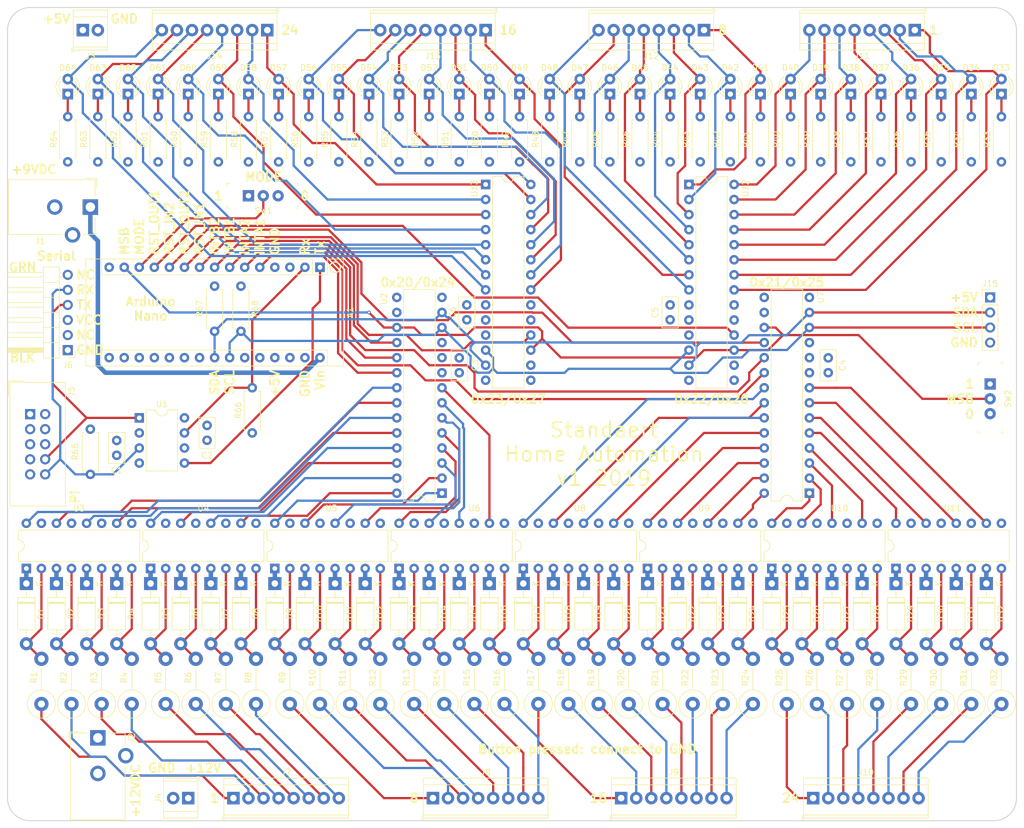
<source format=kicad_pcb>
(kicad_pcb (version 20171130) (host pcbnew 5.0.2-4.fc29)
  (title_block (title "Standaert Home Automation") (rev 1) (comment 4 "Author: Roel Standaert"))
  (layers (0 F.Cu signal) (1 In1.Cu power hide) (2 In2.Cu power hide) (31 B.Cu signal) (34 B.Paste user hide) (35 F.Paste user hide) (36 B.SilkS user hide) (37 F.SilkS user) (38 B.Mask user hide) (39 F.Mask user hide) (44 Edge.Cuts user))
  (net 0 "")
  (net 1 "Net-(A1-Pad17)")
  (net 2 "Net-(A1-Pad18)")
  (net 3 "Net-(A1-Pad3)")
  (net 4 "Net-(A1-Pad19)")
  (net 5 GND)
  (net 6 "Net-(A1-Pad20)")
  (net 7 "Net-(A1-Pad21)")
  (net 8 "Net-(A1-Pad22)")
  (net 9 SDA)
  (net 10 SCL)
  (net 11 "Net-(A1-Pad25)")
  (net 12 "Net-(A1-Pad26)")
  (net 13 +5V)
  (net 14 "Net-(A1-Pad28)")
  (net 15 +9V)
  (net 16 "Net-(A1-Pad15)")
  (net 17 "Net-(A1-Pad16)")
  (net 18 +12V)
  (net 19 GNDD)
  (net 20 "/Output 1/Out7")
  (net 21 "/Output 1/Out6")
  (net 22 "/Output 1/Out5")
  (net 23 "/Output 1/Out4")
  (net 24 "/Output 1/Out3")
  (net 25 "/Output 1/Out2")
  (net 26 "/Output 1/Out1")
  (net 27 "/Output 1/Out0")
  (net 28 "/Output 1/Out8")
  (net 29 "/Output 1/Out9")
  (net 30 "/Output 1/Out10")
  (net 31 "/Output 1/Out11")
  (net 32 "/Output 1/Out12")
  (net 33 "/Output 1/Out13")
  (net 34 "/Output 1/Out14")
  (net 35 "/Output 1/Out15")
  (net 36 "/Output 2/Out0")
  (net 37 "/Output 2/Out1")
  (net 38 "/Output 2/Out2")
  (net 39 "/Output 2/Out3")
  (net 40 "/Output 2/Out4")
  (net 41 "/Output 2/Out5")
  (net 42 "/Output 2/Out6")
  (net 43 "/Output 2/Out7")
  (net 44 "/Output 2/Out15")
  (net 45 "/Output 2/Out14")
  (net 46 "/Output 2/Out13")
  (net 47 "/Output 2/Out12")
  (net 48 "/Output 2/Out11")
  (net 49 "/Output 2/Out10")
  (net 50 "/Output 2/Out9")
  (net 51 "/Output 2/Out8")
  (net 52 "/Input 1/IN0")
  (net 53 "/Input 1/IN1")
  (net 54 "/Input 1/IN2")
  (net 55 "/Input 1/IN3")
  (net 56 "/Input 1/IN4")
  (net 57 "/Input 1/IN5")
  (net 58 "/Input 1/IN6")
  (net 59 "/Input 1/IN7")
  (net 60 "/Input 1/IN8")
  (net 61 "/Input 1/IN9")
  (net 62 "/Input 1/IN10")
  (net 63 "/Input 1/IN11")
  (net 64 "/Input 1/IN12")
  (net 65 "/Input 1/IN13")
  (net 66 "/Input 1/IN14")
  (net 67 "/Input 1/IN15")
  (net 68 "/Input 2/IN0")
  (net 69 "/Input 2/IN1")
  (net 70 "/Input 2/IN2")
  (net 71 "/Input 2/IN3")
  (net 72 "/Input 2/IN4")
  (net 73 "/Input 2/IN5")
  (net 74 "/Input 2/IN6")
  (net 75 "/Input 2/IN7")
  (net 76 "/Input 2/IN8")
  (net 77 "/Input 2/IN9")
  (net 78 "/Input 2/IN10")
  (net 79 "/Input 2/IN11")
  (net 80 "/Input 2/IN12")
  (net 81 "/Input 2/IN13")
  (net 82 "/Input 2/IN14")
  (net 83 "/Input 2/IN15")
  (net 84 "Net-(U12-Pad11)")
  (net 85 "Net-(U12-Pad14)")
  (net 86 "Net-(U12-Pad19)")
  (net 87 "Net-(U12-Pad20)")
  (net 88 "/Input 1/Pin0")
  (net 89 "/Input 1/Pin1")
  (net 90 "/Input 1/Pin2")
  (net 91 "/Input 1/Pin3")
  (net 92 "/Input 1/Pin4")
  (net 93 "/Input 1/Pin5")
  (net 94 "/Input 1/Pin6")
  (net 95 "/Input 1/Pin7")
  (net 96 "/Input 1/Pin15")
  (net 97 "/Input 1/Pin14")
  (net 98 "/Input 1/Pin13")
  (net 99 "/Input 1/Pin12")
  (net 100 "/Input 1/Pin11")
  (net 101 "/Input 1/Pin10")
  (net 102 "/Input 1/Pin9")
  (net 103 "/Input 1/Pin8")
  (net 104 "/Input 2/Pin7")
  (net 105 "/Input 2/Pin6")
  (net 106 "/Input 2/Pin5")
  (net 107 "/Input 2/Pin4")
  (net 108 "/Input 2/Pin3")
  (net 109 "/Input 2/Pin2")
  (net 110 "/Input 2/Pin1")
  (net 111 "/Input 2/Pin0")
  (net 112 "/Input 2/Pin15")
  (net 113 "/Input 2/Pin14")
  (net 114 "/Input 2/Pin13")
  (net 115 "/Input 2/Pin12")
  (net 116 "/Input 2/Pin11")
  (net 117 "/Input 2/Pin10")
  (net 118 "/Input 2/Pin9")
  (net 119 "/Input 2/Pin8")
  (net 120 /INTA1)
  (net 121 /INTA2)
  (net 122 /INTB1)
  (net 123 /INTB2)
  (net 124 /~RESET_IN1)
  (net 125 /~RESET_IN2)
  (net 126 /~RESET_OUT1)
  (net 127 /~RESET_OUT2)
  (net 128 "Net-(D1-Pad2)")
  (net 129 "Net-(D2-Pad2)")
  (net 130 "Net-(D3-Pad2)")
  (net 131 "Net-(D4-Pad2)")
  (net 132 "Net-(D5-Pad2)")
  (net 133 "Net-(D6-Pad2)")
  (net 134 "Net-(D7-Pad2)")
  (net 135 "Net-(D8-Pad2)")
  (net 136 "Net-(D9-Pad2)")
  (net 137 "Net-(D10-Pad2)")
  (net 138 "Net-(D11-Pad2)")
  (net 139 "Net-(D12-Pad2)")
  (net 140 "Net-(D13-Pad2)")
  (net 141 "Net-(D14-Pad2)")
  (net 142 "Net-(D15-Pad2)")
  (net 143 "Net-(D16-Pad2)")
  (net 144 "Net-(D17-Pad2)")
  (net 145 "Net-(D18-Pad2)")
  (net 146 "Net-(D19-Pad2)")
  (net 147 "Net-(D20-Pad2)")
  (net 148 "Net-(D21-Pad2)")
  (net 149 "Net-(D22-Pad2)")
  (net 150 "Net-(D23-Pad2)")
  (net 151 "Net-(D24-Pad2)")
  (net 152 "Net-(D25-Pad2)")
  (net 153 "Net-(D26-Pad2)")
  (net 154 "Net-(D27-Pad2)")
  (net 155 "Net-(D28-Pad2)")
  (net 156 "Net-(D29-Pad2)")
  (net 157 "Net-(D30-Pad2)")
  (net 158 "Net-(D31-Pad2)")
  (net 159 "Net-(D32-Pad2)")
  (net 160 "Net-(D33-Pad1)")
  (net 161 "Net-(D34-Pad1)")
  (net 162 "Net-(D35-Pad1)")
  (net 163 "Net-(D36-Pad1)")
  (net 164 "Net-(D37-Pad1)")
  (net 165 "Net-(D38-Pad1)")
  (net 166 "Net-(D39-Pad1)")
  (net 167 "Net-(D40-Pad1)")
  (net 168 "Net-(D41-Pad1)")
  (net 169 "Net-(D42-Pad1)")
  (net 170 "Net-(D43-Pad1)")
  (net 171 "Net-(D44-Pad1)")
  (net 172 "Net-(D45-Pad1)")
  (net 173 "Net-(D46-Pad1)")
  (net 174 "Net-(D47-Pad1)")
  (net 175 "Net-(D48-Pad1)")
  (net 176 "Net-(D49-Pad1)")
  (net 177 "Net-(D50-Pad1)")
  (net 178 "Net-(D51-Pad1)")
  (net 179 "Net-(D52-Pad1)")
  (net 180 "Net-(D53-Pad1)")
  (net 181 "Net-(D54-Pad1)")
  (net 182 "Net-(D55-Pad1)")
  (net 183 "Net-(D56-Pad1)")
  (net 184 "Net-(D57-Pad1)")
  (net 185 "Net-(D58-Pad1)")
  (net 186 "Net-(D59-Pad1)")
  (net 187 "Net-(D60-Pad1)")
  (net 188 "Net-(D61-Pad1)")
  (net 189 "Net-(D62-Pad1)")
  (net 190 "Net-(D63-Pad1)")
  (net 191 "Net-(D64-Pad1)")
  (net 192 /TX)
  (net 193 /RX)
  (net 194 /Vcomm)
  (net 195 /GNDcomm)
  (net 196 /RXout)
  (net 197 /TXout)
  (net 198 "Net-(U2-Pad11)")
  (net 199 "Net-(U2-Pad14)")
  (net 200 "Net-(U7-Pad14)")
  (net 201 "Net-(U7-Pad11)")
  (net 202 "Net-(U13-Pad11)")
  (net 203 "Net-(U13-Pad14)")
  (net 204 "Net-(U13-Pad19)")
  (net 205 "Net-(U13-Pad20)")
  (net 206 /PRG_MODE)
  (net 207 "Net-(J5-Pad2)")
  (net 208 "Net-(J5-Pad3)")
  (net 209 "Net-(J5-Pad4)")
  (net 210 "Net-(J5-Pad5)")
  (net 211 "Net-(J5-Pad7)")
  (net 212 "Net-(J6-Pad2)")
  (net 213 "Net-(J6-Pad6)")
  (net 214 /MSB)
  (module Package_DIP:DIP-28_W7.62mm (layer F.Cu) (at 164.465 50.165)
    (fp_text reference U13 (at -1.905 0.635 90) (layer F.SilkS))
    (fp_text value MCP23017-E_SP)
    (pad 28 thru_hole oval (at 7.62 0) (size 1.6 1.6) (drill 0.8) (layers *.Cu *.Mask) (net 43 "/Output 2/Out7"))
    (pad 14 thru_hole oval (at 0 33.02) (size 1.6 1.6) (drill 0.8) (layers *.Cu *.Mask) (net 203 "Net-(U13-Pad14)"))
    (pad 27 thru_hole oval (at 7.62 2.54) (size 1.6 1.6) (drill 0.8) (layers *.Cu *.Mask) (net 42 "/Output 2/Out6"))
    (pad 13 thru_hole oval (at 0 30.48) (size 1.6 1.6) (drill 0.8) (layers *.Cu *.Mask) (net 9 SDA))
    (pad 26 thru_hole oval (at 7.62 5.08) (size 1.6 1.6) (drill 0.8) (layers *.Cu *.Mask) (net 41 "/Output 2/Out5"))
    (pad 12 thru_hole oval (at 0 27.94) (size 1.6 1.6) (drill 0.8) (layers *.Cu *.Mask) (net 10 SCL))
    (pad 25 thru_hole oval (at 7.62 7.62) (size 1.6 1.6) (drill 0.8) (layers *.Cu *.Mask) (net 40 "/Output 2/Out4"))
    (pad 11 thru_hole oval (at 0 25.4) (size 1.6 1.6) (drill 0.8) (layers *.Cu *.Mask) (net 202 "Net-(U13-Pad11)"))
    (pad 24 thru_hole oval (at 7.62 10.16) (size 1.6 1.6) (drill 0.8) (layers *.Cu *.Mask) (net 39 "/Output 2/Out3"))
    (pad 10 thru_hole oval (at 0 22.86) (size 1.6 1.6) (drill 0.8) (layers *.Cu *.Mask) (net 5 GND))
    (pad 23 thru_hole oval (at 7.62 12.7) (size 1.6 1.6) (drill 0.8) (layers *.Cu *.Mask) (net 38 "/Output 2/Out2"))
    (pad 9 thru_hole oval (at 0 20.32) (size 1.6 1.6) (drill 0.8) (layers *.Cu *.Mask) (net 13 +5V))
    (pad 22 thru_hole oval (at 7.62 15.24) (size 1.6 1.6) (drill 0.8) (layers *.Cu *.Mask) (net 37 "/Output 2/Out1"))
    (pad 8 thru_hole oval (at 0 17.78) (size 1.6 1.6) (drill 0.8) (layers *.Cu *.Mask) (net 44 "/Output 2/Out15"))
    (pad 21 thru_hole oval (at 7.62 17.78) (size 1.6 1.6) (drill 0.8) (layers *.Cu *.Mask) (net 36 "/Output 2/Out0"))
    (pad 7 thru_hole oval (at 0 15.24) (size 1.6 1.6) (drill 0.8) (layers *.Cu *.Mask) (net 45 "/Output 2/Out14"))
    (pad 20 thru_hole oval (at 7.62 20.32) (size 1.6 1.6) (drill 0.8) (layers *.Cu *.Mask) (net 205 "Net-(U13-Pad20)"))
    (pad 6 thru_hole oval (at 0 12.7) (size 1.6 1.6) (drill 0.8) (layers *.Cu *.Mask) (net 46 "/Output 2/Out13"))
    (pad 19 thru_hole oval (at 7.62 22.86) (size 1.6 1.6) (drill 0.8) (layers *.Cu *.Mask) (net 204 "Net-(U13-Pad19)"))
    (pad 5 thru_hole oval (at 0 10.16) (size 1.6 1.6) (drill 0.8) (layers *.Cu *.Mask) (net 47 "/Output 2/Out12"))
    (pad 18 thru_hole oval (at 7.62 25.4) (size 1.6 1.6) (drill 0.8) (layers *.Cu *.Mask) (net 127 /~RESET_OUT2))
    (pad 4 thru_hole oval (at 0 7.62) (size 1.6 1.6) (drill 0.8) (layers *.Cu *.Mask) (net 48 "/Output 2/Out11"))
    (pad 17 thru_hole oval (at 7.62 27.94) (size 1.6 1.6) (drill 0.8) (layers *.Cu *.Mask) (net 214 /MSB))
    (pad 3 thru_hole oval (at 0 5.08) (size 1.6 1.6) (drill 0.8) (layers *.Cu *.Mask) (net 49 "/Output 2/Out10"))
    (pad 16 thru_hole oval (at 7.62 30.48) (size 1.6 1.6) (drill 0.8) (layers *.Cu *.Mask) (net 13 +5V))
    (pad 2 thru_hole oval (at 0 2.54) (size 1.6 1.6) (drill 0.8) (layers *.Cu *.Mask) (net 50 "/Output 2/Out9"))
    (pad 15 thru_hole oval (at 7.62 33.02) (size 1.6 1.6) (drill 0.8) (layers *.Cu *.Mask) (net 13 +5V))
    (pad 1 thru_hole rect (at 0 0) (size 1.6 1.6) (drill 0.8) (layers *.Cu *.Mask) (net 51 "/Output 2/Out8"))
  )
  (module Package_DIP:DIP-28_W7.62mm (layer F.Cu) (at 219.075 102.235 180)
    (fp_text reference U7 (at -1.905 33.02 270) (layer F.SilkS))
    (fp_text value MCP23017-E_SP)
    (pad 1 thru_hole rect (at 0 0 180) (size 1.6 1.6) (drill 0.8) (layers *.Cu *.Mask) (net 76 "/Input 2/IN8"))
    (pad 15 thru_hole oval (at 7.62 33.02 180) (size 1.6 1.6) (drill 0.8) (layers *.Cu *.Mask) (net 13 +5V))
    (pad 2 thru_hole oval (at 0 2.54 180) (size 1.6 1.6) (drill 0.8) (layers *.Cu *.Mask) (net 77 "/Input 2/IN9"))
    (pad 16 thru_hole oval (at 7.62 30.48 180) (size 1.6 1.6) (drill 0.8) (layers *.Cu *.Mask) (net 5 GND))
    (pad 3 thru_hole oval (at 0 5.08 180) (size 1.6 1.6) (drill 0.8) (layers *.Cu *.Mask) (net 78 "/Input 2/IN10"))
    (pad 17 thru_hole oval (at 7.62 27.94 180) (size 1.6 1.6) (drill 0.8) (layers *.Cu *.Mask) (net 214 /MSB))
    (pad 4 thru_hole oval (at 0 7.62 180) (size 1.6 1.6) (drill 0.8) (layers *.Cu *.Mask) (net 79 "/Input 2/IN11"))
    (pad 18 thru_hole oval (at 7.62 25.4 180) (size 1.6 1.6) (drill 0.8) (layers *.Cu *.Mask) (net 125 /~RESET_IN2))
    (pad 5 thru_hole oval (at 0 10.16 180) (size 1.6 1.6) (drill 0.8) (layers *.Cu *.Mask) (net 80 "/Input 2/IN12"))
    (pad 19 thru_hole oval (at 7.62 22.86 180) (size 1.6 1.6) (drill 0.8) (layers *.Cu *.Mask) (net 123 /INTB2))
    (pad 6 thru_hole oval (at 0 12.7 180) (size 1.6 1.6) (drill 0.8) (layers *.Cu *.Mask) (net 81 "/Input 2/IN13"))
    (pad 20 thru_hole oval (at 7.62 20.32 180) (size 1.6 1.6) (drill 0.8) (layers *.Cu *.Mask) (net 121 /INTA2))
    (pad 7 thru_hole oval (at 0 15.24 180) (size 1.6 1.6) (drill 0.8) (layers *.Cu *.Mask) (net 82 "/Input 2/IN14"))
    (pad 21 thru_hole oval (at 7.62 17.78 180) (size 1.6 1.6) (drill 0.8) (layers *.Cu *.Mask) (net 68 "/Input 2/IN0"))
    (pad 8 thru_hole oval (at 0 17.78 180) (size 1.6 1.6) (drill 0.8) (layers *.Cu *.Mask) (net 83 "/Input 2/IN15"))
    (pad 22 thru_hole oval (at 7.62 15.24 180) (size 1.6 1.6) (drill 0.8) (layers *.Cu *.Mask) (net 69 "/Input 2/IN1"))
    (pad 9 thru_hole oval (at 0 20.32 180) (size 1.6 1.6) (drill 0.8) (layers *.Cu *.Mask) (net 13 +5V))
    (pad 23 thru_hole oval (at 7.62 12.7 180) (size 1.6 1.6) (drill 0.8) (layers *.Cu *.Mask) (net 70 "/Input 2/IN2"))
    (pad 10 thru_hole oval (at 0 22.86 180) (size 1.6 1.6) (drill 0.8) (layers *.Cu *.Mask) (net 5 GND))
    (pad 24 thru_hole oval (at 7.62 10.16 180) (size 1.6 1.6) (drill 0.8) (layers *.Cu *.Mask) (net 71 "/Input 2/IN3"))
    (pad 11 thru_hole oval (at 0 25.4 180) (size 1.6 1.6) (drill 0.8) (layers *.Cu *.Mask) (net 201 "Net-(U7-Pad11)"))
    (pad 25 thru_hole oval (at 7.62 7.62 180) (size 1.6 1.6) (drill 0.8) (layers *.Cu *.Mask) (net 72 "/Input 2/IN4"))
    (pad 12 thru_hole oval (at 0 27.94 180) (size 1.6 1.6) (drill 0.8) (layers *.Cu *.Mask) (net 10 SCL))
    (pad 26 thru_hole oval (at 7.62 5.08 180) (size 1.6 1.6) (drill 0.8) (layers *.Cu *.Mask) (net 73 "/Input 2/IN5"))
    (pad 13 thru_hole oval (at 0 30.48 180) (size 1.6 1.6) (drill 0.8) (layers *.Cu *.Mask) (net 9 SDA))
    (pad 27 thru_hole oval (at 7.62 2.54 180) (size 1.6 1.6) (drill 0.8) (layers *.Cu *.Mask) (net 74 "/Input 2/IN6"))
    (pad 14 thru_hole oval (at 0 33.02 180) (size 1.6 1.6) (drill 0.8) (layers *.Cu *.Mask) (net 200 "Net-(U7-Pad14)"))
    (pad 28 thru_hole oval (at 7.62 0 180) (size 1.6 1.6) (drill 0.8) (layers *.Cu *.Mask) (net 75 "/Input 2/IN7"))
  )
  (module Module:Arduino_Nano (layer F.Cu) (at 136.525 64.135 270)
    (fp_text reference A1 (at 7.62 -5.08 270) (layer F.SilkS))
    (fp_text value Arduino_Nano_v3.x)
    (pad 1 thru_hole rect (at 0 0 270) (size 1.6 1.6) (drill 0.8) (layers *.Cu *.Mask) (net 192 /TX))
    (pad 17 thru_hole oval (at 15.24 33.02 270) (size 1.6 1.6) (drill 0.8) (layers *.Cu *.Mask) (net 1 "Net-(A1-Pad17)"))
    (pad 2 thru_hole oval (at 0 2.54 270) (size 1.6 1.6) (drill 0.8) (layers *.Cu *.Mask) (net 193 /RX))
    (pad 18 thru_hole oval (at 15.24 30.48 270) (size 1.6 1.6) (drill 0.8) (layers *.Cu *.Mask) (net 2 "Net-(A1-Pad18)"))
    (pad 3 thru_hole oval (at 0 5.08 270) (size 1.6 1.6) (drill 0.8) (layers *.Cu *.Mask) (net 3 "Net-(A1-Pad3)"))
    (pad 19 thru_hole oval (at 15.24 27.94 270) (size 1.6 1.6) (drill 0.8) (layers *.Cu *.Mask) (net 4 "Net-(A1-Pad19)"))
    (pad 4 thru_hole oval (at 0 7.62 270) (size 1.6 1.6) (drill 0.8) (layers *.Cu *.Mask) (net 5 GND))
    (pad 20 thru_hole oval (at 15.24 25.4 270) (size 1.6 1.6) (drill 0.8) (layers *.Cu *.Mask) (net 6 "Net-(A1-Pad20)"))
    (pad 5 thru_hole oval (at 0 10.16 270) (size 1.6 1.6) (drill 0.8) (layers *.Cu *.Mask) (net 120 /INTA1))
    (pad 21 thru_hole oval (at 15.24 22.86 270) (size 1.6 1.6) (drill 0.8) (layers *.Cu *.Mask) (net 7 "Net-(A1-Pad21)"))
    (pad 6 thru_hole oval (at 0 12.7 270) (size 1.6 1.6) (drill 0.8) (layers *.Cu *.Mask) (net 121 /INTA2))
    (pad 22 thru_hole oval (at 15.24 20.32 270) (size 1.6 1.6) (drill 0.8) (layers *.Cu *.Mask) (net 8 "Net-(A1-Pad22)"))
    (pad 7 thru_hole oval (at 0 15.24 270) (size 1.6 1.6) (drill 0.8) (layers *.Cu *.Mask) (net 122 /INTB1))
    (pad 23 thru_hole oval (at 15.24 17.78 270) (size 1.6 1.6) (drill 0.8) (layers *.Cu *.Mask) (net 9 SDA))
    (pad 8 thru_hole oval (at 0 17.78 270) (size 1.6 1.6) (drill 0.8) (layers *.Cu *.Mask) (net 123 /INTB2))
    (pad 24 thru_hole oval (at 15.24 15.24 270) (size 1.6 1.6) (drill 0.8) (layers *.Cu *.Mask) (net 10 SCL))
    (pad 9 thru_hole oval (at 0 20.32 270) (size 1.6 1.6) (drill 0.8) (layers *.Cu *.Mask) (net 124 /~RESET_IN1))
    (pad 25 thru_hole oval (at 15.24 12.7 270) (size 1.6 1.6) (drill 0.8) (layers *.Cu *.Mask) (net 11 "Net-(A1-Pad25)"))
    (pad 10 thru_hole oval (at 0 22.86 270) (size 1.6 1.6) (drill 0.8) (layers *.Cu *.Mask) (net 127 /~RESET_OUT2))
    (pad 26 thru_hole oval (at 15.24 10.16 270) (size 1.6 1.6) (drill 0.8) (layers *.Cu *.Mask) (net 12 "Net-(A1-Pad26)"))
    (pad 11 thru_hole oval (at 0 25.4 270) (size 1.6 1.6) (drill 0.8) (layers *.Cu *.Mask) (net 125 /~RESET_IN2))
    (pad 27 thru_hole oval (at 15.24 7.62 270) (size 1.6 1.6) (drill 0.8) (layers *.Cu *.Mask) (net 13 +5V))
    (pad 12 thru_hole oval (at 0 27.94 270) (size 1.6 1.6) (drill 0.8) (layers *.Cu *.Mask) (net 126 /~RESET_OUT1))
    (pad 28 thru_hole oval (at 15.24 5.08 270) (size 1.6 1.6) (drill 0.8) (layers *.Cu *.Mask) (net 14 "Net-(A1-Pad28)"))
    (pad 13 thru_hole oval (at 0 30.48 270) (size 1.6 1.6) (drill 0.8) (layers *.Cu *.Mask) (net 206 /PRG_MODE))
    (pad 29 thru_hole oval (at 15.24 2.54 270) (size 1.6 1.6) (drill 0.8) (layers *.Cu *.Mask) (net 5 GND))
    (pad 14 thru_hole oval (at 0 33.02 270) (size 1.6 1.6) (drill 0.8) (layers *.Cu *.Mask) (net 214 /MSB))
    (pad 30 thru_hole oval (at 15.24 0 270) (size 1.6 1.6) (drill 0.8) (layers *.Cu *.Mask) (net 15 +9V))
    (pad 15 thru_hole oval (at 0 35.56 270) (size 1.6 1.6) (drill 0.8) (layers *.Cu *.Mask) (net 16 "Net-(A1-Pad15)"))
    (pad 16 thru_hole oval (at 15.24 35.56 270) (size 1.6 1.6) (drill 0.8) (layers *.Cu *.Mask) (net 17 "Net-(A1-Pad16)"))
  )
  (module Package_DIP:DIP-28_W7.62mm (layer F.Cu) (at 157.101908 102.235 180)
    (fp_text reference U2 (at 9.781908 32.763091 270) (layer F.SilkS))
    (fp_text value MCP23017-E_SP)
    (pad 28 thru_hole oval (at 7.62 0 180) (size 1.6 1.6) (drill 0.8) (layers *.Cu *.Mask) (net 59 "/Input 1/IN7"))
    (pad 14 thru_hole oval (at 0 33.02 180) (size 1.6 1.6) (drill 0.8) (layers *.Cu *.Mask) (net 199 "Net-(U2-Pad14)"))
    (pad 27 thru_hole oval (at 7.62 2.54 180) (size 1.6 1.6) (drill 0.8) (layers *.Cu *.Mask) (net 58 "/Input 1/IN6"))
    (pad 13 thru_hole oval (at 0 30.48 180) (size 1.6 1.6) (drill 0.8) (layers *.Cu *.Mask) (net 9 SDA))
    (pad 26 thru_hole oval (at 7.62 5.08 180) (size 1.6 1.6) (drill 0.8) (layers *.Cu *.Mask) (net 57 "/Input 1/IN5"))
    (pad 12 thru_hole oval (at 0 27.94 180) (size 1.6 1.6) (drill 0.8) (layers *.Cu *.Mask) (net 10 SCL))
    (pad 25 thru_hole oval (at 7.62 7.62 180) (size 1.6 1.6) (drill 0.8) (layers *.Cu *.Mask) (net 56 "/Input 1/IN4"))
    (pad 11 thru_hole oval (at 0 25.4 180) (size 1.6 1.6) (drill 0.8) (layers *.Cu *.Mask) (net 198 "Net-(U2-Pad11)"))
    (pad 24 thru_hole oval (at 7.62 10.16 180) (size 1.6 1.6) (drill 0.8) (layers *.Cu *.Mask) (net 55 "/Input 1/IN3"))
    (pad 10 thru_hole oval (at 0 22.86 180) (size 1.6 1.6) (drill 0.8) (layers *.Cu *.Mask) (net 5 GND))
    (pad 23 thru_hole oval (at 7.62 12.7 180) (size 1.6 1.6) (drill 0.8) (layers *.Cu *.Mask) (net 54 "/Input 1/IN2"))
    (pad 9 thru_hole oval (at 0 20.32 180) (size 1.6 1.6) (drill 0.8) (layers *.Cu *.Mask) (net 13 +5V))
    (pad 22 thru_hole oval (at 7.62 15.24 180) (size 1.6 1.6) (drill 0.8) (layers *.Cu *.Mask) (net 53 "/Input 1/IN1"))
    (pad 8 thru_hole oval (at 0 17.78 180) (size 1.6 1.6) (drill 0.8) (layers *.Cu *.Mask) (net 67 "/Input 1/IN15"))
    (pad 21 thru_hole oval (at 7.62 17.78 180) (size 1.6 1.6) (drill 0.8) (layers *.Cu *.Mask) (net 52 "/Input 1/IN0"))
    (pad 7 thru_hole oval (at 0 15.24 180) (size 1.6 1.6) (drill 0.8) (layers *.Cu *.Mask) (net 66 "/Input 1/IN14"))
    (pad 20 thru_hole oval (at 7.62 20.32 180) (size 1.6 1.6) (drill 0.8) (layers *.Cu *.Mask) (net 120 /INTA1))
    (pad 6 thru_hole oval (at 0 12.7 180) (size 1.6 1.6) (drill 0.8) (layers *.Cu *.Mask) (net 65 "/Input 1/IN13"))
    (pad 19 thru_hole oval (at 7.62 22.86 180) (size 1.6 1.6) (drill 0.8) (layers *.Cu *.Mask) (net 122 /INTB1))
    (pad 5 thru_hole oval (at 0 10.16 180) (size 1.6 1.6) (drill 0.8) (layers *.Cu *.Mask) (net 64 "/Input 1/IN12"))
    (pad 18 thru_hole oval (at 7.62 25.4 180) (size 1.6 1.6) (drill 0.8) (layers *.Cu *.Mask) (net 124 /~RESET_IN1))
    (pad 4 thru_hole oval (at 0 7.62 180) (size 1.6 1.6) (drill 0.8) (layers *.Cu *.Mask) (net 63 "/Input 1/IN11"))
    (pad 17 thru_hole oval (at 7.62 27.94 180) (size 1.6 1.6) (drill 0.8) (layers *.Cu *.Mask) (net 214 /MSB))
    (pad 3 thru_hole oval (at 0 5.08 180) (size 1.6 1.6) (drill 0.8) (layers *.Cu *.Mask) (net 62 "/Input 1/IN10"))
    (pad 16 thru_hole oval (at 7.62 30.48 180) (size 1.6 1.6) (drill 0.8) (layers *.Cu *.Mask) (net 5 GND))
    (pad 2 thru_hole oval (at 0 2.54 180) (size 1.6 1.6) (drill 0.8) (layers *.Cu *.Mask) (net 61 "/Input 1/IN9"))
    (pad 15 thru_hole oval (at 7.62 33.02 180) (size 1.6 1.6) (drill 0.8) (layers *.Cu *.Mask) (net 5 GND))
    (pad 1 thru_hole rect (at 0 0 180) (size 1.6 1.6) (drill 0.8) (layers *.Cu *.Mask) (net 60 "/Input 1/IN8"))
  )
  (module Diode_THT:D_DO-41_SOD81_P10.16mm_Horizontal (layer F.Cu) (at 191.77 117.475 270)
    (fp_text reference D21 (at 5.08 -2.47 270) (layer F.SilkS))
    (fp_text value 1N4001)
    (fp_text user K (at 0 -2.1 270) (layer F.SilkS))
    (pad 2 thru_hole oval (at 10.16 0 270) (size 2.2 2.2) (drill 1.1) (layers *.Cu *.Mask) (net 148 "Net-(D21-Pad2)"))
    (pad 1 thru_hole rect (at 0 0 270) (size 2.2 2.2) (drill 1.1) (layers *.Cu *.Mask) (net 18 +12V))
  )
  (module Package_DIP:DIP-16_W7.62mm (layer F.Cu) (at 149.86 114.935 90)
    (fp_text reference U6 (at 10.16 12.7 180) (layer F.SilkS))
    (fp_text value LTV-847)
    (pad 16 thru_hole oval (at 7.62 0 90) (size 1.6 1.6) (drill 0.8) (layers *.Cu *.Mask) (net 64 "/Input 1/IN12"))
    (pad 8 thru_hole oval (at 0 17.78 90) (size 1.6 1.6) (drill 0.8) (layers *.Cu *.Mask) (net 143 "Net-(D16-Pad2)"))
    (pad 15 thru_hole oval (at 7.62 2.54 90) (size 1.6 1.6) (drill 0.8) (layers *.Cu *.Mask) (net 5 GND))
    (pad 7 thru_hole oval (at 0 15.24 90) (size 1.6 1.6) (drill 0.8) (layers *.Cu *.Mask) (net 18 +12V))
    (pad 14 thru_hole oval (at 7.62 5.08 90) (size 1.6 1.6) (drill 0.8) (layers *.Cu *.Mask) (net 65 "/Input 1/IN13"))
    (pad 6 thru_hole oval (at 0 12.7 90) (size 1.6 1.6) (drill 0.8) (layers *.Cu *.Mask) (net 142 "Net-(D15-Pad2)"))
    (pad 13 thru_hole oval (at 7.62 7.62 90) (size 1.6 1.6) (drill 0.8) (layers *.Cu *.Mask) (net 5 GND))
    (pad 5 thru_hole oval (at 0 10.16 90) (size 1.6 1.6) (drill 0.8) (layers *.Cu *.Mask) (net 18 +12V))
    (pad 12 thru_hole oval (at 7.62 10.16 90) (size 1.6 1.6) (drill 0.8) (layers *.Cu *.Mask) (net 66 "/Input 1/IN14"))
    (pad 4 thru_hole oval (at 0 7.62 90) (size 1.6 1.6) (drill 0.8) (layers *.Cu *.Mask) (net 141 "Net-(D14-Pad2)"))
    (pad 11 thru_hole oval (at 7.62 12.7 90) (size 1.6 1.6) (drill 0.8) (layers *.Cu *.Mask) (net 5 GND))
    (pad 3 thru_hole oval (at 0 5.08 90) (size 1.6 1.6) (drill 0.8) (layers *.Cu *.Mask) (net 18 +12V))
    (pad 10 thru_hole oval (at 7.62 15.24 90) (size 1.6 1.6) (drill 0.8) (layers *.Cu *.Mask) (net 67 "/Input 1/IN15"))
    (pad 2 thru_hole oval (at 0 2.54 90) (size 1.6 1.6) (drill 0.8) (layers *.Cu *.Mask) (net 140 "Net-(D13-Pad2)"))
    (pad 9 thru_hole oval (at 7.62 17.78 90) (size 1.6 1.6) (drill 0.8) (layers *.Cu *.Mask) (net 5 GND))
    (pad 1 thru_hole rect (at 0 0 90) (size 1.6 1.6) (drill 0.8) (layers *.Cu *.Mask) (net 18 +12V))
  )
  (module Package_DIP:DIP-16_W7.62mm (layer F.Cu) (at 107.95 114.935 90)
    (fp_text reference U4 (at 10.16 8.89 180) (layer F.SilkS))
    (fp_text value LTV-847)
    (pad 16 thru_hole oval (at 7.62 0 90) (size 1.6 1.6) (drill 0.8) (layers *.Cu *.Mask) (net 56 "/Input 1/IN4"))
    (pad 8 thru_hole oval (at 0 17.78 90) (size 1.6 1.6) (drill 0.8) (layers *.Cu *.Mask) (net 135 "Net-(D8-Pad2)"))
    (pad 15 thru_hole oval (at 7.62 2.54 90) (size 1.6 1.6) (drill 0.8) (layers *.Cu *.Mask) (net 5 GND))
    (pad 7 thru_hole oval (at 0 15.24 90) (size 1.6 1.6) (drill 0.8) (layers *.Cu *.Mask) (net 18 +12V))
    (pad 14 thru_hole oval (at 7.62 5.08 90) (size 1.6 1.6) (drill 0.8) (layers *.Cu *.Mask) (net 57 "/Input 1/IN5"))
    (pad 6 thru_hole oval (at 0 12.7 90) (size 1.6 1.6) (drill 0.8) (layers *.Cu *.Mask) (net 134 "Net-(D7-Pad2)"))
    (pad 13 thru_hole oval (at 7.62 7.62 90) (size 1.6 1.6) (drill 0.8) (layers *.Cu *.Mask) (net 5 GND))
    (pad 5 thru_hole oval (at 0 10.16 90) (size 1.6 1.6) (drill 0.8) (layers *.Cu *.Mask) (net 18 +12V))
    (pad 12 thru_hole oval (at 7.62 10.16 90) (size 1.6 1.6) (drill 0.8) (layers *.Cu *.Mask) (net 58 "/Input 1/IN6"))
    (pad 4 thru_hole oval (at 0 7.62 90) (size 1.6 1.6) (drill 0.8) (layers *.Cu *.Mask) (net 133 "Net-(D6-Pad2)"))
    (pad 11 thru_hole oval (at 7.62 12.7 90) (size 1.6 1.6) (drill 0.8) (layers *.Cu *.Mask) (net 5 GND))
    (pad 3 thru_hole oval (at 0 5.08 90) (size 1.6 1.6) (drill 0.8) (layers *.Cu *.Mask) (net 18 +12V))
    (pad 10 thru_hole oval (at 7.62 15.24 90) (size 1.6 1.6) (drill 0.8) (layers *.Cu *.Mask) (net 59 "/Input 1/IN7"))
    (pad 2 thru_hole oval (at 0 2.54 90) (size 1.6 1.6) (drill 0.8) (layers *.Cu *.Mask) (net 132 "Net-(D5-Pad2)"))
    (pad 9 thru_hole oval (at 7.62 17.78 90) (size 1.6 1.6) (drill 0.8) (layers *.Cu *.Mask) (net 5 GND))
    (pad 1 thru_hole rect (at 0 0 90) (size 1.6 1.6) (drill 0.8) (layers *.Cu *.Mask) (net 18 +12V))
  )
  (module Capacitor_THT:C_Disc_D5.0mm_W2.5mm_P2.50mm (layer F.Cu) (at 160.02 81.915 90)
    (fp_text reference C3 (at 1.25 2.667 90) (layer F.SilkS))
    (fp_text value 0.1uF)
    (pad 1 thru_hole circle (at 0 0 90) (size 1.6 1.6) (drill 0.8) (layers *.Cu *.Mask) (net 13 +5V))
    (pad 2 thru_hole circle (at 2.5 0 90) (size 1.6 1.6) (drill 0.8) (layers *.Cu *.Mask) (net 5 GND))
  )
  (module Capacitor_THT:C_Disc_D5.0mm_W2.5mm_P2.50mm (layer F.Cu) (at 222.25 81.915 90)
    (fp_text reference C4 (at 1.25 2.413 90) (layer F.SilkS))
    (fp_text value 0.1uF)
    (pad 2 thru_hole circle (at 2.5 0 90) (size 1.6 1.6) (drill 0.8) (layers *.Cu *.Mask) (net 5 GND))
    (pad 1 thru_hole circle (at 0 0 90) (size 1.6 1.6) (drill 0.8) (layers *.Cu *.Mask) (net 13 +5V))
  )
  (module Capacitor_THT:C_Disc_D5.0mm_W2.5mm_P2.50mm (layer F.Cu) (at 195.58 70.485 270)
    (fp_text reference C5 (at 1.27 2.54 270) (layer F.SilkS))
    (fp_text value 0.1uF)
    (pad 2 thru_hole circle (at 2.5 0 270) (size 1.6 1.6) (drill 0.8) (layers *.Cu *.Mask) (net 5 GND))
    (pad 1 thru_hole circle (at 0 0 270) (size 1.6 1.6) (drill 0.8) (layers *.Cu *.Mask) (net 13 +5V))
  )
  (module Capacitor_THT:C_Disc_D5.0mm_W2.5mm_P2.50mm (layer F.Cu) (at 161.29 70.485 270)
    (fp_text reference C6 (at 1.25 2.413 270) (layer F.SilkS))
    (fp_text value 0.1uF)
    (pad 1 thru_hole circle (at 0 0 270) (size 1.6 1.6) (drill 0.8) (layers *.Cu *.Mask) (net 13 +5V))
    (pad 2 thru_hole circle (at 2.5 0 270) (size 1.6 1.6) (drill 0.8) (layers *.Cu *.Mask) (net 5 GND))
  )
  (module Diode_THT:D_DO-41_SOD81_P10.16mm_Horizontal (layer F.Cu) (at 86.995 117.475 270)
    (fp_text reference D1 (at 5.08 -2.47 270) (layer F.SilkS))
    (fp_text value 1N4001)
    (fp_text user K (at 0 -2.1 270) (layer F.SilkS))
    (pad 1 thru_hole rect (at 0 0 270) (size 2.2 2.2) (drill 1.1) (layers *.Cu *.Mask) (net 18 +12V))
    (pad 2 thru_hole oval (at 10.16 0 270) (size 2.2 2.2) (drill 1.1) (layers *.Cu *.Mask) (net 128 "Net-(D1-Pad2)"))
  )
  (module Diode_THT:D_DO-41_SOD81_P10.16mm_Horizontal (layer F.Cu) (at 92.075 117.475 270)
    (fp_text reference D2 (at 5.08 -2.47 270) (layer F.SilkS))
    (fp_text value 1N4001)
    (fp_text user K (at 0 -2.1 270) (layer F.SilkS))
    (pad 2 thru_hole oval (at 10.16 0 270) (size 2.2 2.2) (drill 1.1) (layers *.Cu *.Mask) (net 129 "Net-(D2-Pad2)"))
    (pad 1 thru_hole rect (at 0 0 270) (size 2.2 2.2) (drill 1.1) (layers *.Cu *.Mask) (net 18 +12V))
  )
  (module Diode_THT:D_DO-41_SOD81_P10.16mm_Horizontal (layer F.Cu) (at 97.155 117.475 270)
    (fp_text reference D3 (at 5.08 -2.47 270) (layer F.SilkS))
    (fp_text value 1N4001)
    (fp_text user K (at 0 -2.1 270) (layer F.SilkS))
    (pad 1 thru_hole rect (at 0 0 270) (size 2.2 2.2) (drill 1.1) (layers *.Cu *.Mask) (net 18 +12V))
    (pad 2 thru_hole oval (at 10.16 0 270) (size 2.2 2.2) (drill 1.1) (layers *.Cu *.Mask) (net 130 "Net-(D3-Pad2)"))
  )
  (module Diode_THT:D_DO-41_SOD81_P10.16mm_Horizontal (layer F.Cu) (at 102.235 117.475 270)
    (fp_text reference D4 (at 5.08 -2.47 270) (layer F.SilkS))
    (fp_text value 1N4001)
    (fp_text user K (at 0 -2.1 270) (layer F.SilkS))
    (pad 2 thru_hole oval (at 10.16 0 270) (size 2.2 2.2) (drill 1.1) (layers *.Cu *.Mask) (net 131 "Net-(D4-Pad2)"))
    (pad 1 thru_hole rect (at 0 0 270) (size 2.2 2.2) (drill 1.1) (layers *.Cu *.Mask) (net 18 +12V))
  )
  (module Diode_THT:D_DO-41_SOD81_P10.16mm_Horizontal (layer F.Cu) (at 107.95 117.475 270)
    (fp_text reference D5 (at 5.08 -2.47 270) (layer F.SilkS))
    (fp_text value 1N4001)
    (fp_text user K (at 0 -2.1 270) (layer F.SilkS))
    (pad 1 thru_hole rect (at 0 0 270) (size 2.2 2.2) (drill 1.1) (layers *.Cu *.Mask) (net 18 +12V))
    (pad 2 thru_hole oval (at 10.16 0 270) (size 2.2 2.2) (drill 1.1) (layers *.Cu *.Mask) (net 132 "Net-(D5-Pad2)"))
  )
  (module Diode_THT:D_DO-41_SOD81_P10.16mm_Horizontal (layer F.Cu) (at 113.03 117.475 270)
    (fp_text reference D6 (at 5.08 -2.47 270) (layer F.SilkS))
    (fp_text value 1N4001)
    (fp_text user K (at 0 -2.1 270) (layer F.SilkS))
    (pad 2 thru_hole oval (at 10.16 0 270) (size 2.2 2.2) (drill 1.1) (layers *.Cu *.Mask) (net 133 "Net-(D6-Pad2)"))
    (pad 1 thru_hole rect (at 0 0 270) (size 2.2 2.2) (drill 1.1) (layers *.Cu *.Mask) (net 18 +12V))
  )
  (module Diode_THT:D_DO-41_SOD81_P10.16mm_Horizontal (layer F.Cu) (at 118.11 117.475 270)
    (fp_text reference D7 (at 5.08 -2.47 270) (layer F.SilkS))
    (fp_text value 1N4001)
    (fp_text user K (at 0 -2.1 270) (layer F.SilkS))
    (pad 1 thru_hole rect (at 0 0 270) (size 2.2 2.2) (drill 1.1) (layers *.Cu *.Mask) (net 18 +12V))
    (pad 2 thru_hole oval (at 10.16 0 270) (size 2.2 2.2) (drill 1.1) (layers *.Cu *.Mask) (net 134 "Net-(D7-Pad2)"))
  )
  (module Diode_THT:D_DO-41_SOD81_P10.16mm_Horizontal (layer F.Cu) (at 123.19 117.475 270)
    (fp_text reference D8 (at 5.08 -2.47 270) (layer F.SilkS))
    (fp_text value 1N4001)
    (fp_text user K (at 0 -2.1 270) (layer F.SilkS))
    (pad 2 thru_hole oval (at 10.16 0 270) (size 2.2 2.2) (drill 1.1) (layers *.Cu *.Mask) (net 135 "Net-(D8-Pad2)"))
    (pad 1 thru_hole rect (at 0 0 270) (size 2.2 2.2) (drill 1.1) (layers *.Cu *.Mask) (net 18 +12V))
  )
  (module Diode_THT:D_DO-41_SOD81_P10.16mm_Horizontal (layer F.Cu) (at 128.905 117.475 270)
    (fp_text reference D9 (at 5.08 -2.47 270) (layer F.SilkS))
    (fp_text value 1N4001)
    (fp_text user K (at 0 -2.1 270) (layer F.SilkS))
    (pad 1 thru_hole rect (at 0 0 270) (size 2.2 2.2) (drill 1.1) (layers *.Cu *.Mask) (net 18 +12V))
    (pad 2 thru_hole oval (at 10.16 0 270) (size 2.2 2.2) (drill 1.1) (layers *.Cu *.Mask) (net 136 "Net-(D9-Pad2)"))
  )
  (module Diode_THT:D_DO-41_SOD81_P10.16mm_Horizontal (layer F.Cu) (at 133.985 117.475 270)
    (fp_text reference D10 (at 5.08 -2.47 270) (layer F.SilkS))
    (fp_text value 1N4001)
    (fp_text user K (at 0 -2.1 270) (layer F.SilkS))
    (pad 2 thru_hole oval (at 10.16 0 270) (size 2.2 2.2) (drill 1.1) (layers *.Cu *.Mask) (net 137 "Net-(D10-Pad2)"))
    (pad 1 thru_hole rect (at 0 0 270) (size 2.2 2.2) (drill 1.1) (layers *.Cu *.Mask) (net 18 +12V))
  )
  (module Diode_THT:D_DO-41_SOD81_P10.16mm_Horizontal (layer F.Cu) (at 139.065 117.475 270)
    (fp_text reference D11 (at 5.08 -2.47 270) (layer F.SilkS))
    (fp_text value 1N4001)
    (fp_text user K (at 0 -2.1 270) (layer F.SilkS))
    (pad 1 thru_hole rect (at 0 0 270) (size 2.2 2.2) (drill 1.1) (layers *.Cu *.Mask) (net 18 +12V))
    (pad 2 thru_hole oval (at 10.16 0 270) (size 2.2 2.2) (drill 1.1) (layers *.Cu *.Mask) (net 138 "Net-(D11-Pad2)"))
  )
  (module Diode_THT:D_DO-41_SOD81_P10.16mm_Horizontal (layer F.Cu) (at 144.145 117.475 270)
    (fp_text reference D12 (at 5.08 -2.47 270) (layer F.SilkS))
    (fp_text value 1N4001)
    (fp_text user K (at 0 -2.1 270) (layer F.SilkS))
    (pad 2 thru_hole oval (at 10.16 0 270) (size 2.2 2.2) (drill 1.1) (layers *.Cu *.Mask) (net 139 "Net-(D12-Pad2)"))
    (pad 1 thru_hole rect (at 0 0 270) (size 2.2 2.2) (drill 1.1) (layers *.Cu *.Mask) (net 18 +12V))
  )
  (module Diode_THT:D_DO-41_SOD81_P10.16mm_Horizontal (layer F.Cu) (at 149.86 117.475 270)
    (fp_text reference D13 (at 5.08 -2.47 270) (layer F.SilkS))
    (fp_text value 1N4001)
    (fp_text user K (at 0 -2.1 270) (layer F.SilkS))
    (pad 1 thru_hole rect (at 0 0 270) (size 2.2 2.2) (drill 1.1) (layers *.Cu *.Mask) (net 18 +12V))
    (pad 2 thru_hole oval (at 10.16 0 270) (size 2.2 2.2) (drill 1.1) (layers *.Cu *.Mask) (net 140 "Net-(D13-Pad2)"))
  )
  (module Diode_THT:D_DO-41_SOD81_P10.16mm_Horizontal (layer F.Cu) (at 154.94 117.475 270)
    (fp_text reference D14 (at 5.08 -2.47 270) (layer F.SilkS))
    (fp_text value 1N4001)
    (fp_text user K (at 0 -2.1 270) (layer F.SilkS))
    (pad 2 thru_hole oval (at 10.16 0 270) (size 2.2 2.2) (drill 1.1) (layers *.Cu *.Mask) (net 141 "Net-(D14-Pad2)"))
    (pad 1 thru_hole rect (at 0 0 270) (size 2.2 2.2) (drill 1.1) (layers *.Cu *.Mask) (net 18 +12V))
  )
  (module Diode_THT:D_DO-41_SOD81_P10.16mm_Horizontal (layer F.Cu) (at 160.02 117.475 270)
    (fp_text reference D15 (at 5.08 -2.47 270) (layer F.SilkS))
    (fp_text value 1N4001)
    (fp_text user K (at 0 -2.1 270) (layer F.SilkS))
    (pad 2 thru_hole oval (at 10.16 0 270) (size 2.2 2.2) (drill 1.1) (layers *.Cu *.Mask) (net 142 "Net-(D15-Pad2)"))
    (pad 1 thru_hole rect (at 0 0 270) (size 2.2 2.2) (drill 1.1) (layers *.Cu *.Mask) (net 18 +12V))
  )
  (module Diode_THT:D_DO-41_SOD81_P10.16mm_Horizontal (layer F.Cu) (at 165.1 117.475 270)
    (fp_text reference D16 (at 5.08 -2.47 270) (layer F.SilkS))
    (fp_text value 1N4001)
    (fp_text user K (at 0 -2.1 270) (layer F.SilkS))
    (pad 1 thru_hole rect (at 0 0 270) (size 2.2 2.2) (drill 1.1) (layers *.Cu *.Mask) (net 18 +12V))
    (pad 2 thru_hole oval (at 10.16 0 270) (size 2.2 2.2) (drill 1.1) (layers *.Cu *.Mask) (net 143 "Net-(D16-Pad2)"))
  )
  (module Diode_THT:D_DO-41_SOD81_P10.16mm_Horizontal (layer F.Cu) (at 170.815 117.475 270)
    (fp_text reference D17 (at 5.08 -2.47 270) (layer F.SilkS))
    (fp_text value 1N4001)
    (fp_text user K (at 0 -2.1 270) (layer F.SilkS))
    (pad 2 thru_hole oval (at 10.16 0 270) (size 2.2 2.2) (drill 1.1) (layers *.Cu *.Mask) (net 144 "Net-(D17-Pad2)"))
    (pad 1 thru_hole rect (at 0 0 270) (size 2.2 2.2) (drill 1.1) (layers *.Cu *.Mask) (net 18 +12V))
  )
  (module Diode_THT:D_DO-41_SOD81_P10.16mm_Horizontal (layer F.Cu) (at 175.895 117.475 270)
    (fp_text reference D18 (at 5.08 -2.47 270) (layer F.SilkS))
    (fp_text value 1N4001)
    (fp_text user K (at 0 -2.1 270) (layer F.SilkS))
    (pad 2 thru_hole oval (at 10.16 0 270) (size 2.2 2.2) (drill 1.1) (layers *.Cu *.Mask) (net 145 "Net-(D18-Pad2)"))
    (pad 1 thru_hole rect (at 0 0 270) (size 2.2 2.2) (drill 1.1) (layers *.Cu *.Mask) (net 18 +12V))
  )
  (module Diode_THT:D_DO-41_SOD81_P10.16mm_Horizontal (layer F.Cu) (at 180.975 117.475 270)
    (fp_text reference D19 (at 5.08 -2.47 270) (layer F.SilkS))
    (fp_text value 1N4001)
    (fp_text user K (at 0 -2.1 270) (layer F.SilkS))
    (pad 1 thru_hole rect (at 0 0 270) (size 2.2 2.2) (drill 1.1) (layers *.Cu *.Mask) (net 18 +12V))
    (pad 2 thru_hole oval (at 10.16 0 270) (size 2.2 2.2) (drill 1.1) (layers *.Cu *.Mask) (net 146 "Net-(D19-Pad2)"))
  )
  (module Diode_THT:D_DO-41_SOD81_P10.16mm_Horizontal (layer F.Cu) (at 186.055 117.475 270)
    (fp_text reference D20 (at 5.08 -2.47 270) (layer F.SilkS))
    (fp_text value 1N4001)
    (fp_text user K (at 0 -2.1 270) (layer F.SilkS))
    (pad 1 thru_hole rect (at 0 0 270) (size 2.2 2.2) (drill 1.1) (layers *.Cu *.Mask) (net 18 +12V))
    (pad 2 thru_hole oval (at 10.16 0 270) (size 2.2 2.2) (drill 1.1) (layers *.Cu *.Mask) (net 147 "Net-(D20-Pad2)"))
  )
  (module Diode_THT:D_DO-41_SOD81_P10.16mm_Horizontal (layer F.Cu) (at 196.85 117.475 270)
    (fp_text reference D22 (at 5.08 -2.47 270) (layer F.SilkS))
    (fp_text value 1N4001)
    (fp_text user K (at 0 -2.1 270) (layer F.SilkS))
    (pad 1 thru_hole rect (at 0 0 270) (size 2.2 2.2) (drill 1.1) (layers *.Cu *.Mask) (net 18 +12V))
    (pad 2 thru_hole oval (at 10.16 0 270) (size 2.2 2.2) (drill 1.1) (layers *.Cu *.Mask) (net 149 "Net-(D22-Pad2)"))
  )
  (module Diode_THT:D_DO-41_SOD81_P10.16mm_Horizontal (layer F.Cu) (at 201.93 117.475 270)
    (fp_text reference D23 (at 5.08 -2.47 270) (layer F.SilkS))
    (fp_text value 1N4001)
    (fp_text user K (at 0 -2.1 270) (layer F.SilkS))
    (pad 2 thru_hole oval (at 10.16 0 270) (size 2.2 2.2) (drill 1.1) (layers *.Cu *.Mask) (net 150 "Net-(D23-Pad2)"))
    (pad 1 thru_hole rect (at 0 0 270) (size 2.2 2.2) (drill 1.1) (layers *.Cu *.Mask) (net 18 +12V))
  )
  (module Diode_THT:D_DO-41_SOD81_P10.16mm_Horizontal (layer F.Cu) (at 207.01 117.475 270)
    (fp_text reference D24 (at 5.08 -2.47 270) (layer F.SilkS))
    (fp_text value 1N4001)
    (fp_text user K (at 0 -2.1 270) (layer F.SilkS))
    (pad 1 thru_hole rect (at 0 0 270) (size 2.2 2.2) (drill 1.1) (layers *.Cu *.Mask) (net 18 +12V))
    (pad 2 thru_hole oval (at 10.16 0 270) (size 2.2 2.2) (drill 1.1) (layers *.Cu *.Mask) (net 151 "Net-(D24-Pad2)"))
  )
  (module Diode_THT:D_DO-41_SOD81_P10.16mm_Horizontal (layer F.Cu) (at 212.725 117.475 270)
    (fp_text reference D25 (at 5.08 -2.47 270) (layer F.SilkS))
    (fp_text value 1N4001)
    (fp_text user K (at 0 -2.1 270) (layer F.SilkS))
    (pad 2 thru_hole oval (at 10.16 0 270) (size 2.2 2.2) (drill 1.1) (layers *.Cu *.Mask) (net 152 "Net-(D25-Pad2)"))
    (pad 1 thru_hole rect (at 0 0 270) (size 2.2 2.2) (drill 1.1) (layers *.Cu *.Mask) (net 18 +12V))
  )
  (module Diode_THT:D_DO-41_SOD81_P10.16mm_Horizontal (layer F.Cu) (at 217.805 117.475 270)
    (fp_text reference D26 (at 5.08 -2.47 270) (layer F.SilkS))
    (fp_text value 1N4001)
    (fp_text user K (at 0 -2.1 270) (layer F.SilkS))
    (pad 1 thru_hole rect (at 0 0 270) (size 2.2 2.2) (drill 1.1) (layers *.Cu *.Mask) (net 18 +12V))
    (pad 2 thru_hole oval (at 10.16 0 270) (size 2.2 2.2) (drill 1.1) (layers *.Cu *.Mask) (net 153 "Net-(D26-Pad2)"))
  )
  (module Diode_THT:D_DO-41_SOD81_P10.16mm_Horizontal (layer F.Cu) (at 222.885 117.475 270)
    (fp_text reference D27 (at 5.08 -2.47 270) (layer F.SilkS))
    (fp_text value 1N4001)
    (fp_text user K (at 0 -2.1 270) (layer F.SilkS))
    (pad 2 thru_hole oval (at 10.16 0 270) (size 2.2 2.2) (drill 1.1) (layers *.Cu *.Mask) (net 154 "Net-(D27-Pad2)"))
    (pad 1 thru_hole rect (at 0 0 270) (size 2.2 2.2) (drill 1.1) (layers *.Cu *.Mask) (net 18 +12V))
  )
  (module Diode_THT:D_DO-41_SOD81_P10.16mm_Horizontal (layer F.Cu) (at 227.965 117.475 270)
    (fp_text reference D28 (at 5.08 -2.47 270) (layer F.SilkS))
    (fp_text value 1N4001)
    (fp_text user K (at 0 -2.1 270) (layer F.SilkS))
    (pad 1 thru_hole rect (at 0 0 270) (size 2.2 2.2) (drill 1.1) (layers *.Cu *.Mask) (net 18 +12V))
    (pad 2 thru_hole oval (at 10.16 0 270) (size 2.2 2.2) (drill 1.1) (layers *.Cu *.Mask) (net 155 "Net-(D28-Pad2)"))
  )
  (module Diode_THT:D_DO-41_SOD81_P10.16mm_Horizontal (layer F.Cu) (at 233.68 117.475 270)
    (fp_text reference D29 (at 5.08 -2.47 270) (layer F.SilkS))
    (fp_text value 1N4001)
    (fp_text user K (at 0 -2.1 270) (layer F.SilkS))
    (pad 2 thru_hole oval (at 10.16 0 270) (size 2.2 2.2) (drill 1.1) (layers *.Cu *.Mask) (net 156 "Net-(D29-Pad2)"))
    (pad 1 thru_hole rect (at 0 0 270) (size 2.2 2.2) (drill 1.1) (layers *.Cu *.Mask) (net 18 +12V))
  )
  (module Diode_THT:D_DO-41_SOD81_P10.16mm_Horizontal (layer F.Cu) (at 238.76 117.475 270)
    (fp_text reference D30 (at 5.08 -2.47 270) (layer F.SilkS))
    (fp_text value 1N4001)
    (fp_text user K (at 0 -2.1 270) (layer F.SilkS))
    (pad 1 thru_hole rect (at 0 0 270) (size 2.2 2.2) (drill 1.1) (layers *.Cu *.Mask) (net 18 +12V))
    (pad 2 thru_hole oval (at 10.16 0 270) (size 2.2 2.2) (drill 1.1) (layers *.Cu *.Mask) (net 157 "Net-(D30-Pad2)"))
  )
  (module Diode_THT:D_DO-41_SOD81_P10.16mm_Horizontal (layer F.Cu) (at 243.84 117.475 270)
    (fp_text reference D31 (at 5.08 -2.47 270) (layer F.SilkS))
    (fp_text value 1N4001)
    (fp_text user K (at 0 -2.1 270) (layer F.SilkS))
    (pad 2 thru_hole oval (at 10.16 0 270) (size 2.2 2.2) (drill 1.1) (layers *.Cu *.Mask) (net 158 "Net-(D31-Pad2)"))
    (pad 1 thru_hole rect (at 0 0 270) (size 2.2 2.2) (drill 1.1) (layers *.Cu *.Mask) (net 18 +12V))
  )
  (module Diode_THT:D_DO-41_SOD81_P10.16mm_Horizontal (layer F.Cu) (at 248.92 117.475 270)
    (fp_text reference D32 (at 5.08 -2.47 270) (layer F.SilkS))
    (fp_text value 1N4001)
    (fp_text user K (at 0 -2.1 270) (layer F.SilkS))
    (pad 1 thru_hole rect (at 0 0 270) (size 2.2 2.2) (drill 1.1) (layers *.Cu *.Mask) (net 18 +12V))
    (pad 2 thru_hole oval (at 10.16 0 270) (size 2.2 2.2) (drill 1.1) (layers *.Cu *.Mask) (net 159 "Net-(D32-Pad2)"))
  )
  (module LED_THT:LED_D3.0mm (layer F.Cu) (at 251.46 34.925 90)
    (fp_text reference D33 (at 4.445 0 180) (layer F.SilkS))
    (fp_text value RED)
    (pad 1 thru_hole rect (at 0 0 90) (size 1.8 1.8) (drill 0.9) (layers *.Cu *.Mask) (net 160 "Net-(D33-Pad1)"))
    (pad 2 thru_hole circle (at 2.54 0 90) (size 1.8 1.8) (drill 0.9) (layers *.Cu *.Mask) (net 27 "/Output 1/Out0"))
  )
  (module LED_THT:LED_D3.0mm (layer F.Cu) (at 246.38 34.925 90)
    (fp_text reference D34 (at 4.445 0 180) (layer F.SilkS))
    (fp_text value RED)
    (pad 2 thru_hole circle (at 2.54 0 90) (size 1.8 1.8) (drill 0.9) (layers *.Cu *.Mask) (net 26 "/Output 1/Out1"))
    (pad 1 thru_hole rect (at 0 0 90) (size 1.8 1.8) (drill 0.9) (layers *.Cu *.Mask) (net 161 "Net-(D34-Pad1)"))
  )
  (module LED_THT:LED_D3.0mm (layer F.Cu) (at 241.3 34.925 90)
    (fp_text reference D35 (at 4.445 0 180) (layer F.SilkS))
    (fp_text value RED)
    (pad 1 thru_hole rect (at 0 0 90) (size 1.8 1.8) (drill 0.9) (layers *.Cu *.Mask) (net 162 "Net-(D35-Pad1)"))
    (pad 2 thru_hole circle (at 2.54 0 90) (size 1.8 1.8) (drill 0.9) (layers *.Cu *.Mask) (net 25 "/Output 1/Out2"))
  )
  (module LED_THT:LED_D3.0mm (layer F.Cu) (at 236.22 34.925 90)
    (fp_text reference D36 (at 4.445 0 180) (layer F.SilkS))
    (fp_text value RED)
    (pad 2 thru_hole circle (at 2.54 0 90) (size 1.8 1.8) (drill 0.9) (layers *.Cu *.Mask) (net 24 "/Output 1/Out3"))
    (pad 1 thru_hole rect (at 0 0 90) (size 1.8 1.8) (drill 0.9) (layers *.Cu *.Mask) (net 163 "Net-(D36-Pad1)"))
  )
  (module LED_THT:LED_D3.0mm (layer F.Cu) (at 231.14 34.925 90)
    (fp_text reference D37 (at 4.445 0 180) (layer F.SilkS))
    (fp_text value RED)
    (pad 1 thru_hole rect (at 0 0 90) (size 1.8 1.8) (drill 0.9) (layers *.Cu *.Mask) (net 164 "Net-(D37-Pad1)"))
    (pad 2 thru_hole circle (at 2.54 0 90) (size 1.8 1.8) (drill 0.9) (layers *.Cu *.Mask) (net 23 "/Output 1/Out4"))
  )
  (module LED_THT:LED_D3.0mm (layer F.Cu) (at 226.06 34.925 90)
    (fp_text reference D38 (at 4.445 0 180) (layer F.SilkS))
    (fp_text value RED)
    (pad 2 thru_hole circle (at 2.54 0 90) (size 1.8 1.8) (drill 0.9) (layers *.Cu *.Mask) (net 22 "/Output 1/Out5"))
    (pad 1 thru_hole rect (at 0 0 90) (size 1.8 1.8) (drill 0.9) (layers *.Cu *.Mask) (net 165 "Net-(D38-Pad1)"))
  )
  (module LED_THT:LED_D3.0mm (layer F.Cu) (at 220.98 34.925 90)
    (fp_text reference D39 (at 4.445 0 180) (layer F.SilkS))
    (fp_text value RED)
    (pad 1 thru_hole rect (at 0 0 90) (size 1.8 1.8) (drill 0.9) (layers *.Cu *.Mask) (net 166 "Net-(D39-Pad1)"))
    (pad 2 thru_hole circle (at 2.54 0 90) (size 1.8 1.8) (drill 0.9) (layers *.Cu *.Mask) (net 21 "/Output 1/Out6"))
  )
  (module LED_THT:LED_D3.0mm (layer F.Cu) (at 215.9 34.925 90)
    (fp_text reference D40 (at 4.445 0 180) (layer F.SilkS))
    (fp_text value RED)
    (pad 2 thru_hole circle (at 2.54 0 90) (size 1.8 1.8) (drill 0.9) (layers *.Cu *.Mask) (net 20 "/Output 1/Out7"))
    (pad 1 thru_hole rect (at 0 0 90) (size 1.8 1.8) (drill 0.9) (layers *.Cu *.Mask) (net 167 "Net-(D40-Pad1)"))
  )
  (module LED_THT:LED_D3.0mm (layer F.Cu) (at 210.82 34.925 90)
    (fp_text reference D41 (at 4.445 0 180) (layer F.SilkS))
    (fp_text value RED)
    (pad 1 thru_hole rect (at 0 0 90) (size 1.8 1.8) (drill 0.9) (layers *.Cu *.Mask) (net 168 "Net-(D41-Pad1)"))
    (pad 2 thru_hole circle (at 2.54 0 90) (size 1.8 1.8) (drill 0.9) (layers *.Cu *.Mask) (net 28 "/Output 1/Out8"))
  )
  (module LED_THT:LED_D3.0mm (layer F.Cu) (at 205.74 34.925 90)
    (fp_text reference D42 (at 4.445 0 180) (layer F.SilkS))
    (fp_text value RED)
    (pad 2 thru_hole circle (at 2.54 0 90) (size 1.8 1.8) (drill 0.9) (layers *.Cu *.Mask) (net 29 "/Output 1/Out9"))
    (pad 1 thru_hole rect (at 0 0 90) (size 1.8 1.8) (drill 0.9) (layers *.Cu *.Mask) (net 169 "Net-(D42-Pad1)"))
  )
  (module LED_THT:LED_D3.0mm (layer F.Cu) (at 200.66 34.925 90)
    (fp_text reference D43 (at 4.445 0 180) (layer F.SilkS))
    (fp_text value RED)
    (pad 1 thru_hole rect (at 0 0 90) (size 1.8 1.8) (drill 0.9) (layers *.Cu *.Mask) (net 170 "Net-(D43-Pad1)"))
    (pad 2 thru_hole circle (at 2.54 0 90) (size 1.8 1.8) (drill 0.9) (layers *.Cu *.Mask) (net 30 "/Output 1/Out10"))
  )
  (module LED_THT:LED_D3.0mm (layer F.Cu) (at 195.58 34.925 90)
    (fp_text reference D44 (at 4.445 0 180) (layer F.SilkS))
    (fp_text value RED)
    (pad 1 thru_hole rect (at 0 0 90) (size 1.8 1.8) (drill 0.9) (layers *.Cu *.Mask) (net 171 "Net-(D44-Pad1)"))
    (pad 2 thru_hole circle (at 2.54 0 90) (size 1.8 1.8) (drill 0.9) (layers *.Cu *.Mask) (net 31 "/Output 1/Out11"))
  )
  (module LED_THT:LED_D3.0mm (layer F.Cu) (at 190.5 34.925 90)
    (fp_text reference D45 (at 4.445 0 180) (layer F.SilkS))
    (fp_text value RED)
    (pad 1 thru_hole rect (at 0 0 90) (size 1.8 1.8) (drill 0.9) (layers *.Cu *.Mask) (net 172 "Net-(D45-Pad1)"))
    (pad 2 thru_hole circle (at 2.54 0 90) (size 1.8 1.8) (drill 0.9) (layers *.Cu *.Mask) (net 32 "/Output 1/Out12"))
  )
  (module LED_THT:LED_D3.0mm (layer F.Cu) (at 185.42 34.925 90)
    (fp_text reference D46 (at 4.445 0 180) (layer F.SilkS))
    (fp_text value RED)
    (pad 2 thru_hole circle (at 2.54 0 90) (size 1.8 1.8) (drill 0.9) (layers *.Cu *.Mask) (net 33 "/Output 1/Out13"))
    (pad 1 thru_hole rect (at 0 0 90) (size 1.8 1.8) (drill 0.9) (layers *.Cu *.Mask) (net 173 "Net-(D46-Pad1)"))
  )
  (module LED_THT:LED_D3.0mm (layer F.Cu) (at 180.34 34.925 90)
    (fp_text reference D47 (at 4.445 0 180) (layer F.SilkS))
    (fp_text value RED)
    (pad 2 thru_hole circle (at 2.54 0 90) (size 1.8 1.8) (drill 0.9) (layers *.Cu *.Mask) (net 34 "/Output 1/Out14"))
    (pad 1 thru_hole rect (at 0 0 90) (size 1.8 1.8) (drill 0.9) (layers *.Cu *.Mask) (net 174 "Net-(D47-Pad1)"))
  )
  (module LED_THT:LED_D3.0mm (layer F.Cu) (at 175.26 34.925 90)
    (fp_text reference D48 (at 4.445 0 180) (layer F.SilkS))
    (fp_text value RED)
    (pad 2 thru_hole circle (at 2.54 0 90) (size 1.8 1.8) (drill 0.9) (layers *.Cu *.Mask) (net 35 "/Output 1/Out15"))
    (pad 1 thru_hole rect (at 0 0 90) (size 1.8 1.8) (drill 0.9) (layers *.Cu *.Mask) (net 175 "Net-(D48-Pad1)"))
  )
  (module LED_THT:LED_D3.0mm (layer F.Cu) (at 170.18 34.925 90)
    (fp_text reference D49 (at 4.445 0 180) (layer F.SilkS))
    (fp_text value RED)
    (pad 2 thru_hole circle (at 2.54 0 90) (size 1.8 1.8) (drill 0.9) (layers *.Cu *.Mask) (net 36 "/Output 2/Out0"))
    (pad 1 thru_hole rect (at 0 0 90) (size 1.8 1.8) (drill 0.9) (layers *.Cu *.Mask) (net 176 "Net-(D49-Pad1)"))
  )
  (module LED_THT:LED_D3.0mm (layer F.Cu) (at 165.1 34.925 90)
    (fp_text reference D50 (at 4.445 0 180) (layer F.SilkS))
    (fp_text value RED)
    (pad 1 thru_hole rect (at 0 0 90) (size 1.8 1.8) (drill 0.9) (layers *.Cu *.Mask) (net 177 "Net-(D50-Pad1)"))
    (pad 2 thru_hole circle (at 2.54 0 90) (size 1.8 1.8) (drill 0.9) (layers *.Cu *.Mask) (net 37 "/Output 2/Out1"))
  )
  (module LED_THT:LED_D3.0mm (layer F.Cu) (at 160.02 34.925 90)
    (fp_text reference D51 (at 4.445 0 180) (layer F.SilkS))
    (fp_text value RED)
    (pad 2 thru_hole circle (at 2.54 0 90) (size 1.8 1.8) (drill 0.9) (layers *.Cu *.Mask) (net 38 "/Output 2/Out2"))
    (pad 1 thru_hole rect (at 0 0 90) (size 1.8 1.8) (drill 0.9) (layers *.Cu *.Mask) (net 178 "Net-(D51-Pad1)"))
  )
  (module LED_THT:LED_D3.0mm (layer F.Cu) (at 154.94 34.925 90)
    (fp_text reference D52 (at 4.445 0 180) (layer F.SilkS))
    (fp_text value RED)
    (pad 2 thru_hole circle (at 2.54 0 90) (size 1.8 1.8) (drill 0.9) (layers *.Cu *.Mask) (net 39 "/Output 2/Out3"))
    (pad 1 thru_hole rect (at 0 0 90) (size 1.8 1.8) (drill 0.9) (layers *.Cu *.Mask) (net 179 "Net-(D52-Pad1)"))
  )
  (module LED_THT:LED_D3.0mm (layer F.Cu) (at 149.86 34.925 90)
    (fp_text reference D53 (at 4.445 0 180) (layer F.SilkS))
    (fp_text value RED)
    (pad 2 thru_hole circle (at 2.54 0 90) (size 1.8 1.8) (drill 0.9) (layers *.Cu *.Mask) (net 40 "/Output 2/Out4"))
    (pad 1 thru_hole rect (at 0 0 90) (size 1.8 1.8) (drill 0.9) (layers *.Cu *.Mask) (net 180 "Net-(D53-Pad1)"))
  )
  (module LED_THT:LED_D3.0mm (layer F.Cu) (at 144.78 34.925 90)
    (fp_text reference D54 (at 4.445 0 180) (layer F.SilkS))
    (fp_text value RED)
    (pad 2 thru_hole circle (at 2.54 0 90) (size 1.8 1.8) (drill 0.9) (layers *.Cu *.Mask) (net 41 "/Output 2/Out5"))
    (pad 1 thru_hole rect (at 0 0 90) (size 1.8 1.8) (drill 0.9) (layers *.Cu *.Mask) (net 181 "Net-(D54-Pad1)"))
  )
  (module LED_THT:LED_D3.0mm (layer F.Cu) (at 139.7 34.925 90)
    (fp_text reference D55 (at 4.445 0 180) (layer F.SilkS))
    (fp_text value RED)
    (pad 2 thru_hole circle (at 2.54 0 90) (size 1.8 1.8) (drill 0.9) (layers *.Cu *.Mask) (net 42 "/Output 2/Out6"))
    (pad 1 thru_hole rect (at 0 0 90) (size 1.8 1.8) (drill 0.9) (layers *.Cu *.Mask) (net 182 "Net-(D55-Pad1)"))
  )
  (module LED_THT:LED_D3.0mm (layer F.Cu) (at 134.62 34.925 90)
    (fp_text reference D56 (at 4.445 0 180) (layer F.SilkS))
    (fp_text value RED)
    (pad 1 thru_hole rect (at 0 0 90) (size 1.8 1.8) (drill 0.9) (layers *.Cu *.Mask) (net 183 "Net-(D56-Pad1)"))
    (pad 2 thru_hole circle (at 2.54 0 90) (size 1.8 1.8) (drill 0.9) (layers *.Cu *.Mask) (net 43 "/Output 2/Out7"))
  )
  (module LED_THT:LED_D3.0mm (layer F.Cu) (at 129.54 34.925 90)
    (fp_text reference D57 (at 4.445 0 180) (layer F.SilkS))
    (fp_text value RED)
    (pad 1 thru_hole rect (at 0 0 90) (size 1.8 1.8) (drill 0.9) (layers *.Cu *.Mask) (net 184 "Net-(D57-Pad1)"))
    (pad 2 thru_hole circle (at 2.54 0 90) (size 1.8 1.8) (drill 0.9) (layers *.Cu *.Mask) (net 51 "/Output 2/Out8"))
  )
  (module LED_THT:LED_D3.0mm (layer F.Cu) (at 124.46 34.925 90)
    (fp_text reference D58 (at 4.445 0 180) (layer F.SilkS))
    (fp_text value RED)
    (pad 1 thru_hole rect (at 0 0 90) (size 1.8 1.8) (drill 0.9) (layers *.Cu *.Mask) (net 185 "Net-(D58-Pad1)"))
    (pad 2 thru_hole circle (at 2.54 0 90) (size 1.8 1.8) (drill 0.9) (layers *.Cu *.Mask) (net 50 "/Output 2/Out9"))
  )
  (module LED_THT:LED_D3.0mm (layer F.Cu) (at 119.38 34.925 90)
    (fp_text reference D59 (at 4.445 0 180) (layer F.SilkS))
    (fp_text value RED)
    (pad 2 thru_hole circle (at 2.54 0 90) (size 1.8 1.8) (drill 0.9) (layers *.Cu *.Mask) (net 49 "/Output 2/Out10"))
    (pad 1 thru_hole rect (at 0 0 90) (size 1.8 1.8) (drill 0.9) (layers *.Cu *.Mask) (net 186 "Net-(D59-Pad1)"))
  )
  (module LED_THT:LED_D3.0mm (layer F.Cu) (at 114.3 34.925 90)
    (fp_text reference D60 (at 4.445 0 180) (layer F.SilkS))
    (fp_text value RED)
    (pad 1 thru_hole rect (at 0 0 90) (size 1.8 1.8) (drill 0.9) (layers *.Cu *.Mask) (net 187 "Net-(D60-Pad1)"))
    (pad 2 thru_hole circle (at 2.54 0 90) (size 1.8 1.8) (drill 0.9) (layers *.Cu *.Mask) (net 48 "/Output 2/Out11"))
  )
  (module LED_THT:LED_D3.0mm (layer F.Cu) (at 109.22 34.925 90)
    (fp_text reference D61 (at 4.445 0 180) (layer F.SilkS))
    (fp_text value RED)
    (pad 1 thru_hole rect (at 0 0 90) (size 1.8 1.8) (drill 0.9) (layers *.Cu *.Mask) (net 188 "Net-(D61-Pad1)"))
    (pad 2 thru_hole circle (at 2.54 0 90) (size 1.8 1.8) (drill 0.9) (layers *.Cu *.Mask) (net 47 "/Output 2/Out12"))
  )
  (module LED_THT:LED_D3.0mm (layer F.Cu) (at 104.14 34.925 90)
    (fp_text reference D62 (at 4.445 0 180) (layer F.SilkS))
    (fp_text value RED)
    (pad 1 thru_hole rect (at 0 0 90) (size 1.8 1.8) (drill 0.9) (layers *.Cu *.Mask) (net 189 "Net-(D62-Pad1)"))
    (pad 2 thru_hole circle (at 2.54 0 90) (size 1.8 1.8) (drill 0.9) (layers *.Cu *.Mask) (net 46 "/Output 2/Out13"))
  )
  (module LED_THT:LED_D3.0mm (layer F.Cu) (at 99.06 34.925 90)
    (fp_text reference D63 (at 4.445 0 180) (layer F.SilkS))
    (fp_text value RED)
    (pad 2 thru_hole circle (at 2.54 0 90) (size 1.8 1.8) (drill 0.9) (layers *.Cu *.Mask) (net 45 "/Output 2/Out14"))
    (pad 1 thru_hole rect (at 0 0 90) (size 1.8 1.8) (drill 0.9) (layers *.Cu *.Mask) (net 190 "Net-(D63-Pad1)"))
  )
  (module LED_THT:LED_D3.0mm (layer F.Cu) (at 93.98 34.925 90)
    (fp_text reference D64 (at 4.445 0) (layer F.SilkS))
    (fp_text value RED)
    (pad 1 thru_hole rect (at 0 0 90) (size 1.8 1.8) (drill 0.9) (layers *.Cu *.Mask) (net 191 "Net-(D64-Pad1)"))
    (pad 2 thru_hole circle (at 2.54 0 90) (size 1.8 1.8) (drill 0.9) (layers *.Cu *.Mask) (net 44 "/Output 2/Out15"))
  )
  (module TerminalBlock_TE-Connectivity:TerminalBlock_TE_282834-2_1x02_P2.54mm_Horizontal (layer F.Cu) (at 114.3 153.67 180)
    (fp_text reference J4 (at 5.08 0 270) (layer F.SilkS))
    (fp_text value Screw_Terminal_01x02)
    (pad 1 thru_hole rect (at 0 0 180) (size 2.1 2.1) (drill 1.1) (layers *.Cu *.Mask) (net 18 +12V))
    (pad 2 thru_hole circle (at 2.54 0 180) (size 2.1 2.1) (drill 1.1) (layers *.Cu *.Mask) (net 19 GNDD))
  )
  (module TerminalBlock_TE-Connectivity:TerminalBlock_TE_282834-8_1x08_P2.54mm_Horizontal (layer F.Cu) (at 121.92 153.67)
    (fp_text reference J7 (at 8.89 -4.37) (layer F.SilkS))
    (fp_text value Screw_Terminal_01x08)
    (pad 1 thru_hole rect (at 0 0) (size 2.1 2.1) (drill 1.1) (layers *.Cu *.Mask) (net 88 "/Input 1/Pin0"))
    (pad 2 thru_hole circle (at 2.54 0) (size 2.1 2.1) (drill 1.1) (layers *.Cu *.Mask) (net 89 "/Input 1/Pin1"))
    (pad 3 thru_hole circle (at 5.08 0) (size 2.1 2.1) (drill 1.1) (layers *.Cu *.Mask) (net 90 "/Input 1/Pin2"))
    (pad 4 thru_hole circle (at 7.62 0) (size 2.1 2.1) (drill 1.1) (layers *.Cu *.Mask) (net 91 "/Input 1/Pin3"))
    (pad 5 thru_hole circle (at 10.16 0) (size 2.1 2.1) (drill 1.1) (layers *.Cu *.Mask) (net 92 "/Input 1/Pin4"))
    (pad 6 thru_hole circle (at 12.7 0) (size 2.1 2.1) (drill 1.1) (layers *.Cu *.Mask) (net 93 "/Input 1/Pin5"))
    (pad 7 thru_hole circle (at 15.24 0) (size 2.1 2.1) (drill 1.1) (layers *.Cu *.Mask) (net 94 "/Input 1/Pin6"))
    (pad 8 thru_hole circle (at 17.78 0) (size 2.1 2.1) (drill 1.1) (layers *.Cu *.Mask) (net 95 "/Input 1/Pin7"))
  )
  (module TerminalBlock_TE-Connectivity:TerminalBlock_TE_282834-8_1x08_P2.54mm_Horizontal (layer F.Cu) (at 155.575 153.67)
    (fp_text reference J8 (at 8.89 -4.37) (layer F.SilkS))
    (fp_text value Screw_Terminal_01x08)
    (pad 8 thru_hole circle (at 17.78 0) (size 2.1 2.1) (drill 1.1) (layers *.Cu *.Mask) (net 96 "/Input 1/Pin15"))
    (pad 7 thru_hole circle (at 15.24 0) (size 2.1 2.1) (drill 1.1) (layers *.Cu *.Mask) (net 97 "/Input 1/Pin14"))
    (pad 6 thru_hole circle (at 12.7 0) (size 2.1 2.1) (drill 1.1) (layers *.Cu *.Mask) (net 98 "/Input 1/Pin13"))
    (pad 5 thru_hole circle (at 10.16 0) (size 2.1 2.1) (drill 1.1) (layers *.Cu *.Mask) (net 99 "/Input 1/Pin12"))
    (pad 4 thru_hole circle (at 7.62 0) (size 2.1 2.1) (drill 1.1) (layers *.Cu *.Mask) (net 100 "/Input 1/Pin11"))
    (pad 3 thru_hole circle (at 5.08 0) (size 2.1 2.1) (drill 1.1) (layers *.Cu *.Mask) (net 101 "/Input 1/Pin10"))
    (pad 2 thru_hole circle (at 2.54 0) (size 2.1 2.1) (drill 1.1) (layers *.Cu *.Mask) (net 102 "/Input 1/Pin9"))
    (pad 1 thru_hole rect (at 0 0) (size 2.1 2.1) (drill 1.1) (layers *.Cu *.Mask) (net 103 "/Input 1/Pin8"))
  )
  (module TerminalBlock_TE-Connectivity:TerminalBlock_TE_282834-8_1x08_P2.54mm_Horizontal (layer F.Cu) (at 187.325 153.67)
    (fp_text reference J9 (at 8.89 -4.37) (layer F.SilkS))
    (fp_text value Screw_Terminal_01x08)
    (pad 1 thru_hole rect (at 0 0) (size 2.1 2.1) (drill 1.1) (layers *.Cu *.Mask) (net 111 "/Input 2/Pin0"))
    (pad 2 thru_hole circle (at 2.54 0) (size 2.1 2.1) (drill 1.1) (layers *.Cu *.Mask) (net 110 "/Input 2/Pin1"))
    (pad 3 thru_hole circle (at 5.08 0) (size 2.1 2.1) (drill 1.1) (layers *.Cu *.Mask) (net 109 "/Input 2/Pin2"))
    (pad 4 thru_hole circle (at 7.62 0) (size 2.1 2.1) (drill 1.1) (layers *.Cu *.Mask) (net 108 "/Input 2/Pin3"))
    (pad 5 thru_hole circle (at 10.16 0) (size 2.1 2.1) (drill 1.1) (layers *.Cu *.Mask) (net 107 "/Input 2/Pin4"))
    (pad 6 thru_hole circle (at 12.7 0) (size 2.1 2.1) (drill 1.1) (layers *.Cu *.Mask) (net 106 "/Input 2/Pin5"))
    (pad 7 thru_hole circle (at 15.24 0) (size 2.1 2.1) (drill 1.1) (layers *.Cu *.Mask) (net 105 "/Input 2/Pin6"))
    (pad 8 thru_hole circle (at 17.78 0) (size 2.1 2.1) (drill 1.1) (layers *.Cu *.Mask) (net 104 "/Input 2/Pin7"))
  )
  (module TerminalBlock_TE-Connectivity:TerminalBlock_TE_282834-8_1x08_P2.54mm_Horizontal (layer F.Cu) (at 219.71 153.67)
    (fp_text reference J10 (at 8.89 -4.37) (layer F.SilkS))
    (fp_text value Screw_Terminal_01x08)
    (pad 8 thru_hole circle (at 17.78 0) (size 2.1 2.1) (drill 1.1) (layers *.Cu *.Mask) (net 112 "/Input 2/Pin15"))
    (pad 7 thru_hole circle (at 15.24 0) (size 2.1 2.1) (drill 1.1) (layers *.Cu *.Mask) (net 113 "/Input 2/Pin14"))
    (pad 6 thru_hole circle (at 12.7 0) (size 2.1 2.1) (drill 1.1) (layers *.Cu *.Mask) (net 114 "/Input 2/Pin13"))
    (pad 5 thru_hole circle (at 10.16 0) (size 2.1 2.1) (drill 1.1) (layers *.Cu *.Mask) (net 115 "/Input 2/Pin12"))
    (pad 4 thru_hole circle (at 7.62 0) (size 2.1 2.1) (drill 1.1) (layers *.Cu *.Mask) (net 116 "/Input 2/Pin11"))
    (pad 3 thru_hole circle (at 5.08 0) (size 2.1 2.1) (drill 1.1) (layers *.Cu *.Mask) (net 117 "/Input 2/Pin10"))
    (pad 2 thru_hole circle (at 2.54 0) (size 2.1 2.1) (drill 1.1) (layers *.Cu *.Mask) (net 118 "/Input 2/Pin9"))
    (pad 1 thru_hole rect (at 0 0) (size 2.1 2.1) (drill 1.1) (layers *.Cu *.Mask) (net 119 "/Input 2/Pin8"))
  )
  (module TerminalBlock_TE-Connectivity:TerminalBlock_TE_282834-8_1x08_P2.54mm_Horizontal (layer F.Cu) (at 236.855 24.13 180)
    (fp_text reference J11 (at 8.89 -4.37 180) (layer F.SilkS))
    (fp_text value Conn_01x08_Male)
    (pad 1 thru_hole rect (at 0 0 180) (size 2.1 2.1) (drill 1.1) (layers *.Cu *.Mask) (net 27 "/Output 1/Out0"))
    (pad 2 thru_hole circle (at 2.54 0 180) (size 2.1 2.1) (drill 1.1) (layers *.Cu *.Mask) (net 26 "/Output 1/Out1"))
    (pad 3 thru_hole circle (at 5.08 0 180) (size 2.1 2.1) (drill 1.1) (layers *.Cu *.Mask) (net 25 "/Output 1/Out2"))
    (pad 4 thru_hole circle (at 7.62 0 180) (size 2.1 2.1) (drill 1.1) (layers *.Cu *.Mask) (net 24 "/Output 1/Out3"))
    (pad 5 thru_hole circle (at 10.16 0 180) (size 2.1 2.1) (drill 1.1) (layers *.Cu *.Mask) (net 23 "/Output 1/Out4"))
    (pad 6 thru_hole circle (at 12.7 0 180) (size 2.1 2.1) (drill 1.1) (layers *.Cu *.Mask) (net 22 "/Output 1/Out5"))
    (pad 7 thru_hole circle (at 15.24 0 180) (size 2.1 2.1) (drill 1.1) (layers *.Cu *.Mask) (net 21 "/Output 1/Out6"))
    (pad 8 thru_hole circle (at 17.78 0 180) (size 2.1 2.1) (drill 1.1) (layers *.Cu *.Mask) (net 20 "/Output 1/Out7"))
  )
  (module TerminalBlock_TE-Connectivity:TerminalBlock_TE_282834-8_1x08_P2.54mm_Horizontal (layer F.Cu) (at 201.295 24.13 180)
    (fp_text reference J12 (at 8.89 -4.37 180) (layer F.SilkS))
    (fp_text value Conn_01x08_Male)
    (pad 8 thru_hole circle (at 17.78 0 180) (size 2.1 2.1) (drill 1.1) (layers *.Cu *.Mask) (net 35 "/Output 1/Out15"))
    (pad 7 thru_hole circle (at 15.24 0 180) (size 2.1 2.1) (drill 1.1) (layers *.Cu *.Mask) (net 34 "/Output 1/Out14"))
    (pad 6 thru_hole circle (at 12.7 0 180) (size 2.1 2.1) (drill 1.1) (layers *.Cu *.Mask) (net 33 "/Output 1/Out13"))
    (pad 5 thru_hole circle (at 10.16 0 180) (size 2.1 2.1) (drill 1.1) (layers *.Cu *.Mask) (net 32 "/Output 1/Out12"))
    (pad 4 thru_hole circle (at 7.62 0 180) (size 2.1 2.1) (drill 1.1) (layers *.Cu *.Mask) (net 31 "/Output 1/Out11"))
    (pad 3 thru_hole circle (at 5.08 0 180) (size 2.1 2.1) (drill 1.1) (layers *.Cu *.Mask) (net 30 "/Output 1/Out10"))
    (pad 2 thru_hole circle (at 2.54 0 180) (size 2.1 2.1) (drill 1.1) (layers *.Cu *.Mask) (net 29 "/Output 1/Out9"))
    (pad 1 thru_hole rect (at 0 0 180) (size 2.1 2.1) (drill 1.1) (layers *.Cu *.Mask) (net 28 "/Output 1/Out8"))
  )
  (module TerminalBlock_TE-Connectivity:TerminalBlock_TE_282834-8_1x08_P2.54mm_Horizontal (layer F.Cu) (at 164.465 24.13 180)
    (fp_text reference J13 (at 8.89 -4.37 180) (layer F.SilkS))
    (fp_text value Conn_01x08_Male)
    (pad 8 thru_hole circle (at 17.78 0 180) (size 2.1 2.1) (drill 1.1) (layers *.Cu *.Mask) (net 43 "/Output 2/Out7"))
    (pad 7 thru_hole circle (at 15.24 0 180) (size 2.1 2.1) (drill 1.1) (layers *.Cu *.Mask) (net 42 "/Output 2/Out6"))
    (pad 6 thru_hole circle (at 12.7 0 180) (size 2.1 2.1) (drill 1.1) (layers *.Cu *.Mask) (net 41 "/Output 2/Out5"))
    (pad 5 thru_hole circle (at 10.16 0 180) (size 2.1 2.1) (drill 1.1) (layers *.Cu *.Mask) (net 40 "/Output 2/Out4"))
    (pad 4 thru_hole circle (at 7.62 0 180) (size 2.1 2.1) (drill 1.1) (layers *.Cu *.Mask) (net 39 "/Output 2/Out3"))
    (pad 3 thru_hole circle (at 5.08 0 180) (size 2.1 2.1) (drill 1.1) (layers *.Cu *.Mask) (net 38 "/Output 2/Out2"))
    (pad 2 thru_hole circle (at 2.54 0 180) (size 2.1 2.1) (drill 1.1) (layers *.Cu *.Mask) (net 37 "/Output 2/Out1"))
    (pad 1 thru_hole rect (at 0 0 180) (size 2.1 2.1) (drill 1.1) (layers *.Cu *.Mask) (net 36 "/Output 2/Out0"))
  )
  (module TerminalBlock_TE-Connectivity:TerminalBlock_TE_282834-8_1x08_P2.54mm_Horizontal (layer F.Cu) (at 127.635 24.13 180)
    (fp_text reference J14 (at 8.89 -4.37 180) (layer F.SilkS))
    (fp_text value Conn_01x08_Male)
    (pad 1 thru_hole rect (at 0 0 180) (size 2.1 2.1) (drill 1.1) (layers *.Cu *.Mask) (net 51 "/Output 2/Out8"))
    (pad 2 thru_hole circle (at 2.54 0 180) (size 2.1 2.1) (drill 1.1) (layers *.Cu *.Mask) (net 50 "/Output 2/Out9"))
    (pad 3 thru_hole circle (at 5.08 0 180) (size 2.1 2.1) (drill 1.1) (layers *.Cu *.Mask) (net 49 "/Output 2/Out10"))
    (pad 4 thru_hole circle (at 7.62 0 180) (size 2.1 2.1) (drill 1.1) (layers *.Cu *.Mask) (net 48 "/Output 2/Out11"))
    (pad 5 thru_hole circle (at 10.16 0 180) (size 2.1 2.1) (drill 1.1) (layers *.Cu *.Mask) (net 47 "/Output 2/Out12"))
    (pad 6 thru_hole circle (at 12.7 0 180) (size 2.1 2.1) (drill 1.1) (layers *.Cu *.Mask) (net 46 "/Output 2/Out13"))
    (pad 7 thru_hole circle (at 15.24 0 180) (size 2.1 2.1) (drill 1.1) (layers *.Cu *.Mask) (net 45 "/Output 2/Out14"))
    (pad 8 thru_hole circle (at 17.78 0 180) (size 2.1 2.1) (drill 1.1) (layers *.Cu *.Mask) (net 44 "/Output 2/Out15"))
  )
  (module Package_DIP:DIP-16_W7.62mm (layer F.Cu) (at 86.995 114.935 90)
    (fp_text reference U3 (at 10.16 8.89 180) (layer F.SilkS))
    (fp_text value LTV-847)
    (pad 1 thru_hole rect (at 0 0 90) (size 1.6 1.6) (drill 0.8) (layers *.Cu *.Mask) (net 18 +12V))
    (pad 9 thru_hole oval (at 7.62 17.78 90) (size 1.6 1.6) (drill 0.8) (layers *.Cu *.Mask) (net 5 GND))
    (pad 2 thru_hole oval (at 0 2.54 90) (size 1.6 1.6) (drill 0.8) (layers *.Cu *.Mask) (net 128 "Net-(D1-Pad2)"))
    (pad 10 thru_hole oval (at 7.62 15.24 90) (size 1.6 1.6) (drill 0.8) (layers *.Cu *.Mask) (net 55 "/Input 1/IN3"))
    (pad 3 thru_hole oval (at 0 5.08 90) (size 1.6 1.6) (drill 0.8) (layers *.Cu *.Mask) (net 18 +12V))
    (pad 11 thru_hole oval (at 7.62 12.7 90) (size 1.6 1.6) (drill 0.8) (layers *.Cu *.Mask) (net 5 GND))
    (pad 4 thru_hole oval (at 0 7.62 90) (size 1.6 1.6) (drill 0.8) (layers *.Cu *.Mask) (net 129 "Net-(D2-Pad2)"))
    (pad 12 thru_hole oval (at 7.62 10.16 90) (size 1.6 1.6) (drill 0.8) (layers *.Cu *.Mask) (net 54 "/Input 1/IN2"))
    (pad 5 thru_hole oval (at 0 10.16 90) (size 1.6 1.6) (drill 0.8) (layers *.Cu *.Mask) (net 18 +12V))
    (pad 13 thru_hole oval (at 7.62 7.62 90) (size 1.6 1.6) (drill 0.8) (layers *.Cu *.Mask) (net 5 GND))
    (pad 6 thru_hole oval (at 0 12.7 90) (size 1.6 1.6) (drill 0.8) (layers *.Cu *.Mask) (net 130 "Net-(D3-Pad2)"))
    (pad 14 thru_hole oval (at 7.62 5.08 90) (size 1.6 1.6) (drill 0.8) (layers *.Cu *.Mask) (net 53 "/Input 1/IN1"))
    (pad 7 thru_hole oval (at 0 15.24 90) (size 1.6 1.6) (drill 0.8) (layers *.Cu *.Mask) (net 18 +12V))
    (pad 15 thru_hole oval (at 7.62 2.54 90) (size 1.6 1.6) (drill 0.8) (layers *.Cu *.Mask) (net 5 GND))
    (pad 8 thru_hole oval (at 0 17.78 90) (size 1.6 1.6) (drill 0.8) (layers *.Cu *.Mask) (net 131 "Net-(D4-Pad2)"))
    (pad 16 thru_hole oval (at 7.62 0 90) (size 1.6 1.6) (drill 0.8) (layers *.Cu *.Mask) (net 52 "/Input 1/IN0"))
  )
  (module Package_DIP:DIP-16_W7.62mm (layer F.Cu) (at 128.905 114.935 90)
    (fp_text reference U5 (at 10.16 9.525 180) (layer F.SilkS))
    (fp_text value LTV-847)
    (pad 16 thru_hole oval (at 7.62 0 90) (size 1.6 1.6) (drill 0.8) (layers *.Cu *.Mask) (net 60 "/Input 1/IN8"))
    (pad 8 thru_hole oval (at 0 17.78 90) (size 1.6 1.6) (drill 0.8) (layers *.Cu *.Mask) (net 139 "Net-(D12-Pad2)"))
    (pad 15 thru_hole oval (at 7.62 2.54 90) (size 1.6 1.6) (drill 0.8) (layers *.Cu *.Mask) (net 5 GND))
    (pad 7 thru_hole oval (at 0 15.24 90) (size 1.6 1.6) (drill 0.8) (layers *.Cu *.Mask) (net 18 +12V))
    (pad 14 thru_hole oval (at 7.62 5.08 90) (size 1.6 1.6) (drill 0.8) (layers *.Cu *.Mask) (net 61 "/Input 1/IN9"))
    (pad 6 thru_hole oval (at 0 12.7 90) (size 1.6 1.6) (drill 0.8) (layers *.Cu *.Mask) (net 138 "Net-(D11-Pad2)"))
    (pad 13 thru_hole oval (at 7.62 7.62 90) (size 1.6 1.6) (drill 0.8) (layers *.Cu *.Mask) (net 5 GND))
    (pad 5 thru_hole oval (at 0 10.16 90) (size 1.6 1.6) (drill 0.8) (layers *.Cu *.Mask) (net 18 +12V))
    (pad 12 thru_hole oval (at 7.62 10.16 90) (size 1.6 1.6) (drill 0.8) (layers *.Cu *.Mask) (net 62 "/Input 1/IN10"))
    (pad 4 thru_hole oval (at 0 7.62 90) (size 1.6 1.6) (drill 0.8) (layers *.Cu *.Mask) (net 137 "Net-(D10-Pad2)"))
    (pad 11 thru_hole oval (at 7.62 12.7 90) (size 1.6 1.6) (drill 0.8) (layers *.Cu *.Mask) (net 5 GND))
    (pad 3 thru_hole oval (at 0 5.08 90) (size 1.6 1.6) (drill 0.8) (layers *.Cu *.Mask) (net 18 +12V))
    (pad 10 thru_hole oval (at 7.62 15.24 90) (size 1.6 1.6) (drill 0.8) (layers *.Cu *.Mask) (net 63 "/Input 1/IN11"))
    (pad 2 thru_hole oval (at 0 2.54 90) (size 1.6 1.6) (drill 0.8) (layers *.Cu *.Mask) (net 136 "Net-(D9-Pad2)"))
    (pad 9 thru_hole oval (at 7.62 17.78 90) (size 1.6 1.6) (drill 0.8) (layers *.Cu *.Mask) (net 5 GND))
    (pad 1 thru_hole rect (at 0 0 90) (size 1.6 1.6) (drill 0.8) (layers *.Cu *.Mask) (net 18 +12V))
  )
  (module Package_DIP:DIP-16_W7.62mm (layer F.Cu) (at 170.815 114.935 90)
    (fp_text reference U8 (at 10.16 9.525 180) (layer F.SilkS))
    (fp_text value LTV-847)
    (pad 16 thru_hole oval (at 7.62 0 90) (size 1.6 1.6) (drill 0.8) (layers *.Cu *.Mask) (net 68 "/Input 2/IN0"))
    (pad 8 thru_hole oval (at 0 17.78 90) (size 1.6 1.6) (drill 0.8) (layers *.Cu *.Mask) (net 147 "Net-(D20-Pad2)"))
    (pad 15 thru_hole oval (at 7.62 2.54 90) (size 1.6 1.6) (drill 0.8) (layers *.Cu *.Mask) (net 5 GND))
    (pad 7 thru_hole oval (at 0 15.24 90) (size 1.6 1.6) (drill 0.8) (layers *.Cu *.Mask) (net 18 +12V))
    (pad 14 thru_hole oval (at 7.62 5.08 90) (size 1.6 1.6) (drill 0.8) (layers *.Cu *.Mask) (net 69 "/Input 2/IN1"))
    (pad 6 thru_hole oval (at 0 12.7 90) (size 1.6 1.6) (drill 0.8) (layers *.Cu *.Mask) (net 146 "Net-(D19-Pad2)"))
    (pad 13 thru_hole oval (at 7.62 7.62 90) (size 1.6 1.6) (drill 0.8) (layers *.Cu *.Mask) (net 5 GND))
    (pad 5 thru_hole oval (at 0 10.16 90) (size 1.6 1.6) (drill 0.8) (layers *.Cu *.Mask) (net 18 +12V))
    (pad 12 thru_hole oval (at 7.62 10.16 90) (size 1.6 1.6) (drill 0.8) (layers *.Cu *.Mask) (net 70 "/Input 2/IN2"))
    (pad 4 thru_hole oval (at 0 7.62 90) (size 1.6 1.6) (drill 0.8) (layers *.Cu *.Mask) (net 145 "Net-(D18-Pad2)"))
    (pad 11 thru_hole oval (at 7.62 12.7 90) (size 1.6 1.6) (drill 0.8) (layers *.Cu *.Mask) (net 5 GND))
    (pad 3 thru_hole oval (at 0 5.08 90) (size 1.6 1.6) (drill 0.8) (layers *.Cu *.Mask) (net 18 +12V))
    (pad 10 thru_hole oval (at 7.62 15.24 90) (size 1.6 1.6) (drill 0.8) (layers *.Cu *.Mask) (net 71 "/Input 2/IN3"))
    (pad 2 thru_hole oval (at 0 2.54 90) (size 1.6 1.6) (drill 0.8) (layers *.Cu *.Mask) (net 144 "Net-(D17-Pad2)"))
    (pad 9 thru_hole oval (at 7.62 17.78 90) (size 1.6 1.6) (drill 0.8) (layers *.Cu *.Mask) (net 5 GND))
    (pad 1 thru_hole rect (at 0 0 90) (size 1.6 1.6) (drill 0.8) (layers *.Cu *.Mask) (net 18 +12V))
  )
  (module Package_DIP:DIP-16_W7.62mm (layer F.Cu) (at 191.77 114.935 90)
    (fp_text reference U9 (at 10.16 9.525 180) (layer F.SilkS))
    (fp_text value LTV-847)
    (pad 1 thru_hole rect (at 0 0 90) (size 1.6 1.6) (drill 0.8) (layers *.Cu *.Mask) (net 18 +12V))
    (pad 9 thru_hole oval (at 7.62 17.78 90) (size 1.6 1.6) (drill 0.8) (layers *.Cu *.Mask) (net 5 GND))
    (pad 2 thru_hole oval (at 0 2.54 90) (size 1.6 1.6) (drill 0.8) (layers *.Cu *.Mask) (net 148 "Net-(D21-Pad2)"))
    (pad 10 thru_hole oval (at 7.62 15.24 90) (size 1.6 1.6) (drill 0.8) (layers *.Cu *.Mask) (net 75 "/Input 2/IN7"))
    (pad 3 thru_hole oval (at 0 5.08 90) (size 1.6 1.6) (drill 0.8) (layers *.Cu *.Mask) (net 18 +12V))
    (pad 11 thru_hole oval (at 7.62 12.7 90) (size 1.6 1.6) (drill 0.8) (layers *.Cu *.Mask) (net 5 GND))
    (pad 4 thru_hole oval (at 0 7.62 90) (size 1.6 1.6) (drill 0.8) (layers *.Cu *.Mask) (net 149 "Net-(D22-Pad2)"))
    (pad 12 thru_hole oval (at 7.62 10.16 90) (size 1.6 1.6) (drill 0.8) (layers *.Cu *.Mask) (net 74 "/Input 2/IN6"))
    (pad 5 thru_hole oval (at 0 10.16 90) (size 1.6 1.6) (drill 0.8) (layers *.Cu *.Mask) (net 18 +12V))
    (pad 13 thru_hole oval (at 7.62 7.62 90) (size 1.6 1.6) (drill 0.8) (layers *.Cu *.Mask) (net 5 GND))
    (pad 6 thru_hole oval (at 0 12.7 90) (size 1.6 1.6) (drill 0.8) (layers *.Cu *.Mask) (net 150 "Net-(D23-Pad2)"))
    (pad 14 thru_hole oval (at 7.62 5.08 90) (size 1.6 1.6) (drill 0.8) (layers *.Cu *.Mask) (net 73 "/Input 2/IN5"))
    (pad 7 thru_hole oval (at 0 15.24 90) (size 1.6 1.6) (drill 0.8) (layers *.Cu *.Mask) (net 18 +12V))
    (pad 15 thru_hole oval (at 7.62 2.54 90) (size 1.6 1.6) (drill 0.8) (layers *.Cu *.Mask) (net 5 GND))
    (pad 8 thru_hole oval (at 0 17.78 90) (size 1.6 1.6) (drill 0.8) (layers *.Cu *.Mask) (net 151 "Net-(D24-Pad2)"))
    (pad 16 thru_hole oval (at 7.62 0 90) (size 1.6 1.6) (drill 0.8) (layers *.Cu *.Mask) (net 72 "/Input 2/IN4"))
  )
  (module Package_DIP:DIP-16_W7.62mm (layer F.Cu) (at 212.725 114.935 90)
    (fp_text reference U10 (at 10.16 11.43 180) (layer F.SilkS))
    (fp_text value LTV-847)
    (pad 1 thru_hole rect (at 0 0 90) (size 1.6 1.6) (drill 0.8) (layers *.Cu *.Mask) (net 18 +12V))
    (pad 9 thru_hole oval (at 7.62 17.78 90) (size 1.6 1.6) (drill 0.8) (layers *.Cu *.Mask) (net 5 GND))
    (pad 2 thru_hole oval (at 0 2.54 90) (size 1.6 1.6) (drill 0.8) (layers *.Cu *.Mask) (net 152 "Net-(D25-Pad2)"))
    (pad 10 thru_hole oval (at 7.62 15.24 90) (size 1.6 1.6) (drill 0.8) (layers *.Cu *.Mask) (net 79 "/Input 2/IN11"))
    (pad 3 thru_hole oval (at 0 5.08 90) (size 1.6 1.6) (drill 0.8) (layers *.Cu *.Mask) (net 18 +12V))
    (pad 11 thru_hole oval (at 7.62 12.7 90) (size 1.6 1.6) (drill 0.8) (layers *.Cu *.Mask) (net 5 GND))
    (pad 4 thru_hole oval (at 0 7.62 90) (size 1.6 1.6) (drill 0.8) (layers *.Cu *.Mask) (net 153 "Net-(D26-Pad2)"))
    (pad 12 thru_hole oval (at 7.62 10.16 90) (size 1.6 1.6) (drill 0.8) (layers *.Cu *.Mask) (net 78 "/Input 2/IN10"))
    (pad 5 thru_hole oval (at 0 10.16 90) (size 1.6 1.6) (drill 0.8) (layers *.Cu *.Mask) (net 18 +12V))
    (pad 13 thru_hole oval (at 7.62 7.62 90) (size 1.6 1.6) (drill 0.8) (layers *.Cu *.Mask) (net 5 GND))
    (pad 6 thru_hole oval (at 0 12.7 90) (size 1.6 1.6) (drill 0.8) (layers *.Cu *.Mask) (net 154 "Net-(D27-Pad2)"))
    (pad 14 thru_hole oval (at 7.62 5.08 90) (size 1.6 1.6) (drill 0.8) (layers *.Cu *.Mask) (net 77 "/Input 2/IN9"))
    (pad 7 thru_hole oval (at 0 15.24 90) (size 1.6 1.6) (drill 0.8) (layers *.Cu *.Mask) (net 18 +12V))
    (pad 15 thru_hole oval (at 7.62 2.54 90) (size 1.6 1.6) (drill 0.8) (layers *.Cu *.Mask) (net 5 GND))
    (pad 8 thru_hole oval (at 0 17.78 90) (size 1.6 1.6) (drill 0.8) (layers *.Cu *.Mask) (net 155 "Net-(D28-Pad2)"))
    (pad 16 thru_hole oval (at 7.62 0 90) (size 1.6 1.6) (drill 0.8) (layers *.Cu *.Mask) (net 76 "/Input 2/IN8"))
  )
  (module Package_DIP:DIP-16_W7.62mm (layer F.Cu) (at 233.68 114.935 90)
    (fp_text reference U11 (at 10.16 9.525 180) (layer F.SilkS))
    (fp_text value LTV-847)
    (pad 1 thru_hole rect (at 0 0 90) (size 1.6 1.6) (drill 0.8) (layers *.Cu *.Mask) (net 18 +12V))
    (pad 9 thru_hole oval (at 7.62 17.78 90) (size 1.6 1.6) (drill 0.8) (layers *.Cu *.Mask) (net 5 GND))
    (pad 2 thru_hole oval (at 0 2.54 90) (size 1.6 1.6) (drill 0.8) (layers *.Cu *.Mask) (net 156 "Net-(D29-Pad2)"))
    (pad 10 thru_hole oval (at 7.62 15.24 90) (size 1.6 1.6) (drill 0.8) (layers *.Cu *.Mask) (net 83 "/Input 2/IN15"))
    (pad 3 thru_hole oval (at 0 5.08 90) (size 1.6 1.6) (drill 0.8) (layers *.Cu *.Mask) (net 18 +12V))
    (pad 11 thru_hole oval (at 7.62 12.7 90) (size 1.6 1.6) (drill 0.8) (layers *.Cu *.Mask) (net 5 GND))
    (pad 4 thru_hole oval (at 0 7.62 90) (size 1.6 1.6) (drill 0.8) (layers *.Cu *.Mask) (net 157 "Net-(D30-Pad2)"))
    (pad 12 thru_hole oval (at 7.62 10.16 90) (size 1.6 1.6) (drill 0.8) (layers *.Cu *.Mask) (net 82 "/Input 2/IN14"))
    (pad 5 thru_hole oval (at 0 10.16 90) (size 1.6 1.6) (drill 0.8) (layers *.Cu *.Mask) (net 18 +12V))
    (pad 13 thru_hole oval (at 7.62 7.62 90) (size 1.6 1.6) (drill 0.8) (layers *.Cu *.Mask) (net 5 GND))
    (pad 6 thru_hole oval (at 0 12.7 90) (size 1.6 1.6) (drill 0.8) (layers *.Cu *.Mask) (net 158 "Net-(D31-Pad2)"))
    (pad 14 thru_hole oval (at 7.62 5.08 90) (size 1.6 1.6) (drill 0.8) (layers *.Cu *.Mask) (net 81 "/Input 2/IN13"))
    (pad 7 thru_hole oval (at 0 15.24 90) (size 1.6 1.6) (drill 0.8) (layers *.Cu *.Mask) (net 18 +12V))
    (pad 15 thru_hole oval (at 7.62 2.54 90) (size 1.6 1.6) (drill 0.8) (layers *.Cu *.Mask) (net 5 GND))
    (pad 8 thru_hole oval (at 0 17.78 90) (size 1.6 1.6) (drill 0.8) (layers *.Cu *.Mask) (net 159 "Net-(D32-Pad2)"))
    (pad 16 thru_hole oval (at 7.62 0 90) (size 1.6 1.6) (drill 0.8) (layers *.Cu *.Mask) (net 80 "/Input 2/IN12"))
  )
  (module Package_DIP:DIP-28_W7.62mm (layer F.Cu) (at 198.755 50.165)
    (fp_text reference U12 (at 9.525 0.635 90) (layer F.SilkS))
    (fp_text value MCP23017-E_SP)
    (pad 28 thru_hole oval (at 7.62 0) (size 1.6 1.6) (drill 0.8) (layers *.Cu *.Mask) (net 20 "/Output 1/Out7"))
    (pad 14 thru_hole oval (at 0 33.02) (size 1.6 1.6) (drill 0.8) (layers *.Cu *.Mask) (net 85 "Net-(U12-Pad14)"))
    (pad 27 thru_hole oval (at 7.62 2.54) (size 1.6 1.6) (drill 0.8) (layers *.Cu *.Mask) (net 21 "/Output 1/Out6"))
    (pad 13 thru_hole oval (at 0 30.48) (size 1.6 1.6) (drill 0.8) (layers *.Cu *.Mask) (net 9 SDA))
    (pad 26 thru_hole oval (at 7.62 5.08) (size 1.6 1.6) (drill 0.8) (layers *.Cu *.Mask) (net 22 "/Output 1/Out5"))
    (pad 12 thru_hole oval (at 0 27.94) (size 1.6 1.6) (drill 0.8) (layers *.Cu *.Mask) (net 10 SCL))
    (pad 25 thru_hole oval (at 7.62 7.62) (size 1.6 1.6) (drill 0.8) (layers *.Cu *.Mask) (net 23 "/Output 1/Out4"))
    (pad 11 thru_hole oval (at 0 25.4) (size 1.6 1.6) (drill 0.8) (layers *.Cu *.Mask) (net 84 "Net-(U12-Pad11)"))
    (pad 24 thru_hole oval (at 7.62 10.16) (size 1.6 1.6) (drill 0.8) (layers *.Cu *.Mask) (net 24 "/Output 1/Out3"))
    (pad 10 thru_hole oval (at 0 22.86) (size 1.6 1.6) (drill 0.8) (layers *.Cu *.Mask) (net 5 GND))
    (pad 23 thru_hole oval (at 7.62 12.7) (size 1.6 1.6) (drill 0.8) (layers *.Cu *.Mask) (net 25 "/Output 1/Out2"))
    (pad 9 thru_hole oval (at 0 20.32) (size 1.6 1.6) (drill 0.8) (layers *.Cu *.Mask) (net 13 +5V))
    (pad 22 thru_hole oval (at 7.62 15.24) (size 1.6 1.6) (drill 0.8) (layers *.Cu *.Mask) (net 26 "/Output 1/Out1"))
    (pad 8 thru_hole oval (at 0 17.78) (size 1.6 1.6) (drill 0.8) (layers *.Cu *.Mask) (net 35 "/Output 1/Out15"))
    (pad 21 thru_hole oval (at 7.62 17.78) (size 1.6 1.6) (drill 0.8) (layers *.Cu *.Mask) (net 27 "/Output 1/Out0"))
    (pad 7 thru_hole oval (at 0 15.24) (size 1.6 1.6) (drill 0.8) (layers *.Cu *.Mask) (net 34 "/Output 1/Out14"))
    (pad 20 thru_hole oval (at 7.62 20.32) (size 1.6 1.6) (drill 0.8) (layers *.Cu *.Mask) (net 87 "Net-(U12-Pad20)"))
    (pad 6 thru_hole oval (at 0 12.7) (size 1.6 1.6) (drill 0.8) (layers *.Cu *.Mask) (net 33 "/Output 1/Out13"))
    (pad 19 thru_hole oval (at 7.62 22.86) (size 1.6 1.6) (drill 0.8) (layers *.Cu *.Mask) (net 86 "Net-(U12-Pad19)"))
    (pad 5 thru_hole oval (at 0 10.16) (size 1.6 1.6) (drill 0.8) (layers *.Cu *.Mask) (net 32 "/Output 1/Out12"))
    (pad 18 thru_hole oval (at 7.62 25.4) (size 1.6 1.6) (drill 0.8) (layers *.Cu *.Mask) (net 126 /~RESET_OUT1))
    (pad 4 thru_hole oval (at 0 7.62) (size 1.6 1.6) (drill 0.8) (layers *.Cu *.Mask) (net 31 "/Output 1/Out11"))
    (pad 17 thru_hole oval (at 7.62 27.94) (size 1.6 1.6) (drill 0.8) (layers *.Cu *.Mask) (net 214 /MSB))
    (pad 3 thru_hole oval (at 0 5.08) (size 1.6 1.6) (drill 0.8) (layers *.Cu *.Mask) (net 30 "/Output 1/Out10"))
    (pad 16 thru_hole oval (at 7.62 30.48) (size 1.6 1.6) (drill 0.8) (layers *.Cu *.Mask) (net 13 +5V))
    (pad 2 thru_hole oval (at 0 2.54) (size 1.6 1.6) (drill 0.8) (layers *.Cu *.Mask) (net 29 "/Output 1/Out9"))
    (pad 15 thru_hole oval (at 7.62 33.02) (size 1.6 1.6) (drill 0.8) (layers *.Cu *.Mask) (net 5 GND))
    (pad 1 thru_hole rect (at 0 0) (size 1.6 1.6) (drill 0.8) (layers *.Cu *.Mask) (net 28 "/Output 1/Out8"))
  )
  (module Connector_BarrelJack:BarrelJack_CUI_PJ-102AH_Horizontal (layer F.Cu) (at 97.79 53.975 270)
    (fp_text reference J1 (at 5.75 8.45) (layer F.SilkS))
    (fp_text value Barrel_Jack)
    (pad 1 thru_hole rect (at 0 0 270) (size 2.6 2.6) (drill 1.6) (layers *.Cu *.Mask) (net 15 +9V))
    (pad 2 thru_hole circle (at 0 6 270) (size 2.6 2.6) (drill 1.6) (layers *.Cu *.Mask) (net 5 GND))
    (pad 3 thru_hole circle (at 4.7 3 270) (size 2.6 2.6) (drill 1.6) (layers *.Cu *.Mask) (net 5 GND))
  )
  (module Connector_BarrelJack:BarrelJack_CUI_PJ-102AH_Horizontal (layer F.Cu) (at 99.06 143.51)
    (fp_text reference J2 (at 5.715 0 90) (layer F.SilkS))
    (fp_text value Barrel_Jack)
    (pad 3 thru_hole circle (at 4.7 3) (size 2.6 2.6) (drill 1.6) (layers *.Cu *.Mask) (net 19 GNDD))
    (pad 2 thru_hole circle (at 0 6) (size 2.6 2.6) (drill 1.6) (layers *.Cu *.Mask) (net 19 GNDD))
    (pad 1 thru_hole rect (at 0 0) (size 2.6 2.6) (drill 1.6) (layers *.Cu *.Mask) (net 18 +12V))
  )
  (module digikey-footprints:Switch_Slide_11.6x4mm_EG1218 (layer F.Cu) (at 124.46 52.07)
    (fp_text reference SW1 (at 2.54 2.54) (layer F.SilkS))
    (fp_text value SW_SPDT)
    (pad 1 thru_hole rect (at 0 0) (size 1.9 1.9) (drill 0.9) (layers *.Cu *.Mask) (net 13 +5V))
    (pad 2 thru_hole circle (at 2.5 0) (size 1.9 1.9) (drill 0.9) (layers *.Cu *.Mask) (net 206 /PRG_MODE))
    (pad 3 thru_hole circle (at 5 0) (size 1.9 1.9) (drill 0.9) (layers *.Cu *.Mask) (net 5 GND))
  )
  (module Connector_IDC:IDC-Header_2x05_P2.54mm_Vertical (layer F.Cu) (at 87.63 88.9)
    (fp_text reference J5 (at 6.985 -3.81 90) (layer F.SilkS))
    (fp_text value Conn_02x05_Odd_Even)
    (pad 1 thru_hole rect (at 0 0) (size 1.7272 1.7272) (drill 1.016) (layers *.Cu *.Mask) (net 194 /Vcomm))
    (pad 2 thru_hole oval (at 2.54 0) (size 1.7272 1.7272) (drill 1.016) (layers *.Cu *.Mask) (net 207 "Net-(J5-Pad2)"))
    (pad 3 thru_hole oval (at 0 2.54) (size 1.7272 1.7272) (drill 1.016) (layers *.Cu *.Mask) (net 208 "Net-(J5-Pad3)"))
    (pad 4 thru_hole oval (at 2.54 2.54) (size 1.7272 1.7272) (drill 1.016) (layers *.Cu *.Mask) (net 209 "Net-(J5-Pad4)"))
    (pad 5 thru_hole oval (at 0 5.08) (size 1.7272 1.7272) (drill 1.016) (layers *.Cu *.Mask) (net 210 "Net-(J5-Pad5)"))
    (pad 6 thru_hole oval (at 2.54 5.08) (size 1.7272 1.7272) (drill 1.016) (layers *.Cu *.Mask) (net 195 /GNDcomm))
    (pad 7 thru_hole oval (at 0 7.62) (size 1.7272 1.7272) (drill 1.016) (layers *.Cu *.Mask) (net 211 "Net-(J5-Pad7)"))
    (pad 8 thru_hole oval (at 2.54 7.62) (size 1.7272 1.7272) (drill 1.016) (layers *.Cu *.Mask) (net 196 /RXout))
    (pad 9 thru_hole oval (at 0 10.16) (size 1.7272 1.7272) (drill 1.016) (layers *.Cu *.Mask) (net 195 /GNDcomm))
    (pad 10 thru_hole oval (at 2.54 10.16) (size 1.7272 1.7272) (drill 1.016) (layers *.Cu *.Mask) (net 197 /TXout))
  )
  (module Connector_PinHeader_2.54mm:PinHeader_1x06_P2.54mm_Horizontal (layer F.Cu) (at 93.98 78.105 180)
    (fp_text reference J6 (at 0 -2.54 180) (layer F.SilkS))
    (fp_text value Conn_01x06_Male)
    (pad 1 thru_hole rect (at 0 0 180) (size 1.7 1.7) (drill 1) (layers *.Cu *.Mask) (net 195 /GNDcomm))
    (pad 2 thru_hole oval (at 0 2.54 180) (size 1.7 1.7) (drill 1) (layers *.Cu *.Mask) (net 212 "Net-(J6-Pad2)"))
    (pad 3 thru_hole oval (at 0 5.08 180) (size 1.7 1.7) (drill 1) (layers *.Cu *.Mask) (net 194 /Vcomm))
    (pad 4 thru_hole oval (at 0 7.62 180) (size 1.7 1.7) (drill 1) (layers *.Cu *.Mask) (net 196 /RXout))
    (pad 5 thru_hole oval (at 0 10.16 180) (size 1.7 1.7) (drill 1) (layers *.Cu *.Mask) (net 197 /TXout))
    (pad 6 thru_hole oval (at 0 12.7 180) (size 1.7 1.7) (drill 1) (layers *.Cu *.Mask) (net 213 "Net-(J6-Pad6)"))
  )
  (module Capacitor_THT:C_Disc_D5.0mm_W2.5mm_P2.50mm (layer F.Cu) (at 102.235 93.345 270)
    (fp_text reference C1 (at 5.08 0) (layer F.SilkS))
    (fp_text value 0.1uF)
    (pad 1 thru_hole circle (at 0 0 270) (size 1.6 1.6) (drill 0.8) (layers *.Cu *.Mask) (net 195 /GNDcomm))
    (pad 2 thru_hole circle (at 2.5 0 270) (size 1.6 1.6) (drill 0.8) (layers *.Cu *.Mask) (net 194 /Vcomm))
  )
  (module Capacitor_THT:C_Disc_D5.0mm_W2.5mm_P2.50mm (layer F.Cu) (at 117.475 90.805 270)
    (fp_text reference C2 (at 5.08 0) (layer F.SilkS))
    (fp_text value 0.1uF)
    (pad 2 thru_hole circle (at 2.5 0 270) (size 1.6 1.6) (drill 0.8) (layers *.Cu *.Mask) (net 5 GND))
    (pad 1 thru_hole circle (at 0 0 270) (size 1.6 1.6) (drill 0.8) (layers *.Cu *.Mask) (net 13 +5V))
  )
  (module Package_DIP:DIP-8_W7.62mm (layer F.Cu) (at 106.045 89.535)
    (fp_text reference U1 (at 3.81 -2.33) (layer F.SilkS))
    (fp_text value CPC5001G)
    (pad 1 thru_hole rect (at 0 0) (size 1.6 1.6) (drill 0.8) (layers *.Cu *.Mask) (net 196 /RXout))
    (pad 5 thru_hole oval (at 7.62 7.62) (size 1.6 1.6) (drill 0.8) (layers *.Cu *.Mask) (net 192 /TX))
    (pad 2 thru_hole oval (at 0 2.54) (size 1.6 1.6) (drill 0.8) (layers *.Cu *.Mask) (net 195 /GNDcomm))
    (pad 6 thru_hole oval (at 7.62 5.08) (size 1.6 1.6) (drill 0.8) (layers *.Cu *.Mask) (net 5 GND))
    (pad 3 thru_hole oval (at 0 5.08) (size 1.6 1.6) (drill 0.8) (layers *.Cu *.Mask) (net 197 /TXout))
    (pad 7 thru_hole oval (at 7.62 2.54) (size 1.6 1.6) (drill 0.8) (layers *.Cu *.Mask) (net 193 /RX))
    (pad 4 thru_hole oval (at 0 7.62) (size 1.6 1.6) (drill 0.8) (layers *.Cu *.Mask) (net 194 /Vcomm))
    (pad 8 thru_hole oval (at 7.62 0) (size 1.6 1.6) (drill 0.8) (layers *.Cu *.Mask) (net 13 +5V))
  )
  (module TerminalBlock_TE-Connectivity:TerminalBlock_TE_282834-2_1x02_P2.54mm_Horizontal (layer F.Cu) (at 96.52 24.13)
    (fp_text reference J3 (at 1.27 4.445) (layer F.SilkS))
    (fp_text value Screw_Terminal_01x02)
    (pad 1 thru_hole rect (at 0 0) (size 2.1 2.1) (drill 1.1) (layers *.Cu *.Mask) (net 13 +5V))
    (pad 2 thru_hole circle (at 2.54 0) (size 2.1 2.1) (drill 1.1) (layers *.Cu *.Mask) (net 5 GND))
  )
  (module digikey-footprints:Switch_Slide_11.6x4mm_EG1218 (layer F.Cu) (at 249.555 83.82 270)
    (fp_text reference SW2 (at 2.49 -3.02 270) (layer F.SilkS))
    (fp_text value SW_SPDT)
    (pad 1 thru_hole rect (at 0 0 270) (size 1.9 1.9) (drill 0.9) (layers *.Cu *.Mask) (net 13 +5V))
    (pad 2 thru_hole circle (at 2.5 0 270) (size 1.9 1.9) (drill 0.9) (layers *.Cu *.Mask) (net 214 /MSB))
    (pad 3 thru_hole circle (at 5 0 270) (size 1.9 1.9) (drill 0.9) (layers *.Cu *.Mask) (net 5 GND))
  )
  (module Resistor_THT:R_Axial_DIN0414_L11.9mm_D4.5mm_P7.62mm_Vertical (layer F.Cu) (at 89.535 137.795 90)
    (fp_text reference R1 (at 4.445 -1.27 90) (layer F.SilkS))
    (fp_text value "1k 1W")
    (pad 2 thru_hole oval (at 7.62 0 90) (size 2.4 2.4) (drill 1.2) (layers *.Cu *.Mask) (net 128 "Net-(D1-Pad2)"))
    (pad 1 thru_hole circle (at 0 0 90) (size 2.4 2.4) (drill 1.2) (layers *.Cu *.Mask) (net 88 "/Input 1/Pin0"))
  )
  (module Resistor_THT:R_Axial_DIN0414_L11.9mm_D4.5mm_P7.62mm_Vertical (layer F.Cu) (at 94.615 137.795 90)
    (fp_text reference R2 (at 4.445 -1.27 90) (layer F.SilkS))
    (fp_text value "1k 1W")
    (pad 2 thru_hole oval (at 7.62 0 90) (size 2.4 2.4) (drill 1.2) (layers *.Cu *.Mask) (net 129 "Net-(D2-Pad2)"))
    (pad 1 thru_hole circle (at 0 0 90) (size 2.4 2.4) (drill 1.2) (layers *.Cu *.Mask) (net 89 "/Input 1/Pin1"))
  )
  (module Resistor_THT:R_Axial_DIN0414_L11.9mm_D4.5mm_P7.62mm_Vertical (layer F.Cu) (at 99.695 137.795 90)
    (fp_text reference R3 (at 4.445 -1.27 90) (layer F.SilkS))
    (fp_text value "1k 1W")
    (pad 1 thru_hole circle (at 0 0 90) (size 2.4 2.4) (drill 1.2) (layers *.Cu *.Mask) (net 90 "/Input 1/Pin2"))
    (pad 2 thru_hole oval (at 7.62 0 90) (size 2.4 2.4) (drill 1.2) (layers *.Cu *.Mask) (net 130 "Net-(D3-Pad2)"))
  )
  (module Resistor_THT:R_Axial_DIN0414_L11.9mm_D4.5mm_P7.62mm_Vertical (layer F.Cu) (at 104.775 137.795 90)
    (fp_text reference R4 (at 4.445 -1.27 90) (layer F.SilkS))
    (fp_text value "1k 1W")
    (pad 2 thru_hole oval (at 7.62 0 90) (size 2.4 2.4) (drill 1.2) (layers *.Cu *.Mask) (net 131 "Net-(D4-Pad2)"))
    (pad 1 thru_hole circle (at 0 0 90) (size 2.4 2.4) (drill 1.2) (layers *.Cu *.Mask) (net 91 "/Input 1/Pin3"))
  )
  (module Resistor_THT:R_Axial_DIN0414_L11.9mm_D4.5mm_P7.62mm_Vertical (layer F.Cu) (at 110.49 137.795 90)
    (fp_text reference R5 (at 4.445 -1.27 90) (layer F.SilkS))
    (fp_text value "1k 1W")
    (pad 1 thru_hole circle (at 0 0 90) (size 2.4 2.4) (drill 1.2) (layers *.Cu *.Mask) (net 92 "/Input 1/Pin4"))
    (pad 2 thru_hole oval (at 7.62 0 90) (size 2.4 2.4) (drill 1.2) (layers *.Cu *.Mask) (net 132 "Net-(D5-Pad2)"))
  )
  (module Resistor_THT:R_Axial_DIN0414_L11.9mm_D4.5mm_P7.62mm_Vertical (layer F.Cu) (at 115.57 137.795 90)
    (fp_text reference R6 (at 4.445 -1.27 90) (layer F.SilkS))
    (fp_text value "1k 1W")
    (pad 2 thru_hole oval (at 7.62 0 90) (size 2.4 2.4) (drill 1.2) (layers *.Cu *.Mask) (net 133 "Net-(D6-Pad2)"))
    (pad 1 thru_hole circle (at 0 0 90) (size 2.4 2.4) (drill 1.2) (layers *.Cu *.Mask) (net 93 "/Input 1/Pin5"))
  )
  (module Resistor_THT:R_Axial_DIN0414_L11.9mm_D4.5mm_P7.62mm_Vertical (layer F.Cu) (at 120.65 137.795 90)
    (fp_text reference R7 (at 4.445 -1.27 90) (layer F.SilkS))
    (fp_text value "1k 1W")
    (pad 1 thru_hole circle (at 0 0 90) (size 2.4 2.4) (drill 1.2) (layers *.Cu *.Mask) (net 94 "/Input 1/Pin6"))
    (pad 2 thru_hole oval (at 7.62 0 90) (size 2.4 2.4) (drill 1.2) (layers *.Cu *.Mask) (net 134 "Net-(D7-Pad2)"))
  )
  (module Resistor_THT:R_Axial_DIN0414_L11.9mm_D4.5mm_P7.62mm_Vertical (layer F.Cu) (at 125.73 137.795 90)
    (fp_text reference R8 (at 4.445 -1.27 90) (layer F.SilkS))
    (fp_text value "1k 1W")
    (pad 2 thru_hole oval (at 7.62 0 90) (size 2.4 2.4) (drill 1.2) (layers *.Cu *.Mask) (net 135 "Net-(D8-Pad2)"))
    (pad 1 thru_hole circle (at 0 0 90) (size 2.4 2.4) (drill 1.2) (layers *.Cu *.Mask) (net 95 "/Input 1/Pin7"))
  )
  (module Resistor_THT:R_Axial_DIN0414_L11.9mm_D4.5mm_P7.62mm_Vertical (layer F.Cu) (at 131.445 137.795 90)
    (fp_text reference R9 (at 4.445 -1.27 90) (layer F.SilkS))
    (fp_text value "1k 1W")
    (pad 2 thru_hole oval (at 7.62 0 90) (size 2.4 2.4) (drill 1.2) (layers *.Cu *.Mask) (net 136 "Net-(D9-Pad2)"))
    (pad 1 thru_hole circle (at 0 0 90) (size 2.4 2.4) (drill 1.2) (layers *.Cu *.Mask) (net 103 "/Input 1/Pin8"))
  )
  (module Resistor_THT:R_Axial_DIN0414_L11.9mm_D4.5mm_P7.62mm_Vertical (layer F.Cu) (at 136.525 137.795 90)
    (fp_text reference R10 (at 4.445 -1.27 90) (layer F.SilkS))
    (fp_text value "1k 1W")
    (pad 1 thru_hole circle (at 0 0 90) (size 2.4 2.4) (drill 1.2) (layers *.Cu *.Mask) (net 102 "/Input 1/Pin9"))
    (pad 2 thru_hole oval (at 7.62 0 90) (size 2.4 2.4) (drill 1.2) (layers *.Cu *.Mask) (net 137 "Net-(D10-Pad2)"))
  )
  (module Resistor_THT:R_Axial_DIN0414_L11.9mm_D4.5mm_P7.62mm_Vertical (layer F.Cu) (at 141.605 137.795 90)
    (fp_text reference R11 (at 4.445 -1.27 90) (layer F.SilkS))
    (fp_text value "1k 1W")
    (pad 2 thru_hole oval (at 7.62 0 90) (size 2.4 2.4) (drill 1.2) (layers *.Cu *.Mask) (net 138 "Net-(D11-Pad2)"))
    (pad 1 thru_hole circle (at 0 0 90) (size 2.4 2.4) (drill 1.2) (layers *.Cu *.Mask) (net 101 "/Input 1/Pin10"))
  )
  (module Resistor_THT:R_Axial_DIN0414_L11.9mm_D4.5mm_P7.62mm_Vertical (layer F.Cu) (at 146.685 137.795 90)
    (fp_text reference R12 (at 4.445 -1.27 90) (layer F.SilkS))
    (fp_text value "1k 1W")
    (pad 1 thru_hole circle (at 0 0 90) (size 2.4 2.4) (drill 1.2) (layers *.Cu *.Mask) (net 100 "/Input 1/Pin11"))
    (pad 2 thru_hole oval (at 7.62 0 90) (size 2.4 2.4) (drill 1.2) (layers *.Cu *.Mask) (net 139 "Net-(D12-Pad2)"))
  )
  (module Resistor_THT:R_Axial_DIN0414_L11.9mm_D4.5mm_P7.62mm_Vertical (layer F.Cu) (at 152.4 137.795 90)
    (fp_text reference R13 (at 4.445 -1.27 90) (layer F.SilkS))
    (fp_text value "1k 1W")
    (pad 2 thru_hole oval (at 7.62 0 90) (size 2.4 2.4) (drill 1.2) (layers *.Cu *.Mask) (net 140 "Net-(D13-Pad2)"))
    (pad 1 thru_hole circle (at 0 0 90) (size 2.4 2.4) (drill 1.2) (layers *.Cu *.Mask) (net 99 "/Input 1/Pin12"))
  )
  (module Resistor_THT:R_Axial_DIN0414_L11.9mm_D4.5mm_P7.62mm_Vertical (layer F.Cu) (at 157.48 137.795 90)
    (fp_text reference R14 (at 4.445 -1.27 90) (layer F.SilkS))
    (fp_text value "1k 1W")
    (pad 1 thru_hole circle (at 0 0 90) (size 2.4 2.4) (drill 1.2) (layers *.Cu *.Mask) (net 98 "/Input 1/Pin13"))
    (pad 2 thru_hole oval (at 7.62 0 90) (size 2.4 2.4) (drill 1.2) (layers *.Cu *.Mask) (net 141 "Net-(D14-Pad2)"))
  )
  (module Resistor_THT:R_Axial_DIN0414_L11.9mm_D4.5mm_P7.62mm_Vertical (layer F.Cu) (at 162.56 137.795 90)
    (fp_text reference R15 (at 4.445 -1.27 90) (layer F.SilkS))
    (fp_text value "1k 1W")
    (pad 2 thru_hole oval (at 7.62 0 90) (size 2.4 2.4) (drill 1.2) (layers *.Cu *.Mask) (net 142 "Net-(D15-Pad2)"))
    (pad 1 thru_hole circle (at 0 0 90) (size 2.4 2.4) (drill 1.2) (layers *.Cu *.Mask) (net 97 "/Input 1/Pin14"))
  )
  (module Resistor_THT:R_Axial_DIN0414_L11.9mm_D4.5mm_P7.62mm_Vertical (layer F.Cu) (at 167.64 137.795 90)
    (fp_text reference R16 (at 4.445 -1.27 90) (layer F.SilkS))
    (fp_text value "1k 1W")
    (pad 1 thru_hole circle (at 0 0 90) (size 2.4 2.4) (drill 1.2) (layers *.Cu *.Mask) (net 96 "/Input 1/Pin15"))
    (pad 2 thru_hole oval (at 7.62 0 90) (size 2.4 2.4) (drill 1.2) (layers *.Cu *.Mask) (net 143 "Net-(D16-Pad2)"))
  )
  (module Resistor_THT:R_Axial_DIN0414_L11.9mm_D4.5mm_P7.62mm_Vertical (layer F.Cu) (at 173.355 137.795 90)
    (fp_text reference R17 (at 4.445 -1.27 90) (layer F.SilkS))
    (fp_text value "1k 1W")
    (pad 2 thru_hole oval (at 7.62 0 90) (size 2.4 2.4) (drill 1.2) (layers *.Cu *.Mask) (net 144 "Net-(D17-Pad2)"))
    (pad 1 thru_hole circle (at 0 0 90) (size 2.4 2.4) (drill 1.2) (layers *.Cu *.Mask) (net 111 "/Input 2/Pin0"))
  )
  (module Resistor_THT:R_Axial_DIN0414_L11.9mm_D4.5mm_P7.62mm_Vertical (layer F.Cu) (at 178.435 137.795 90)
    (fp_text reference R18 (at 4.445 -1.27 90) (layer F.SilkS))
    (fp_text value "1k 1W")
    (pad 1 thru_hole circle (at 0 0 90) (size 2.4 2.4) (drill 1.2) (layers *.Cu *.Mask) (net 110 "/Input 2/Pin1"))
    (pad 2 thru_hole oval (at 7.62 0 90) (size 2.4 2.4) (drill 1.2) (layers *.Cu *.Mask) (net 145 "Net-(D18-Pad2)"))
  )
  (module Resistor_THT:R_Axial_DIN0414_L11.9mm_D4.5mm_P7.62mm_Vertical (layer F.Cu) (at 183.515 137.795 90)
    (fp_text reference R19 (at 4.445 -1.27 90) (layer F.SilkS))
    (fp_text value "1k 1W")
    (pad 1 thru_hole circle (at 0 0 90) (size 2.4 2.4) (drill 1.2) (layers *.Cu *.Mask) (net 109 "/Input 2/Pin2"))
    (pad 2 thru_hole oval (at 7.62 0 90) (size 2.4 2.4) (drill 1.2) (layers *.Cu *.Mask) (net 146 "Net-(D19-Pad2)"))
  )
  (module Resistor_THT:R_Axial_DIN0414_L11.9mm_D4.5mm_P7.62mm_Vertical (layer F.Cu) (at 188.595 137.795 90)
    (fp_text reference R20 (at 4.445 -1.27 90) (layer F.SilkS))
    (fp_text value "1k 1W")
    (pad 2 thru_hole oval (at 7.62 0 90) (size 2.4 2.4) (drill 1.2) (layers *.Cu *.Mask) (net 147 "Net-(D20-Pad2)"))
    (pad 1 thru_hole circle (at 0 0 90) (size 2.4 2.4) (drill 1.2) (layers *.Cu *.Mask) (net 108 "/Input 2/Pin3"))
  )
  (module Resistor_THT:R_Axial_DIN0414_L11.9mm_D4.5mm_P7.62mm_Vertical (layer F.Cu) (at 194.31 137.795 90)
    (fp_text reference R21 (at 4.445 -1.27 90) (layer F.SilkS))
    (fp_text value "1k 1W")
    (pad 1 thru_hole circle (at 0 0 90) (size 2.4 2.4) (drill 1.2) (layers *.Cu *.Mask) (net 107 "/Input 2/Pin4"))
    (pad 2 thru_hole oval (at 7.62 0 90) (size 2.4 2.4) (drill 1.2) (layers *.Cu *.Mask) (net 148 "Net-(D21-Pad2)"))
  )
  (module Resistor_THT:R_Axial_DIN0414_L11.9mm_D4.5mm_P7.62mm_Vertical (layer F.Cu) (at 199.39 137.795 90)
    (fp_text reference R22 (at 4.445 -1.27 90) (layer F.SilkS))
    (fp_text value "1k 1W")
    (pad 2 thru_hole oval (at 7.62 0 90) (size 2.4 2.4) (drill 1.2) (layers *.Cu *.Mask) (net 149 "Net-(D22-Pad2)"))
    (pad 1 thru_hole circle (at 0 0 90) (size 2.4 2.4) (drill 1.2) (layers *.Cu *.Mask) (net 106 "/Input 2/Pin5"))
  )
  (module Resistor_THT:R_Axial_DIN0414_L11.9mm_D4.5mm_P7.62mm_Vertical (layer F.Cu) (at 204.47 137.795 90)
    (fp_text reference R23 (at 4.445 -1.27 90) (layer F.SilkS))
    (fp_text value "1k 1W")
    (pad 2 thru_hole oval (at 7.62 0 90) (size 2.4 2.4) (drill 1.2) (layers *.Cu *.Mask) (net 150 "Net-(D23-Pad2)"))
    (pad 1 thru_hole circle (at 0 0 90) (size 2.4 2.4) (drill 1.2) (layers *.Cu *.Mask) (net 105 "/Input 2/Pin6"))
  )
  (module Resistor_THT:R_Axial_DIN0414_L11.9mm_D4.5mm_P7.62mm_Vertical (layer F.Cu) (at 209.55 137.795 90)
    (fp_text reference R24 (at 4.445 -1.27 90) (layer F.SilkS))
    (fp_text value "1k 1W")
    (pad 1 thru_hole circle (at 0 0 90) (size 2.4 2.4) (drill 1.2) (layers *.Cu *.Mask) (net 104 "/Input 2/Pin7"))
    (pad 2 thru_hole oval (at 7.62 0 90) (size 2.4 2.4) (drill 1.2) (layers *.Cu *.Mask) (net 151 "Net-(D24-Pad2)"))
  )
  (module Resistor_THT:R_Axial_DIN0414_L11.9mm_D4.5mm_P7.62mm_Vertical (layer F.Cu) (at 215.265 137.795 90)
    (fp_text reference R25 (at 4.445 -1.27 90) (layer F.SilkS))
    (fp_text value "1k 1W")
    (pad 1 thru_hole circle (at 0 0 90) (size 2.4 2.4) (drill 1.2) (layers *.Cu *.Mask) (net 119 "/Input 2/Pin8"))
    (pad 2 thru_hole oval (at 7.62 0 90) (size 2.4 2.4) (drill 1.2) (layers *.Cu *.Mask) (net 152 "Net-(D25-Pad2)"))
  )
  (module Resistor_THT:R_Axial_DIN0414_L11.9mm_D4.5mm_P7.62mm_Vertical (layer F.Cu) (at 220.345 137.795 90)
    (fp_text reference R26 (at 4.445 -1.27 90) (layer F.SilkS))
    (fp_text value "1k 1W")
    (pad 2 thru_hole oval (at 7.62 0 90) (size 2.4 2.4) (drill 1.2) (layers *.Cu *.Mask) (net 153 "Net-(D26-Pad2)"))
    (pad 1 thru_hole circle (at 0 0 90) (size 2.4 2.4) (drill 1.2) (layers *.Cu *.Mask) (net 118 "/Input 2/Pin9"))
  )
  (module Resistor_THT:R_Axial_DIN0414_L11.9mm_D4.5mm_P7.62mm_Vertical (layer F.Cu) (at 225.425 137.795 90)
    (fp_text reference R27 (at 4.445 -1.27 90) (layer F.SilkS))
    (fp_text value "1k 1W")
    (pad 1 thru_hole circle (at 0 0 90) (size 2.4 2.4) (drill 1.2) (layers *.Cu *.Mask) (net 117 "/Input 2/Pin10"))
    (pad 2 thru_hole oval (at 7.62 0 90) (size 2.4 2.4) (drill 1.2) (layers *.Cu *.Mask) (net 154 "Net-(D27-Pad2)"))
  )
  (module Resistor_THT:R_Axial_DIN0414_L11.9mm_D4.5mm_P7.62mm_Vertical (layer F.Cu) (at 230.505 137.795 90)
    (fp_text reference R28 (at 4.445 -1.27 90) (layer F.SilkS))
    (fp_text value "1k 1W")
    (pad 2 thru_hole oval (at 7.62 0 90) (size 2.4 2.4) (drill 1.2) (layers *.Cu *.Mask) (net 155 "Net-(D28-Pad2)"))
    (pad 1 thru_hole circle (at 0 0 90) (size 2.4 2.4) (drill 1.2) (layers *.Cu *.Mask) (net 116 "/Input 2/Pin11"))
  )
  (module Resistor_THT:R_Axial_DIN0414_L11.9mm_D4.5mm_P7.62mm_Vertical (layer F.Cu) (at 236.22 137.795 90)
    (fp_text reference R29 (at 4.445 -1.27 90) (layer F.SilkS))
    (fp_text value "1k 1W")
    (pad 2 thru_hole oval (at 7.62 0 90) (size 2.4 2.4) (drill 1.2) (layers *.Cu *.Mask) (net 156 "Net-(D29-Pad2)"))
    (pad 1 thru_hole circle (at 0 0 90) (size 2.4 2.4) (drill 1.2) (layers *.Cu *.Mask) (net 115 "/Input 2/Pin12"))
  )
  (module Resistor_THT:R_Axial_DIN0414_L11.9mm_D4.5mm_P7.62mm_Vertical (layer F.Cu) (at 241.3 137.795 90)
    (fp_text reference R30 (at 4.445 -1.27 90) (layer F.SilkS))
    (fp_text value "1k 1W")
    (pad 1 thru_hole circle (at 0 0 90) (size 2.4 2.4) (drill 1.2) (layers *.Cu *.Mask) (net 114 "/Input 2/Pin13"))
    (pad 2 thru_hole oval (at 7.62 0 90) (size 2.4 2.4) (drill 1.2) (layers *.Cu *.Mask) (net 157 "Net-(D30-Pad2)"))
  )
  (module Resistor_THT:R_Axial_DIN0414_L11.9mm_D4.5mm_P7.62mm_Vertical (layer F.Cu) (at 246.38 137.795 90)
    (fp_text reference R31 (at 4.445 -1.27 90) (layer F.SilkS))
    (fp_text value "1k 1W")
    (pad 1 thru_hole circle (at 0 0 90) (size 2.4 2.4) (drill 1.2) (layers *.Cu *.Mask) (net 113 "/Input 2/Pin14"))
    (pad 2 thru_hole oval (at 7.62 0 90) (size 2.4 2.4) (drill 1.2) (layers *.Cu *.Mask) (net 158 "Net-(D31-Pad2)"))
  )
  (module Resistor_THT:R_Axial_DIN0414_L11.9mm_D4.5mm_P7.62mm_Vertical (layer F.Cu) (at 251.46 137.795 90)
    (fp_text reference R32 (at 4.445 -1.27 90) (layer F.SilkS))
    (fp_text value "1k 1W")
    (pad 1 thru_hole circle (at 0 0 90) (size 2.4 2.4) (drill 1.2) (layers *.Cu *.Mask) (net 112 "/Input 2/Pin15"))
    (pad 2 thru_hole oval (at 7.62 0 90) (size 2.4 2.4) (drill 1.2) (layers *.Cu *.Mask) (net 159 "Net-(D32-Pad2)"))
  )
  (module MountingHole:MountingHole_3.2mm_M3 (layer F.Cu) (at 88.9 25.4)
    (fp_text reference H1 hide)
    (fp_text value MountingHole)
    (pad 1 np_thru_hole circle (at 0 0) (size 3.2 3.2) (drill 3.2) (layers *.Cu *.Mask))
  )
  (module MountingHole:MountingHole_3.2mm_M3 (layer F.Cu) (at 88.9 152.4)
    (fp_text reference H2 hide)
    (fp_text value MountingHole)
    (pad 1 np_thru_hole circle (at 0 0) (size 3.2 3.2) (drill 3.2) (layers *.Cu *.Mask))
  )
  (module MountingHole:MountingHole_3.2mm_M3 (layer F.Cu) (at 248.92 152.4)
    (fp_text reference H3 hide)
    (fp_text value MountingHole)
    (pad 1 np_thru_hole circle (at 0 0) (size 3.2 3.2) (drill 3.2) (layers *.Cu *.Mask))
  )
  (module MountingHole:MountingHole_3.2mm_M3 (layer F.Cu) (at 248.92 25.4)
    (fp_text reference H4 hide)
    (fp_text value MountingHole)
    (pad 1 np_thru_hole circle (at 0 0) (size 3.2 3.2) (drill 3.2) (layers *.Cu *.Mask))
  )
  (module Resistor_THT:R_Axial_DIN0207_L6.3mm_D2.5mm_P7.62mm_Horizontal (layer F.Cu) (at 251.46 46.355 90)
    (fp_text reference R33 (at 3.81 -2.37 90) (layer F.SilkS))
    (fp_text value 1k)
    (pad 2 thru_hole oval (at 7.62 0 90) (size 1.6 1.6) (drill 0.8) (layers *.Cu *.Mask) (net 160 "Net-(D33-Pad1)"))
    (pad 1 thru_hole circle (at 0 0 90) (size 1.6 1.6) (drill 0.8) (layers *.Cu *.Mask) (net 5 GND))
  )
  (module Resistor_THT:R_Axial_DIN0207_L6.3mm_D2.5mm_P7.62mm_Horizontal (layer F.Cu) (at 246.38 46.355 90)
    (fp_text reference R34 (at 3.81 -2.37 90) (layer F.SilkS))
    (fp_text value 1k)
    (pad 2 thru_hole oval (at 7.62 0 90) (size 1.6 1.6) (drill 0.8) (layers *.Cu *.Mask) (net 161 "Net-(D34-Pad1)"))
    (pad 1 thru_hole circle (at 0 0 90) (size 1.6 1.6) (drill 0.8) (layers *.Cu *.Mask) (net 5 GND))
  )
  (module Resistor_THT:R_Axial_DIN0207_L6.3mm_D2.5mm_P7.62mm_Horizontal (layer F.Cu) (at 241.3 46.355 90)
    (fp_text reference R35 (at 3.81 -2.37 90) (layer F.SilkS))
    (fp_text value 1k)
    (pad 1 thru_hole circle (at 0 0 90) (size 1.6 1.6) (drill 0.8) (layers *.Cu *.Mask) (net 5 GND))
    (pad 2 thru_hole oval (at 7.62 0 90) (size 1.6 1.6) (drill 0.8) (layers *.Cu *.Mask) (net 162 "Net-(D35-Pad1)"))
  )
  (module Resistor_THT:R_Axial_DIN0207_L6.3mm_D2.5mm_P7.62mm_Horizontal (layer F.Cu) (at 236.22 46.355 90)
    (fp_text reference R36 (at 3.81 -2.37 90) (layer F.SilkS))
    (fp_text value 1k)
    (pad 1 thru_hole circle (at 0 0 90) (size 1.6 1.6) (drill 0.8) (layers *.Cu *.Mask) (net 5 GND))
    (pad 2 thru_hole oval (at 7.62 0 90) (size 1.6 1.6) (drill 0.8) (layers *.Cu *.Mask) (net 163 "Net-(D36-Pad1)"))
  )
  (module Resistor_THT:R_Axial_DIN0207_L6.3mm_D2.5mm_P7.62mm_Horizontal (layer F.Cu) (at 231.14 46.355 90)
    (fp_text reference R37 (at 3.81 -2.37 90) (layer F.SilkS))
    (fp_text value 1k)
    (pad 2 thru_hole oval (at 7.62 0 90) (size 1.6 1.6) (drill 0.8) (layers *.Cu *.Mask) (net 164 "Net-(D37-Pad1)"))
    (pad 1 thru_hole circle (at 0 0 90) (size 1.6 1.6) (drill 0.8) (layers *.Cu *.Mask) (net 5 GND))
  )
  (module Resistor_THT:R_Axial_DIN0207_L6.3mm_D2.5mm_P7.62mm_Horizontal (layer F.Cu) (at 226.06 46.355 90)
    (fp_text reference R38 (at 3.81 -2.37 90) (layer F.SilkS))
    (fp_text value 1k)
    (pad 2 thru_hole oval (at 7.62 0 90) (size 1.6 1.6) (drill 0.8) (layers *.Cu *.Mask) (net 165 "Net-(D38-Pad1)"))
    (pad 1 thru_hole circle (at 0 0 90) (size 1.6 1.6) (drill 0.8) (layers *.Cu *.Mask) (net 5 GND))
  )
  (module Resistor_THT:R_Axial_DIN0207_L6.3mm_D2.5mm_P7.62mm_Horizontal (layer F.Cu) (at 220.98 46.355 90)
    (fp_text reference R39 (at 3.81 -2.37 90) (layer F.SilkS))
    (fp_text value 1k)
    (pad 1 thru_hole circle (at 0 0 90) (size 1.6 1.6) (drill 0.8) (layers *.Cu *.Mask) (net 5 GND))
    (pad 2 thru_hole oval (at 7.62 0 90) (size 1.6 1.6) (drill 0.8) (layers *.Cu *.Mask) (net 166 "Net-(D39-Pad1)"))
  )
  (module Resistor_THT:R_Axial_DIN0207_L6.3mm_D2.5mm_P7.62mm_Horizontal (layer F.Cu) (at 215.9 46.355 90)
    (fp_text reference R40 (at 3.81 -2.37 90) (layer F.SilkS))
    (fp_text value 1k)
    (pad 1 thru_hole circle (at 0 0 90) (size 1.6 1.6) (drill 0.8) (layers *.Cu *.Mask) (net 5 GND))
    (pad 2 thru_hole oval (at 7.62 0 90) (size 1.6 1.6) (drill 0.8) (layers *.Cu *.Mask) (net 167 "Net-(D40-Pad1)"))
  )
  (module Resistor_THT:R_Axial_DIN0207_L6.3mm_D2.5mm_P7.62mm_Horizontal (layer F.Cu) (at 210.82 46.355 90)
    (fp_text reference R41 (at 3.81 -2.37 90) (layer F.SilkS))
    (fp_text value 1k)
    (pad 2 thru_hole oval (at 7.62 0 90) (size 1.6 1.6) (drill 0.8) (layers *.Cu *.Mask) (net 168 "Net-(D41-Pad1)"))
    (pad 1 thru_hole circle (at 0 0 90) (size 1.6 1.6) (drill 0.8) (layers *.Cu *.Mask) (net 5 GND))
  )
  (module Resistor_THT:R_Axial_DIN0207_L6.3mm_D2.5mm_P7.62mm_Horizontal (layer F.Cu) (at 205.74 46.355 90)
    (fp_text reference R42 (at 3.81 -2.37 90) (layer F.SilkS))
    (fp_text value 1k)
    (pad 2 thru_hole oval (at 7.62 0 90) (size 1.6 1.6) (drill 0.8) (layers *.Cu *.Mask) (net 169 "Net-(D42-Pad1)"))
    (pad 1 thru_hole circle (at 0 0 90) (size 1.6 1.6) (drill 0.8) (layers *.Cu *.Mask) (net 5 GND))
  )
  (module Resistor_THT:R_Axial_DIN0207_L6.3mm_D2.5mm_P7.62mm_Horizontal (layer F.Cu) (at 200.66 46.355 90)
    (fp_text reference R43 (at 3.81 -2.37 90) (layer F.SilkS))
    (fp_text value 1k)
    (pad 1 thru_hole circle (at 0 0 90) (size 1.6 1.6) (drill 0.8) (layers *.Cu *.Mask) (net 5 GND))
    (pad 2 thru_hole oval (at 7.62 0 90) (size 1.6 1.6) (drill 0.8) (layers *.Cu *.Mask) (net 170 "Net-(D43-Pad1)"))
  )
  (module Resistor_THT:R_Axial_DIN0207_L6.3mm_D2.5mm_P7.62mm_Horizontal (layer F.Cu) (at 195.58 46.355 90)
    (fp_text reference R44 (at 3.81 -2.37 90) (layer F.SilkS))
    (fp_text value 1k)
    (pad 1 thru_hole circle (at 0 0 90) (size 1.6 1.6) (drill 0.8) (layers *.Cu *.Mask) (net 5 GND))
    (pad 2 thru_hole oval (at 7.62 0 90) (size 1.6 1.6) (drill 0.8) (layers *.Cu *.Mask) (net 171 "Net-(D44-Pad1)"))
  )
  (module Resistor_THT:R_Axial_DIN0207_L6.3mm_D2.5mm_P7.62mm_Horizontal (layer F.Cu) (at 190.5 46.355 90)
    (fp_text reference R45 (at 3.81 -2.37 90) (layer F.SilkS))
    (fp_text value 1k)
    (pad 1 thru_hole circle (at 0 0 90) (size 1.6 1.6) (drill 0.8) (layers *.Cu *.Mask) (net 5 GND))
    (pad 2 thru_hole oval (at 7.62 0 90) (size 1.6 1.6) (drill 0.8) (layers *.Cu *.Mask) (net 172 "Net-(D45-Pad1)"))
  )
  (module Resistor_THT:R_Axial_DIN0207_L6.3mm_D2.5mm_P7.62mm_Horizontal (layer F.Cu) (at 185.42 46.355 90)
    (fp_text reference R46 (at 3.81 -2.37 90) (layer F.SilkS))
    (fp_text value 1k)
    (pad 1 thru_hole circle (at 0 0 90) (size 1.6 1.6) (drill 0.8) (layers *.Cu *.Mask) (net 5 GND))
    (pad 2 thru_hole oval (at 7.62 0 90) (size 1.6 1.6) (drill 0.8) (layers *.Cu *.Mask) (net 173 "Net-(D46-Pad1)"))
  )
  (module Resistor_THT:R_Axial_DIN0207_L6.3mm_D2.5mm_P7.62mm_Horizontal (layer F.Cu) (at 180.34 46.355 90)
    (fp_text reference R47 (at 3.81 -2.37 90) (layer F.SilkS))
    (fp_text value 1k)
    (pad 2 thru_hole oval (at 7.62 0 90) (size 1.6 1.6) (drill 0.8) (layers *.Cu *.Mask) (net 174 "Net-(D47-Pad1)"))
    (pad 1 thru_hole circle (at 0 0 90) (size 1.6 1.6) (drill 0.8) (layers *.Cu *.Mask) (net 5 GND))
  )
  (module Resistor_THT:R_Axial_DIN0207_L6.3mm_D2.5mm_P7.62mm_Horizontal (layer F.Cu) (at 175.26 46.355 90)
    (fp_text reference R48 (at 3.81 -2.37 90) (layer F.SilkS))
    (fp_text value 1k)
    (pad 1 thru_hole circle (at 0 0 90) (size 1.6 1.6) (drill 0.8) (layers *.Cu *.Mask) (net 5 GND))
    (pad 2 thru_hole oval (at 7.62 0 90) (size 1.6 1.6) (drill 0.8) (layers *.Cu *.Mask) (net 175 "Net-(D48-Pad1)"))
  )
  (module Resistor_THT:R_Axial_DIN0207_L6.3mm_D2.5mm_P7.62mm_Horizontal (layer F.Cu) (at 170.18 46.355 90)
    (fp_text reference R49 (at 3.81 -2.37 90) (layer F.SilkS))
    (fp_text value 1k)
    (pad 2 thru_hole oval (at 7.62 0 90) (size 1.6 1.6) (drill 0.8) (layers *.Cu *.Mask) (net 176 "Net-(D49-Pad1)"))
    (pad 1 thru_hole circle (at 0 0 90) (size 1.6 1.6) (drill 0.8) (layers *.Cu *.Mask) (net 5 GND))
  )
  (module Resistor_THT:R_Axial_DIN0207_L6.3mm_D2.5mm_P7.62mm_Horizontal (layer F.Cu) (at 165.1 46.355 90)
    (fp_text reference R50 (at 3.81 -2.37 90) (layer F.SilkS))
    (fp_text value 1k)
    (pad 2 thru_hole oval (at 7.62 0 90) (size 1.6 1.6) (drill 0.8) (layers *.Cu *.Mask) (net 177 "Net-(D50-Pad1)"))
    (pad 1 thru_hole circle (at 0 0 90) (size 1.6 1.6) (drill 0.8) (layers *.Cu *.Mask) (net 5 GND))
  )
  (module Resistor_THT:R_Axial_DIN0207_L6.3mm_D2.5mm_P7.62mm_Horizontal (layer F.Cu) (at 160.02 46.355 90)
    (fp_text reference R51 (at 3.81 -2.37 90) (layer F.SilkS))
    (fp_text value 1k)
    (pad 2 thru_hole oval (at 7.62 0 90) (size 1.6 1.6) (drill 0.8) (layers *.Cu *.Mask) (net 178 "Net-(D51-Pad1)"))
    (pad 1 thru_hole circle (at 0 0 90) (size 1.6 1.6) (drill 0.8) (layers *.Cu *.Mask) (net 5 GND))
  )
  (module Resistor_THT:R_Axial_DIN0207_L6.3mm_D2.5mm_P7.62mm_Horizontal (layer F.Cu) (at 154.94 46.355 90)
    (fp_text reference R52 (at 3.81 -2.37 90) (layer F.SilkS))
    (fp_text value 1k)
    (pad 1 thru_hole circle (at 0 0 90) (size 1.6 1.6) (drill 0.8) (layers *.Cu *.Mask) (net 5 GND))
    (pad 2 thru_hole oval (at 7.62 0 90) (size 1.6 1.6) (drill 0.8) (layers *.Cu *.Mask) (net 179 "Net-(D52-Pad1)"))
  )
  (module Resistor_THT:R_Axial_DIN0207_L6.3mm_D2.5mm_P7.62mm_Horizontal (layer F.Cu) (at 149.86 46.355 90)
    (fp_text reference R53 (at 3.81 -2.37 90) (layer F.SilkS))
    (fp_text value 1k)
    (pad 1 thru_hole circle (at 0 0 90) (size 1.6 1.6) (drill 0.8) (layers *.Cu *.Mask) (net 5 GND))
    (pad 2 thru_hole oval (at 7.62 0 90) (size 1.6 1.6) (drill 0.8) (layers *.Cu *.Mask) (net 180 "Net-(D53-Pad1)"))
  )
  (module Resistor_THT:R_Axial_DIN0207_L6.3mm_D2.5mm_P7.62mm_Horizontal (layer F.Cu) (at 144.78 46.355 90)
    (fp_text reference R54 (at 3.81 -2.37 90) (layer F.SilkS))
    (fp_text value 1k)
    (pad 2 thru_hole oval (at 7.62 0 90) (size 1.6 1.6) (drill 0.8) (layers *.Cu *.Mask) (net 181 "Net-(D54-Pad1)"))
    (pad 1 thru_hole circle (at 0 0 90) (size 1.6 1.6) (drill 0.8) (layers *.Cu *.Mask) (net 5 GND))
  )
  (module Resistor_THT:R_Axial_DIN0207_L6.3mm_D2.5mm_P7.62mm_Horizontal (layer F.Cu) (at 139.7 46.355 90)
    (fp_text reference R55 (at 3.81 -2.37 90) (layer F.SilkS))
    (fp_text value 1k)
    (pad 2 thru_hole oval (at 7.62 0 90) (size 1.6 1.6) (drill 0.8) (layers *.Cu *.Mask) (net 182 "Net-(D55-Pad1)"))
    (pad 1 thru_hole circle (at 0 0 90) (size 1.6 1.6) (drill 0.8) (layers *.Cu *.Mask) (net 5 GND))
  )
  (module Resistor_THT:R_Axial_DIN0207_L6.3mm_D2.5mm_P7.62mm_Horizontal (layer F.Cu) (at 134.62 46.355 90)
    (fp_text reference R56 (at 3.81 -2.37 90) (layer F.SilkS))
    (fp_text value 1k)
    (pad 1 thru_hole circle (at 0 0 90) (size 1.6 1.6) (drill 0.8) (layers *.Cu *.Mask) (net 5 GND))
    (pad 2 thru_hole oval (at 7.62 0 90) (size 1.6 1.6) (drill 0.8) (layers *.Cu *.Mask) (net 183 "Net-(D56-Pad1)"))
  )
  (module Resistor_THT:R_Axial_DIN0207_L6.3mm_D2.5mm_P7.62mm_Horizontal (layer F.Cu) (at 129.54 46.355 90)
    (fp_text reference R57 (at 3.81 -2.37 90) (layer F.SilkS))
    (fp_text value 1k)
    (pad 2 thru_hole oval (at 7.62 0 90) (size 1.6 1.6) (drill 0.8) (layers *.Cu *.Mask) (net 184 "Net-(D57-Pad1)"))
    (pad 1 thru_hole circle (at 0 0 90) (size 1.6 1.6) (drill 0.8) (layers *.Cu *.Mask) (net 5 GND))
  )
  (module Resistor_THT:R_Axial_DIN0207_L6.3mm_D2.5mm_P7.62mm_Horizontal (layer F.Cu) (at 124.46 46.355 90)
    (fp_text reference R58 (at 3.81 -2.37 90) (layer F.SilkS))
    (fp_text value 1k)
    (pad 2 thru_hole oval (at 7.62 0 90) (size 1.6 1.6) (drill 0.8) (layers *.Cu *.Mask) (net 185 "Net-(D58-Pad1)"))
    (pad 1 thru_hole circle (at 0 0 90) (size 1.6 1.6) (drill 0.8) (layers *.Cu *.Mask) (net 5 GND))
  )
  (module Resistor_THT:R_Axial_DIN0207_L6.3mm_D2.5mm_P7.62mm_Horizontal (layer F.Cu) (at 119.38 46.355 90)
    (fp_text reference R59 (at 3.81 -2.37 90) (layer F.SilkS))
    (fp_text value 1k)
    (pad 1 thru_hole circle (at 0 0 90) (size 1.6 1.6) (drill 0.8) (layers *.Cu *.Mask) (net 5 GND))
    (pad 2 thru_hole oval (at 7.62 0 90) (size 1.6 1.6) (drill 0.8) (layers *.Cu *.Mask) (net 186 "Net-(D59-Pad1)"))
  )
  (module Resistor_THT:R_Axial_DIN0207_L6.3mm_D2.5mm_P7.62mm_Horizontal (layer F.Cu) (at 114.3 46.355 90)
    (fp_text reference R60 (at 3.81 -2.37 90) (layer F.SilkS))
    (fp_text value 1k)
    (pad 1 thru_hole circle (at 0 0 90) (size 1.6 1.6) (drill 0.8) (layers *.Cu *.Mask) (net 5 GND))
    (pad 2 thru_hole oval (at 7.62 0 90) (size 1.6 1.6) (drill 0.8) (layers *.Cu *.Mask) (net 187 "Net-(D60-Pad1)"))
  )
  (module Resistor_THT:R_Axial_DIN0207_L6.3mm_D2.5mm_P7.62mm_Horizontal (layer F.Cu) (at 109.22 46.355 90)
    (fp_text reference R61 (at 3.81 -2.37 90) (layer F.SilkS))
    (fp_text value 1k)
    (pad 1 thru_hole circle (at 0 0 90) (size 1.6 1.6) (drill 0.8) (layers *.Cu *.Mask) (net 5 GND))
    (pad 2 thru_hole oval (at 7.62 0 90) (size 1.6 1.6) (drill 0.8) (layers *.Cu *.Mask) (net 188 "Net-(D61-Pad1)"))
  )
  (module Resistor_THT:R_Axial_DIN0207_L6.3mm_D2.5mm_P7.62mm_Horizontal (layer F.Cu) (at 104.14 46.355 90)
    (fp_text reference R62 (at 3.81 -2.37 90) (layer F.SilkS))
    (fp_text value 1k)
    (pad 1 thru_hole circle (at 0 0 90) (size 1.6 1.6) (drill 0.8) (layers *.Cu *.Mask) (net 5 GND))
    (pad 2 thru_hole oval (at 7.62 0 90) (size 1.6 1.6) (drill 0.8) (layers *.Cu *.Mask) (net 189 "Net-(D62-Pad1)"))
  )
  (module Resistor_THT:R_Axial_DIN0207_L6.3mm_D2.5mm_P7.62mm_Horizontal (layer F.Cu) (at 99.06 46.355 90)
    (fp_text reference R63 (at 3.81 -2.37 90) (layer F.SilkS))
    (fp_text value 1k)
    (pad 2 thru_hole oval (at 7.62 0 90) (size 1.6 1.6) (drill 0.8) (layers *.Cu *.Mask) (net 190 "Net-(D63-Pad1)"))
    (pad 1 thru_hole circle (at 0 0 90) (size 1.6 1.6) (drill 0.8) (layers *.Cu *.Mask) (net 5 GND))
  )
  (module Resistor_THT:R_Axial_DIN0207_L6.3mm_D2.5mm_P7.62mm_Horizontal (layer F.Cu) (at 93.98 46.355 90)
    (fp_text reference R64 (at 3.81 -2.37 90) (layer F.SilkS))
    (fp_text value 1k)
    (pad 1 thru_hole circle (at 0 0 90) (size 1.6 1.6) (drill 0.8) (layers *.Cu *.Mask) (net 5 GND))
    (pad 2 thru_hole oval (at 7.62 0 90) (size 1.6 1.6) (drill 0.8) (layers *.Cu *.Mask) (net 191 "Net-(D64-Pad1)"))
  )
  (module Resistor_THT:R_Axial_DIN0207_L6.3mm_D2.5mm_P7.62mm_Horizontal (layer F.Cu) (at 97.79 91.44 270)
    (fp_text reference R65 (at 3.81 2.54 270) (layer F.SilkS))
    (fp_text value 1k)
    (pad 2 thru_hole oval (at 7.62 0 270) (size 1.6 1.6) (drill 0.8) (layers *.Cu *.Mask) (net 197 /TXout))
    (pad 1 thru_hole circle (at 0 0 270) (size 1.6 1.6) (drill 0.8) (layers *.Cu *.Mask) (net 194 /Vcomm))
  )
  (module Resistor_THT:R_Axial_DIN0207_L6.3mm_D2.5mm_P7.62mm_Horizontal (layer F.Cu) (at 125.095 92.075 90)
    (fp_text reference R66 (at 3.81 -2.37 90) (layer F.SilkS))
    (fp_text value 1k)
    (pad 2 thru_hole oval (at 7.62 0 90) (size 1.6 1.6) (drill 0.8) (layers *.Cu *.Mask) (net 193 /RX))
    (pad 1 thru_hole circle (at 0 0 90) (size 1.6 1.6) (drill 0.8) (layers *.Cu *.Mask) (net 13 +5V))
  )
  (module Resistor_THT:R_Axial_DIN0207_L6.3mm_D2.5mm_P7.62mm_Horizontal (layer F.Cu) (at 118.745 67.31 270)
    (fp_text reference R67 (at 3.81 2.54 270) (layer F.SilkS))
    (fp_text value 4.7k)
    (pad 1 thru_hole circle (at 0 0 270) (size 1.6 1.6) (drill 0.8) (layers *.Cu *.Mask) (net 13 +5V))
    (pad 2 thru_hole oval (at 7.62 0 270) (size 1.6 1.6) (drill 0.8) (layers *.Cu *.Mask) (net 9 SDA))
  )
  (module Resistor_THT:R_Axial_DIN0207_L6.3mm_D2.5mm_P7.62mm_Horizontal (layer F.Cu) (at 123.19 67.31 270)
    (fp_text reference R68 (at 3.81 -2.37 270) (layer F.SilkS))
    (fp_text value 4.7k)
    (pad 2 thru_hole oval (at 7.62 0 270) (size 1.6 1.6) (drill 0.8) (layers *.Cu *.Mask) (net 10 SCL))
    (pad 1 thru_hole circle (at 0 0 270) (size 1.6 1.6) (drill 0.8) (layers *.Cu *.Mask) (net 13 +5V))
  )
  (module Connector_PinHeader_2.54mm:PinHeader_1x04_P2.54mm_Vertical (layer F.Cu) (at 249.555 69.215)
    (fp_text reference J15 (at 0 -2.33) (layer F.SilkS))
    (fp_text value Conn_01x04_Male)
    (pad 1 thru_hole rect (at 0 0) (size 1.7 1.7) (drill 1) (layers *.Cu *.Mask) (net 13 +5V))
    (pad 2 thru_hole oval (at 0 2.54) (size 1.7 1.7) (drill 1) (layers *.Cu *.Mask) (net 9 SDA))
    (pad 3 thru_hole oval (at 0 5.08) (size 1.7 1.7) (drill 1) (layers *.Cu *.Mask) (net 10 SCL))
    (pad 4 thru_hole oval (at 0 7.62) (size 1.7 1.7) (drill 1) (layers *.Cu *.Mask) (net 5 GND))
  )
  (gr_text GND (at 247.65 76.835) (layer F.SilkS) (effects (font (size 1.5 1.5) (thickness 0.3)) (justify right)))
  (gr_text +5V (at 247.65 69.215) (layer F.SilkS) (effects (font (size 1.5 1.5) (thickness 0.3)) (justify right)))
  (gr_line (start 250.19 20.32) (end 87.63 20.32) (layer Edge.Cuts) (width 0.15))
  (gr_line (start 254 153.67) (end 254 24.13) (layer Edge.Cuts) (width 0.15))
  (gr_line (start 87.63 157.48) (end 250.19 157.48) (layer Edge.Cuts) (width 0.15))
  (gr_line (start 83.82 24.13) (end 83.82 153.67) (layer Edge.Cuts) (width 0.15))
  (gr_arc (start 250.19 24.13) (end 254 24.13) (angle -90) (layer Edge.Cuts) (width 0.15))
  (gr_arc (start 250.19 153.67) (end 250.19 157.48) (angle -90) (layer Edge.Cuts) (width 0.15))
  (gr_arc (start 87.63 153.67) (end 83.82 153.67) (angle -90) (layer Edge.Cuts) (width 0.15))
  (gr_arc (start 87.63 24.13) (end 87.63 20.32) (angle -90) (layer Edge.Cuts) (width 0.15))
  (gr_text MSB (at 103.505 62.23 90) (layer F.SilkS) (effects (font (size 1.5 1.5) (thickness 0.3)) (justify left)))
  (gr_text MODE (at 106.045 62.23 90) (layer F.SilkS) (effects (font (size 1.5 1.5) (thickness 0.3)) (justify left)))
  (gr_text 0 (at 247.015 88.9) (layer F.SilkS) (effects (font (size 1.5 1.5) (thickness 0.3)) (justify right)))
  (gr_text 1 (at 247.015 83.82) (layer F.SilkS) (effects (font (size 1.5 1.5) (thickness 0.3)) (justify right)))
  (gr_text MSB (at 247.015 86.36) (layer F.SilkS) (effects (font (size 1.5 1.5) (thickness 0.3)) (justify right)))
  (gr_text SCL (at 247.65 74.295) (layer F.SilkS) (effects (font (size 1.5 1.5) (thickness 0.3)) (justify right)))
  (gr_text SDA (at 247.65 71.755) (layer F.SilkS) (effects (font (size 1.5 1.5) (thickness 0.3)) (justify right)))
  (gr_text 0x21/0x25 (at 215.265 66.675) (layer F.SilkS) (effects (font (size 1.5 1.5) (thickness 0.3))))
  (gr_text 0x22/0x26 (at 202.565 86.36) (layer F.SilkS) (effects (font (size 1.5 1.5) (thickness 0.3))))
  (gr_text 0x23/0x27 (at 168.275 86.36) (layer F.SilkS) (effects (font (size 1.5 1.5) (thickness 0.3))))
  (gr_text 0x20/0x24 (at 153.035 66.675) (layer F.SilkS) (effects (font (size 1.5 1.5) (thickness 0.3))))
  (gr_circle (center 139.065 64.135) (end 139.7 64.77) (layer F.SilkS) (width 0.2))
  (gr_text RST_OUT1 (at 108.585 62.23 90) (layer F.SilkS) (effects (font (size 1.5 1.5) (thickness 0.3)) (justify left)))
  (gr_text RST_IN2 (at 111.125 62.23 90) (layer F.SilkS) (effects (font (size 1.5 1.5) (thickness 0.3)) (justify left)))
  (gr_text RST_OUT2 (at 113.665 62.23 90) (layer F.SilkS) (effects (font (size 1.5 1.5) (thickness 0.3)) (justify left)))
  (gr_text RST_IN1 (at 116.205 62.23 90) (layer F.SilkS) (effects (font (size 1.5 1.5) (thickness 0.3)) (justify left)))
  (gr_text INTB2 (at 118.745 62.23 90) (layer F.SilkS) (effects (font (size 1.5 1.5) (thickness 0.3)) (justify left)))
  (gr_text INTB1 (at 121.285 62.23 90) (layer F.SilkS) (effects (font (size 1.5 1.5) (thickness 0.3)) (justify left)))
  (gr_text INTA2 (at 123.825 62.23 90) (layer F.SilkS) (effects (font (size 1.5 1.5) (thickness 0.3)) (justify left)))
  (gr_text INTA1 (at 126.365 62.23 90) (layer F.SilkS) (effects (font (size 1.5 1.5) (thickness 0.3)) (justify left)))
  (gr_text GND (at 128.905 62.23 90) (layer F.SilkS) (effects (font (size 1.5 1.5) (thickness 0.3)) (justify left)))
  (gr_text GND (at 133.985 81.28 90) (layer F.SilkS) (effects (font (size 1.5 1.5) (thickness 0.3)) (justify right)))
  (gr_text SCL (at 121.285 81.28 90) (layer F.SilkS) (effects (font (size 1.5 1.5) (thickness 0.3)) (justify right)))
  (gr_text SDA (at 118.745 81.28 90) (layer F.SilkS) (effects (font (size 1.5 1.5) (thickness 0.3)) (justify right)))
  (gr_text +5V (at 128.905 81.28 90) (layer F.SilkS) (effects (font (size 1.5 1.5) (thickness 0.3)) (justify right)))
  (gr_text Vin (at 136.525 81.28 90) (layer F.SilkS) (effects (font (size 1.5 1.5) (thickness 0.3)) (justify right)))
  (gr_text Rx (at 133.985 62.23 90) (layer F.SilkS) (effects (font (size 1.5 1.5) (thickness 0.3)) (justify left)))
  (gr_text Tx (at 136.525 62.23 90) (layer F.SilkS) (effects (font (size 1.5 1.5) (thickness 0.3)) (justify left)))
  (gr_text "Button pressed: connect to GND" (at 181.61 145.415) (layer F.SilkS) (effects (font (size 1.5 1.5) (thickness 0.3))))
  (gr_text MODE (at 127 48.895) (layer F.SilkS) (effects (font (size 1.5 1.5) (thickness 0.3))))
  (gr_text 0 (at 133.985 52.07) (layer F.SilkS) (effects (font (size 1.5 1.5) (thickness 0.3))))
  (gr_text 1 (at 119.38 52.07) (layer F.SilkS) (effects (font (size 1.5 1.5) (thickness 0.3))))
  (gr_text "Standaert\nHome Automation\nv1 2019" (at 184.404 95.631) (layer F.SilkS) (effects (font (size 2.54 2.54) (thickness 0.3))))
  (gr_text Serial (at 92.075 62.23) (layer F.SilkS) (effects (font (size 1.5 1.5) (thickness 0.3))))
  (gr_text 24 (at 131.445 24.13) (layer F.SilkS) (effects (font (size 1.5 1.5) (thickness 0.3))))
  (gr_text 16 (at 168.275 24.13) (layer F.SilkS) (effects (font (size 1.5 1.5) (thickness 0.3))))
  (gr_text 8 (at 204.47 24.13) (layer F.SilkS) (effects (font (size 1.5 1.5) (thickness 0.3))))
  (gr_text 1 (at 240.03 24.13) (layer F.SilkS) (effects (font (size 1.5 1.5) (thickness 0.3))))
  (gr_text 24 (at 215.9 153.67) (layer F.SilkS) (effects (font (size 1.5 1.5) (thickness 0.3))))
  (gr_text 16 (at 183.515 153.67) (layer F.SilkS) (effects (font (size 1.5 1.5) (thickness 0.3))))
  (gr_text 8 (at 152.4 153.67) (layer F.SilkS) (effects (font (size 1.5 1.5) (thickness 0.3))))
  (gr_text 1 (at 118.745 153.67) (layer F.SilkS) (effects (font (size 1.5 1.5) (thickness 0.3))))
  (gr_text +12VDC (at 105.41 152.4 90) (layer F.SilkS) (effects (font (size 1.5 1.5) (thickness 0.3))))
  (gr_text GND (at 109.855 148.59) (layer F.SilkS) (effects (font (size 1.5 1.5) (thickness 0.3))))
  (gr_text +12V (at 116.84 148.59) (layer F.SilkS) (effects (font (size 1.5 1.5) (thickness 0.3))))
  (gr_text +9VDC (at 88.265 47.625) (layer F.SilkS) (effects (font (size 1.5 1.5) (thickness 0.3))))
  (gr_text GND (at 103.505 22.225) (layer F.SilkS) (effects (font (size 1.5 1.5) (thickness 0.3))))
  (gr_text +5V (at 92.075 22.225) (layer F.SilkS) (effects (font (size 1.5 1.5) (thickness 0.3))))
  (gr_text "Arduino\nNano" (at 107.95 71.12) (layer F.SilkS) (effects (font (size 1.5 1.5) (thickness 0.3))))
  (gr_text Pi (at 95.25 102.87 90) (layer F.SilkS) (effects (font (size 1.5 1.5) (thickness 0.3))))
  (gr_text NC (at 95.25 65.405) (layer F.SilkS) (effects (font (size 1.5 1.5) (thickness 0.3)) (justify left)))
  (gr_text RX (at 95.25 67.945) (layer F.SilkS) (effects (font (size 1.5 1.5) (thickness 0.3)) (justify left)))
  (gr_text TX (at 95.25 70.485) (layer F.SilkS) (effects (font (size 1.5 1.5) (thickness 0.3)) (justify left)))
  (gr_text VCC (at 95.25 73.025) (layer F.SilkS) (effects (font (size 1.5 1.5) (thickness 0.3)) (justify left)))
  (gr_text NC (at 95.25 75.565) (layer F.SilkS) (effects (font (size 1.5 1.5) (thickness 0.3)) (justify left)))
  (gr_text GND (at 95.25 78.105) (layer F.SilkS) (effects (font (size 1.5 1.5) (thickness 0.3)) (justify left)))
  (gr_text GRN (at 86.36 64.135) (layer F.SilkS) (effects (font (size 1.5 1.5) (thickness 0.3))))
  (gr_text BLK (at 86.36 79.375) (layer F.SilkS) (effects (font (size 1.5 1.5) (thickness 0.3))))
  (segment (start 199.999501 79.400499) (end 199.999501 77.507639) (width 0.381) (layer B.Cu) (net 9))
  (segment (start 198.755 80.645) (end 199.999501 79.400499) (width 0.381) (layer B.Cu) (net 9))
  (segment (start 200.646641 76.860499) (end 199.999501 77.507639) (width 0.381) (layer B.Cu) (net 9))
  (segment (start 207.619501 76.860499) (end 200.646641 76.860499) (width 0.381) (layer B.Cu) (net 9))
  (segment (start 219.075 71.755) (end 215.239501 75.590499) (width 0.381) (layer B.Cu) (net 9))
  (segment (start 208.889501 75.590499) (end 207.619501 76.860499) (width 0.381) (layer B.Cu) (net 9))
  (segment (start 215.239501 75.590499) (end 208.889501 75.590499) (width 0.381) (layer B.Cu) (net 9))
  (segment (start 174.587361 76.809501) (end 199.301363 76.809501) (width 0.381) (layer B.Cu) (net 9))
  (segment (start 199.301363 76.809501) (end 199.999501 77.507639) (width 0.381) (layer B.Cu) (net 9))
  (segment (start 219.075 71.755) (end 249.555 71.755) (width 0.381) (layer F.Cu) (net 9))
  (segment (start 118.745 79.375) (end 118.745 74.93) (width 0.381) (layer B.Cu) (net 9))
  (segment (start 147.510137 72.898) (end 147.611638 72.999501) (width 0.381) (layer B.Cu) (net 9))
  (segment (start 155.857407 72.999501) (end 157.101908 71.755) (width 0.381) (layer B.Cu) (net 9))
  (segment (start 147.611638 72.999501) (end 155.857407 72.999501) (width 0.381) (layer B.Cu) (net 9))
  (segment (start 118.745 74.93) (end 120.777 72.898) (width 0.381) (layer B.Cu) (net 9))
  (segment (start 120.777 72.898) (end 147.510137 72.898) (width 0.381) (layer B.Cu) (net 9))
  (segment (start 157.901907 72.554999) (end 158.279999 72.554999) (width 0.381) (layer B.Cu) (net 9))
  (segment (start 157.101908 71.755) (end 157.901907 72.554999) (width 0.381) (layer B.Cu) (net 9))
  (segment (start 158.279999 72.554999) (end 161.29 75.565) (width 0.381) (layer B.Cu) (net 9))
  (segment (start 174.587361 76.809501) (end 163.918637 76.809501) (width 0.381) (layer B.Cu) (net 9))
  (segment (start 163.918637 76.809501) (end 162.534501 76.809501) (width 0.381) (layer B.Cu) (net 9))
  (segment (start 162.534501 76.809501) (end 161.29 75.565) (width 0.381) (layer B.Cu) (net 9))
  (segment (start 162.534501 76.809501) (end 162.534501 76.860499) (width 0.381) (layer B.Cu) (net 9))
  (segment (start 163.665001 79.845001) (end 164.465 80.645) (width 0.381) (layer B.Cu) (net 9))
  (segment (start 161.925 78.105) (end 163.665001 79.845001) (width 0.381) (layer B.Cu) (net 9))
  (segment (start 161.925 77.47) (end 161.925 78.105) (width 0.381) (layer B.Cu) (net 9))
  (segment (start 162.534501 76.860499) (end 161.925 77.47) (width 0.381) (layer B.Cu) (net 9))
  (segment (start 165.036862 81.915) (end 165.709501 81.242361) (width 0.381) (layer B.Cu) (net 10))
  (segment (start 163.073817 81.915) (end 165.036862 81.915) (width 0.381) (layer B.Cu) (net 10))
  (segment (start 198.755 78.105) (end 196.85 80.01) (width 0.381) (layer B.Cu) (net 10))
  (segment (start 165.709501 81.242361) (end 166.356641 81.889501) (width 0.381) (layer B.Cu) (net 10))
  (segment (start 195.605499 81.254501) (end 196.85 80.01) (width 0.381) (layer B.Cu) (net 10))
  (segment (start 196.291497 81.940499) (end 195.605499 81.254501) (width 0.381) (layer B.Cu) (net 10))
  (segment (start 215.290499 78.079501) (end 208.940499 78.079501) (width 0.381) (layer B.Cu) (net 10))
  (segment (start 208.940499 78.079501) (end 207.670499 79.349501) (width 0.381) (layer B.Cu) (net 10))
  (segment (start 201.904501 81.940499) (end 196.291497 81.940499) (width 0.381) (layer B.Cu) (net 10))
  (segment (start 219.075 74.295) (end 215.290499 78.079501) (width 0.381) (layer B.Cu) (net 10))
  (segment (start 207.670499 79.349501) (end 204.495499 79.349501) (width 0.381) (layer B.Cu) (net 10))
  (segment (start 204.495499 79.349501) (end 201.904501 81.940499) (width 0.381) (layer B.Cu) (net 10))
  (segment (start 249.555 74.295) (end 219.075 74.295) (width 0.381) (layer F.Cu) (net 10))
  (segment (start 121.285 79.375) (end 121.285 76.835) (width 0.381) (layer B.Cu) (net 10))
  (segment (start 121.285 76.835) (end 123.19 74.93) (width 0.381) (layer B.Cu) (net 10))
  (segment (start 123.19 74.93) (end 124.812592 76.552592) (width 0.381) (layer B.Cu) (net 10))
  (segment (start 124.812592 76.552592) (end 146.332408 76.552592) (width 0.381) (layer B.Cu) (net 10))
  (segment (start 156.301909 75.094999) (end 157.101908 74.295) (width 0.381) (layer B.Cu) (net 10))
  (segment (start 155.857407 75.539501) (end 156.301909 75.094999) (width 0.381) (layer B.Cu) (net 10))
  (segment (start 147.345499 75.539501) (end 155.857407 75.539501) (width 0.381) (layer B.Cu) (net 10))
  (segment (start 146.332408 76.552592) (end 147.345499 75.539501) (width 0.381) (layer B.Cu) (net 10))
  (segment (start 157.101908 74.295) (end 161.925 79.118092) (width 0.381) (layer B.Cu) (net 10))
  (segment (start 161.925 80.766183) (end 163.073817 81.915) (width 0.381) (layer B.Cu) (net 10))
  (segment (start 161.925 79.118092) (end 161.925 80.766183) (width 0.381) (layer B.Cu) (net 10))
  (segment (start 165.709501 79.349501) (end 165.709501 81.242361) (width 0.381) (layer B.Cu) (net 10))
  (segment (start 164.465 78.105) (end 165.709501 79.349501) (width 0.381) (layer B.Cu) (net 10))
  (segment (start 195.605499 81.254501) (end 178.460499 81.254501) (width 0.381) (layer B.Cu) (net 10))
  (segment (start 166.407639 81.940499) (end 166.356641 81.889501) (width 0.381) (layer B.Cu) (net 10))
  (segment (start 177.774501 81.940499) (end 166.407639 81.940499) (width 0.381) (layer B.Cu) (net 10))
  (segment (start 178.460499 81.254501) (end 177.774501 81.940499) (width 0.381) (layer B.Cu) (net 10))
  (segment (start 133.985 81.915) (end 136.525 79.375) (width 0.762) (layer B.Cu) (net 15))
  (segment (start 99.06 80.645) (end 100.33 81.915) (width 0.762) (layer B.Cu) (net 15))
  (segment (start 99.06 59.69) (end 99.06 80.645) (width 0.762) (layer B.Cu) (net 15))
  (segment (start 97.79 58.42) (end 99.06 59.69) (width 0.762) (layer B.Cu) (net 15))
  (segment (start 97.79 53.975) (end 97.79 58.42) (width 0.762) (layer B.Cu) (net 15))
  (segment (start 100.33 81.915) (end 133.985 81.915) (width 0.762) (layer B.Cu) (net 15))
  (segment (start 86.995 114.935) (end 86.995 117.475) (width 0.762) (layer B.Cu) (net 18))
  (segment (start 92.075 117.475) (end 92.075 114.935) (width 0.762) (layer B.Cu) (net 18))
  (segment (start 97.155 114.935) (end 97.155 117.475) (width 0.762) (layer B.Cu) (net 18))
  (segment (start 102.235 117.475) (end 102.235 114.935) (width 0.762) (layer B.Cu) (net 18))
  (segment (start 107.95 114.935) (end 107.95 117.475) (width 0.762) (layer B.Cu) (net 18))
  (segment (start 113.03 117.475) (end 113.03 114.935) (width 0.762) (layer B.Cu) (net 18))
  (segment (start 118.11 117.475) (end 118.11 114.935) (width 0.762) (layer B.Cu) (net 18))
  (segment (start 123.19 117.475) (end 123.19 114.935) (width 0.762) (layer B.Cu) (net 18))
  (segment (start 128.905 114.935) (end 128.905 117.475) (width 0.762) (layer B.Cu) (net 18))
  (segment (start 133.985 114.935) (end 133.985 117.475) (width 0.762) (layer B.Cu) (net 18))
  (segment (start 139.065 114.935) (end 139.065 117.475) (width 0.762) (layer B.Cu) (net 18))
  (segment (start 144.145 114.935) (end 144.145 117.475) (width 0.762) (layer B.Cu) (net 18))
  (segment (start 149.86 114.935) (end 149.86 117.475) (width 0.762) (layer B.Cu) (net 18))
  (segment (start 154.94 114.935) (end 154.94 117.475) (width 0.762) (layer B.Cu) (net 18))
  (segment (start 160.02 114.935) (end 160.02 117.475) (width 0.762) (layer B.Cu) (net 18))
  (segment (start 165.1 114.935) (end 165.1 117.475) (width 0.762) (layer B.Cu) (net 18))
  (segment (start 170.815 114.935) (end 170.815 117.475) (width 0.762) (layer B.Cu) (net 18))
  (segment (start 175.895 114.935) (end 175.895 117.475) (width 0.762) (layer B.Cu) (net 18))
  (segment (start 180.975 114.935) (end 180.975 117.475) (width 0.762) (layer B.Cu) (net 18))
  (segment (start 186.055 117.475) (end 186.055 114.935) (width 0.762) (layer B.Cu) (net 18))
  (segment (start 191.77 114.935) (end 191.77 117.475) (width 0.762) (layer B.Cu) (net 18))
  (segment (start 196.85 117.475) (end 196.85 114.935) (width 0.762) (layer B.Cu) (net 18))
  (segment (start 201.93 114.935) (end 201.93 117.475) (width 0.762) (layer B.Cu) (net 18))
  (segment (start 207.01 114.935) (end 207.01 117.475) (width 0.762) (layer B.Cu) (net 18))
  (segment (start 212.725 117.475) (end 212.725 114.935) (width 0.762) (layer B.Cu) (net 18))
  (segment (start 217.805 114.935) (end 217.805 117.475) (width 0.762) (layer B.Cu) (net 18))
  (segment (start 222.885 117.475) (end 222.885 114.935) (width 0.762) (layer B.Cu) (net 18))
  (segment (start 227.965 114.935) (end 227.965 117.475) (width 0.762) (layer B.Cu) (net 18))
  (segment (start 233.68 117.475) (end 233.68 114.935) (width 0.762) (layer B.Cu) (net 18))
  (segment (start 238.76 114.935) (end 238.76 117.475) (width 0.762) (layer B.Cu) (net 18))
  (segment (start 243.84 114.935) (end 243.84 117.475) (width 0.762) (layer B.Cu) (net 18))
  (segment (start 248.92 114.935) (end 248.92 117.475) (width 0.762) (layer B.Cu) (net 18))
  (segment (start 215.9 32.385) (end 219.075 29.21) (width 0.381) (layer B.Cu) (net 20))
  (segment (start 219.075 29.21) (end 219.075 24.13) (width 0.381) (layer B.Cu) (net 20))
  (segment (start 213.36 46.99) (end 213.36 34.925) (width 0.381) (layer F.Cu) (net 20))
  (segment (start 213.36 34.925) (end 215.9 32.385) (width 0.381) (layer F.Cu) (net 20))
  (segment (start 210.185 50.165) (end 213.36 46.99) (width 0.381) (layer F.Cu) (net 20))
  (segment (start 206.375 50.165) (end 210.185 50.165) (width 0.381) (layer F.Cu) (net 20))
  (segment (start 218.44 47.625) (end 218.44 34.925) (width 0.381) (layer F.Cu) (net 21))
  (segment (start 218.44 34.925) (end 220.98 32.385) (width 0.381) (layer F.Cu) (net 21))
  (segment (start 213.36 52.705) (end 218.44 47.625) (width 0.381) (layer F.Cu) (net 21))
  (segment (start 206.375 52.705) (end 213.36 52.705) (width 0.381) (layer F.Cu) (net 21))
  (segment (start 221.615 24.13) (end 221.615 31.75) (width 0.381) (layer F.Cu) (net 21))
  (segment (start 221.615 31.75) (end 220.98 32.385) (width 0.381) (layer F.Cu) (net 21))
  (segment (start 223.52 48.26) (end 223.52 34.925) (width 0.381) (layer F.Cu) (net 22))
  (segment (start 223.52 34.925) (end 226.06 32.385) (width 0.381) (layer F.Cu) (net 22))
  (segment (start 216.535 55.245) (end 223.52 48.26) (width 0.381) (layer F.Cu) (net 22))
  (segment (start 206.375 55.245) (end 216.535 55.245) (width 0.381) (layer F.Cu) (net 22))
  (segment (start 224.155 28.575) (end 224.155 24.13) (width 0.381) (layer B.Cu) (net 22))
  (segment (start 226.06 32.385) (end 224.155 30.48) (width 0.381) (layer B.Cu) (net 22))
  (segment (start 224.155 30.48) (end 224.155 28.575) (width 0.381) (layer B.Cu) (net 22))
  (segment (start 231.14 32.385) (end 228.6 34.925) (width 0.381) (layer F.Cu) (net 23))
  (segment (start 228.6 48.26) (end 219.075 57.785) (width 0.381) (layer F.Cu) (net 23))
  (segment (start 228.6 34.925) (end 228.6 48.26) (width 0.381) (layer F.Cu) (net 23))
  (segment (start 219.075 57.785) (end 206.375 57.785) (width 0.381) (layer F.Cu) (net 23))
  (segment (start 226.695 24.13) (end 226.695 27.94) (width 0.381) (layer F.Cu) (net 23))
  (segment (start 226.695 27.94) (end 231.14 32.385) (width 0.381) (layer F.Cu) (net 23))
  (segment (start 233.68 48.26) (end 233.68 34.925) (width 0.381) (layer F.Cu) (net 24))
  (segment (start 233.68 34.925) (end 236.22 32.385) (width 0.381) (layer F.Cu) (net 24))
  (segment (start 221.615 60.325) (end 233.68 48.26) (width 0.381) (layer F.Cu) (net 24))
  (segment (start 206.375 60.325) (end 221.615 60.325) (width 0.381) (layer F.Cu) (net 24))
  (segment (start 236.22 32.385) (end 233.045 29.21) (width 0.381) (layer B.Cu) (net 24))
  (segment (start 233.045 27.94) (end 229.235 24.13) (width 0.381) (layer B.Cu) (net 24))
  (segment (start 233.045 29.21) (end 233.045 27.94) (width 0.381) (layer B.Cu) (net 24))
  (segment (start 238.76 47.625) (end 238.76 34.925) (width 0.381) (layer F.Cu) (net 25))
  (segment (start 238.76 34.925) (end 241.3 32.385) (width 0.381) (layer F.Cu) (net 25))
  (segment (start 223.52 62.865) (end 238.76 47.625) (width 0.381) (layer F.Cu) (net 25))
  (segment (start 206.375 62.865) (end 223.52 62.865) (width 0.381) (layer F.Cu) (net 25))
  (segment (start 236.855 29.21) (end 231.775 24.13) (width 0.381) (layer F.Cu) (net 25))
  (segment (start 241.3 32.385) (end 238.125 29.21) (width 0.381) (layer F.Cu) (net 25))
  (segment (start 238.125 29.21) (end 236.855 29.21) (width 0.381) (layer F.Cu) (net 25))
  (segment (start 245.035499 31.040499) (end 243.765499 31.040499) (width 0.381) (layer B.Cu) (net 26))
  (segment (start 246.38 32.385) (end 245.035499 31.040499) (width 0.381) (layer B.Cu) (net 26))
  (segment (start 234.315 25.614924) (end 234.315 24.13) (width 0.381) (layer B.Cu) (net 26))
  (segment (start 241.3 28.575) (end 237.275076 28.575) (width 0.381) (layer B.Cu) (net 26))
  (segment (start 237.275076 28.575) (end 234.315 25.614924) (width 0.381) (layer B.Cu) (net 26))
  (segment (start 243.765499 31.040499) (end 241.3 28.575) (width 0.381) (layer B.Cu) (net 26))
  (segment (start 243.84 47.625) (end 243.84 34.925) (width 0.381) (layer F.Cu) (net 26))
  (segment (start 243.84 34.925) (end 246.38 32.385) (width 0.381) (layer F.Cu) (net 26))
  (segment (start 226.06 65.405) (end 243.84 47.625) (width 0.381) (layer F.Cu) (net 26))
  (segment (start 206.375 65.405) (end 226.06 65.405) (width 0.381) (layer F.Cu) (net 26))
  (segment (start 238.286 24.13) (end 239.395 25.239) (width 0.381) (layer F.Cu) (net 27))
  (segment (start 236.855 24.13) (end 238.286 24.13) (width 0.381) (layer F.Cu) (net 27))
  (segment (start 239.395 25.239) (end 239.395 27.94) (width 0.381) (layer F.Cu) (net 27))
  (segment (start 250.560001 31.485001) (end 251.46 32.385) (width 0.381) (layer F.Cu) (net 27))
  (segment (start 250.115499 31.040499) (end 250.560001 31.485001) (width 0.381) (layer F.Cu) (net 27))
  (segment (start 242.495499 31.040499) (end 250.115499 31.040499) (width 0.381) (layer F.Cu) (net 27))
  (segment (start 239.395 27.94) (end 242.495499 31.040499) (width 0.381) (layer F.Cu) (net 27))
  (segment (start 228.6 67.945) (end 206.375 67.945) (width 0.381) (layer F.Cu) (net 27))
  (segment (start 251.46 32.385) (end 248.92 34.925) (width 0.381) (layer F.Cu) (net 27))
  (segment (start 248.92 34.925) (end 248.92 47.625) (width 0.381) (layer F.Cu) (net 27))
  (segment (start 248.92 47.625) (end 228.6 67.945) (width 0.381) (layer F.Cu) (net 27))
  (segment (start 203.837792 24.13) (end 201.295 24.13) (width 0.381) (layer F.Cu) (net 28))
  (segment (start 210.82 31.112208) (end 203.837792 24.13) (width 0.381) (layer F.Cu) (net 28))
  (segment (start 210.82 32.385) (end 210.82 31.112208) (width 0.381) (layer F.Cu) (net 28))
  (segment (start 208.28 34.925) (end 210.82 32.385) (width 0.381) (layer F.Cu) (net 28))
  (segment (start 203.2 47.625) (end 206.375 47.625) (width 0.381) (layer F.Cu) (net 28))
  (segment (start 208.28 45.72) (end 208.28 34.925) (width 0.381) (layer F.Cu) (net 28))
  (segment (start 206.375 47.625) (end 208.28 45.72) (width 0.381) (layer F.Cu) (net 28))
  (segment (start 198.755 50.165) (end 200.66 50.165) (width 0.381) (layer F.Cu) (net 28))
  (segment (start 200.66 50.165) (end 203.2 47.625) (width 0.381) (layer F.Cu) (net 28))
  (segment (start 198.755 52.705) (end 203.2 48.26) (width 0.381) (layer B.Cu) (net 29))
  (segment (start 203.2 34.925) (end 205.74 32.385) (width 0.381) (layer B.Cu) (net 29))
  (segment (start 203.2 48.26) (end 203.2 34.925) (width 0.381) (layer B.Cu) (net 29))
  (segment (start 205.74 32.385) (end 201.93 28.575) (width 0.381) (layer B.Cu) (net 29))
  (segment (start 201.93 28.575) (end 200.66 28.575) (width 0.381) (layer B.Cu) (net 29))
  (segment (start 198.755 26.67) (end 200.66 28.575) (width 0.381) (layer B.Cu) (net 29))
  (segment (start 198.755 24.13) (end 198.755 26.67) (width 0.381) (layer B.Cu) (net 29))
  (segment (start 198.755 55.245) (end 196.85 53.34) (width 0.381) (layer F.Cu) (net 30))
  (segment (start 196.85 53.34) (end 196.85 48.26) (width 0.381) (layer F.Cu) (net 30))
  (segment (start 196.85 48.26) (end 198.12 46.99) (width 0.381) (layer F.Cu) (net 30))
  (segment (start 198.12 34.925) (end 200.66 32.385) (width 0.381) (layer F.Cu) (net 30))
  (segment (start 198.12 46.99) (end 198.12 34.925) (width 0.381) (layer F.Cu) (net 30))
  (segment (start 196.215 27.94) (end 196.215 24.13) (width 0.381) (layer F.Cu) (net 30))
  (segment (start 200.66 32.385) (end 196.215 27.94) (width 0.381) (layer F.Cu) (net 30))
  (segment (start 198.755 57.785) (end 193.04 52.07) (width 0.381) (layer B.Cu) (net 31))
  (segment (start 193.04 34.925) (end 195.58 32.385) (width 0.381) (layer B.Cu) (net 31))
  (segment (start 193.04 52.07) (end 193.04 34.925) (width 0.381) (layer B.Cu) (net 31))
  (segment (start 195.58 32.385) (end 195.58 29.845) (width 0.381) (layer B.Cu) (net 31))
  (segment (start 193.675 27.94) (end 193.675 24.13) (width 0.381) (layer B.Cu) (net 31))
  (segment (start 195.58 29.845) (end 193.675 27.94) (width 0.381) (layer B.Cu) (net 31))
  (segment (start 198.755 60.325) (end 187.96 49.53) (width 0.381) (layer F.Cu) (net 32))
  (segment (start 187.96 34.925) (end 190.5 32.385) (width 0.381) (layer F.Cu) (net 32))
  (segment (start 187.96 49.53) (end 187.96 34.925) (width 0.381) (layer F.Cu) (net 32))
  (segment (start 191.135 30.353) (end 191.135 24.13) (width 0.381) (layer F.Cu) (net 32))
  (segment (start 190.5 30.988) (end 190.5 32.385) (width 0.381) (layer F.Cu) (net 32))
  (segment (start 191.135 30.353) (end 190.5 30.988) (width 0.381) (layer F.Cu) (net 32))
  (segment (start 198.755 62.865) (end 182.88 46.99) (width 0.381) (layer B.Cu) (net 33))
  (segment (start 182.88 34.925) (end 185.42 32.385) (width 0.381) (layer B.Cu) (net 33))
  (segment (start 182.88 46.99) (end 182.88 34.925) (width 0.381) (layer B.Cu) (net 33))
  (segment (start 188.595 29.21) (end 188.595 24.13) (width 0.381) (layer B.Cu) (net 33))
  (segment (start 185.42 32.385) (end 188.595 29.21) (width 0.381) (layer B.Cu) (net 33))
  (segment (start 186.055 26.67) (end 186.055 24.13) (width 0.381) (layer F.Cu) (net 34))
  (segment (start 180.34 32.385) (end 186.055 26.67) (width 0.381) (layer F.Cu) (net 34))
  (segment (start 177.8 48.895) (end 177.8 34.925) (width 0.381) (layer F.Cu) (net 34))
  (segment (start 198.755 65.405) (end 194.31 65.405) (width 0.381) (layer F.Cu) (net 34))
  (segment (start 177.8 34.925) (end 180.34 32.385) (width 0.381) (layer F.Cu) (net 34))
  (segment (start 194.31 65.405) (end 177.8 48.895) (width 0.381) (layer F.Cu) (net 34))
  (segment (start 175.26 32.385) (end 177.8 34.925) (width 0.381) (layer B.Cu) (net 35))
  (segment (start 177.8 46.99) (end 198.755 67.945) (width 0.381) (layer B.Cu) (net 35))
  (segment (start 177.8 34.925) (end 177.8 46.99) (width 0.381) (layer B.Cu) (net 35))
  (segment (start 175.26 32.385) (end 183.515 24.13) (width 0.381) (layer B.Cu) (net 35))
  (segment (start 164.465 26.67) (end 164.465 24.13) (width 0.381) (layer F.Cu) (net 36))
  (segment (start 170.18 32.385) (end 164.465 26.67) (width 0.381) (layer F.Cu) (net 36))
  (segment (start 172.72 39.116) (end 172.72 34.925) (width 0.381) (layer F.Cu) (net 36))
  (segment (start 177.165 43.561) (end 172.72 39.116) (width 0.381) (layer F.Cu) (net 36))
  (segment (start 172.085 67.945) (end 177.165 62.865) (width 0.381) (layer F.Cu) (net 36))
  (segment (start 172.72 34.925) (end 170.18 32.385) (width 0.381) (layer F.Cu) (net 36))
  (segment (start 177.165 62.865) (end 177.165 43.561) (width 0.381) (layer F.Cu) (net 36))
  (segment (start 161.925 29.21) (end 161.925 24.13) (width 0.381) (layer B.Cu) (net 37))
  (segment (start 165.1 32.385) (end 161.925 29.21) (width 0.381) (layer B.Cu) (net 37))
  (segment (start 167.64 34.925) (end 165.1 32.385) (width 0.381) (layer B.Cu) (net 37))
  (segment (start 167.64 39.497) (end 167.64 34.925) (width 0.381) (layer B.Cu) (net 37))
  (segment (start 172.085 65.405) (end 177.165 60.325) (width 0.381) (layer B.Cu) (net 37))
  (segment (start 177.165 60.325) (end 177.165 44.069) (width 0.381) (layer B.Cu) (net 37))
  (segment (start 177.165 44.069) (end 174.498 41.402) (width 0.381) (layer B.Cu) (net 37))
  (segment (start 174.498 41.402) (end 169.545 41.402) (width 0.381) (layer B.Cu) (net 37))
  (segment (start 169.545 41.402) (end 167.64 39.497) (width 0.381) (layer B.Cu) (net 37))
  (segment (start 160.02 31.112208) (end 159.385 30.477208) (width 0.381) (layer F.Cu) (net 38))
  (segment (start 160.02 32.385) (end 160.02 31.112208) (width 0.381) (layer F.Cu) (net 38))
  (segment (start 159.385 30.477208) (end 159.385 24.13) (width 0.381) (layer F.Cu) (net 38))
  (segment (start 162.687 35.052) (end 160.02 32.385) (width 0.381) (layer F.Cu) (net 38))
  (segment (start 176.276 58.674) (end 176.276 49.647962) (width 0.381) (layer F.Cu) (net 38))
  (segment (start 172.085 62.865) (end 176.276 58.674) (width 0.381) (layer F.Cu) (net 38))
  (segment (start 176.276 49.647962) (end 168.157038 41.529) (width 0.381) (layer F.Cu) (net 38))
  (segment (start 168.157038 41.529) (end 164.973 41.529) (width 0.381) (layer F.Cu) (net 38))
  (segment (start 164.973 41.529) (end 162.687 39.243) (width 0.381) (layer F.Cu) (net 38))
  (segment (start 162.687 39.243) (end 162.687 35.052) (width 0.381) (layer F.Cu) (net 38))
  (segment (start 156.845 30.48) (end 156.845 24.13) (width 0.381) (layer B.Cu) (net 39))
  (segment (start 154.94 32.385) (end 156.845 30.48) (width 0.381) (layer B.Cu) (net 39))
  (segment (start 176.022 56.388) (end 176.022 49.266961) (width 0.381) (layer B.Cu) (net 39))
  (segment (start 172.085 60.325) (end 176.022 56.388) (width 0.381) (layer B.Cu) (net 39))
  (segment (start 157.226 38.481) (end 157.226 34.671) (width 0.381) (layer B.Cu) (net 39))
  (segment (start 157.226 34.671) (end 154.94 32.385) (width 0.381) (layer B.Cu) (net 39))
  (segment (start 176.022 49.266961) (end 169.173039 42.418) (width 0.381) (layer B.Cu) (net 39))
  (segment (start 161.163 42.418) (end 157.226 38.481) (width 0.381) (layer B.Cu) (net 39))
  (segment (start 169.173039 42.418) (end 161.163 42.418) (width 0.381) (layer B.Cu) (net 39))
  (segment (start 149.86 28.575) (end 149.86 32.385) (width 0.381) (layer F.Cu) (net 40))
  (segment (start 154.305 24.13) (end 149.86 28.575) (width 0.381) (layer F.Cu) (net 40))
  (segment (start 152.527 35.052) (end 149.86 32.385) (width 0.381) (layer F.Cu) (net 40))
  (segment (start 152.527 41.402) (end 152.527 35.052) (width 0.381) (layer F.Cu) (net 40))
  (segment (start 154.94 43.815) (end 152.527 41.402) (width 0.381) (layer F.Cu) (net 40))
  (segment (start 172.085 57.785) (end 175.006 54.864) (width 0.381) (layer F.Cu) (net 40))
  (segment (start 175.006 54.864) (end 175.006 49.276) (width 0.381) (layer F.Cu) (net 40))
  (segment (start 175.006 49.276) (end 172.593 46.863) (width 0.381) (layer F.Cu) (net 40))
  (segment (start 169.481862 43.815) (end 154.94 43.815) (width 0.381) (layer F.Cu) (net 40))
  (segment (start 172.593 46.863) (end 172.529862 46.863) (width 0.381) (layer F.Cu) (net 40))
  (segment (start 172.529862 46.863) (end 169.481862 43.815) (width 0.381) (layer F.Cu) (net 40))
  (segment (start 144.78 32.385) (end 147.32 29.845) (width 0.381) (layer B.Cu) (net 41))
  (segment (start 147.32 29.845) (end 147.955 29.21) (width 0.381) (layer B.Cu) (net 41))
  (segment (start 151.765 24.13) (end 147.955 27.94) (width 0.381) (layer B.Cu) (net 41))
  (segment (start 147.955 27.94) (end 147.955 29.21) (width 0.381) (layer B.Cu) (net 41))
  (segment (start 174.879 52.451) (end 174.879 49.022) (width 0.381) (layer B.Cu) (net 41))
  (segment (start 150.495 43.815) (end 147.193 40.513) (width 0.381) (layer B.Cu) (net 41))
  (segment (start 147.193 40.513) (end 147.193 34.798) (width 0.381) (layer B.Cu) (net 41))
  (segment (start 147.193 34.798) (end 144.78 32.385) (width 0.381) (layer B.Cu) (net 41))
  (segment (start 172.085 55.245) (end 174.879 52.451) (width 0.381) (layer B.Cu) (net 41))
  (segment (start 174.879 49.022) (end 169.672 43.815) (width 0.381) (layer B.Cu) (net 41))
  (segment (start 169.672 43.815) (end 150.495 43.815) (width 0.381) (layer B.Cu) (net 41))
  (segment (start 144.145 29.21) (end 149.225 24.13) (width 0.381) (layer F.Cu) (net 42))
  (segment (start 139.7 32.385) (end 142.875 29.21) (width 0.381) (layer F.Cu) (net 42))
  (segment (start 142.875 29.21) (end 144.145 29.21) (width 0.381) (layer F.Cu) (net 42))
  (segment (start 149.225 48.26) (end 167.64 48.26) (width 0.381) (layer F.Cu) (net 42))
  (segment (start 142.24 41.275) (end 149.225 48.26) (width 0.381) (layer F.Cu) (net 42))
  (segment (start 167.64 48.26) (end 172.085 52.705) (width 0.381) (layer F.Cu) (net 42))
  (segment (start 139.7 32.385) (end 142.24 34.925) (width 0.381) (layer F.Cu) (net 42))
  (segment (start 142.24 34.925) (end 142.24 41.275) (width 0.381) (layer F.Cu) (net 42))
  (segment (start 142.875 24.13) (end 134.62 32.385) (width 0.381) (layer B.Cu) (net 43))
  (segment (start 146.685 24.13) (end 142.875 24.13) (width 0.381) (layer B.Cu) (net 43))
  (segment (start 137.033 34.798) (end 134.62 32.385) (width 0.381) (layer B.Cu) (net 43))
  (segment (start 170.18 48.26) (end 149.225 48.26) (width 0.381) (layer B.Cu) (net 43))
  (segment (start 149.225 48.26) (end 143.51 42.545) (width 0.381) (layer B.Cu) (net 43))
  (segment (start 172.085 50.165) (end 170.18 48.26) (width 0.381) (layer B.Cu) (net 43))
  (segment (start 143.51 42.545) (end 140.208 42.545) (width 0.381) (layer B.Cu) (net 43))
  (segment (start 140.208 42.545) (end 137.033 39.37) (width 0.381) (layer B.Cu) (net 43))
  (segment (start 137.033 39.37) (end 137.033 34.798) (width 0.381) (layer B.Cu) (net 43))
  (segment (start 93.98 32.385) (end 97.79 28.575) (width 0.381) (layer B.Cu) (net 44))
  (segment (start 105.41 28.575) (end 109.855 24.13) (width 0.381) (layer B.Cu) (net 44))
  (segment (start 97.79 28.575) (end 105.41 28.575) (width 0.381) (layer B.Cu) (net 44))
  (segment (start 158.75 62.23) (end 118.11 62.23) (width 0.381) (layer B.Cu) (net 44))
  (segment (start 164.465 67.945) (end 158.75 62.23) (width 0.381) (layer B.Cu) (net 44))
  (segment (start 96.52 38.1) (end 96.52 34.925) (width 0.381) (layer B.Cu) (net 44))
  (segment (start 118.11 62.23) (end 101.6 45.72) (width 0.381) (layer B.Cu) (net 44))
  (segment (start 96.52 34.925) (end 93.98 32.385) (width 0.381) (layer B.Cu) (net 44))
  (segment (start 101.6 45.72) (end 101.6 43.18) (width 0.381) (layer B.Cu) (net 44))
  (segment (start 101.6 43.18) (end 96.52 38.1) (width 0.381) (layer B.Cu) (net 44))
  (segment (start 99.06 32.385) (end 101.6 29.845) (width 0.381) (layer F.Cu) (net 45))
  (segment (start 106.68 29.845) (end 112.395 24.13) (width 0.381) (layer F.Cu) (net 45))
  (segment (start 101.6 29.845) (end 106.68 29.845) (width 0.381) (layer F.Cu) (net 45))
  (segment (start 99.06 32.385) (end 101.6 34.925) (width 0.381) (layer B.Cu) (net 45))
  (segment (start 101.6 34.925) (end 101.6 38.735) (width 0.381) (layer B.Cu) (net 45))
  (segment (start 106.68 46.355) (end 121.92 61.595) (width 0.381) (layer B.Cu) (net 45))
  (segment (start 101.6 38.735) (end 106.68 43.815) (width 0.381) (layer B.Cu) (net 45))
  (segment (start 160.655 61.595) (end 164.465 65.405) (width 0.381) (layer B.Cu) (net 45))
  (segment (start 106.68 43.815) (end 106.68 46.355) (width 0.381) (layer B.Cu) (net 45))
  (segment (start 121.92 61.595) (end 160.655 61.595) (width 0.381) (layer B.Cu) (net 45))
  (segment (start 109.855 29.21) (end 114.935 24.13) (width 0.381) (layer B.Cu) (net 46))
  (segment (start 104.14 32.385) (end 107.315 29.21) (width 0.381) (layer B.Cu) (net 46))
  (segment (start 107.315 29.21) (end 109.855 29.21) (width 0.381) (layer B.Cu) (net 46))
  (segment (start 106.68 34.925) (end 104.14 32.385) (width 0.381) (layer B.Cu) (net 46))
  (segment (start 162.56 60.96) (end 123.825 60.96) (width 0.381) (layer B.Cu) (net 46))
  (segment (start 164.465 62.865) (end 162.56 60.96) (width 0.381) (layer B.Cu) (net 46))
  (segment (start 123.825 60.96) (end 111.76 48.895) (width 0.381) (layer B.Cu) (net 46))
  (segment (start 111.76 48.895) (end 111.76 43.815) (width 0.381) (layer B.Cu) (net 46))
  (segment (start 106.68 38.735) (end 106.68 34.925) (width 0.381) (layer B.Cu) (net 46))
  (segment (start 111.76 43.815) (end 106.68 38.735) (width 0.381) (layer B.Cu) (net 46))
  (segment (start 109.22 32.385) (end 117.475 24.13) (width 0.381) (layer F.Cu) (net 47))
  (segment (start 111.76 39.37) (end 111.76 34.925) (width 0.381) (layer B.Cu) (net 47))
  (segment (start 111.76 34.925) (end 109.22 32.385) (width 0.381) (layer B.Cu) (net 47))
  (segment (start 116.84 51.435) (end 116.84 44.45) (width 0.381) (layer B.Cu) (net 47))
  (segment (start 116.84 44.45) (end 111.76 39.37) (width 0.381) (layer B.Cu) (net 47))
  (segment (start 164.465 60.325) (end 125.73 60.325) (width 0.381) (layer B.Cu) (net 47))
  (segment (start 125.73 60.325) (end 116.84 51.435) (width 0.381) (layer B.Cu) (net 47))
  (segment (start 120.015 26.67) (end 114.3 32.385) (width 0.381) (layer B.Cu) (net 48))
  (segment (start 120.015 24.13) (end 120.015 26.67) (width 0.381) (layer B.Cu) (net 48))
  (segment (start 139.065 57.785) (end 164.465 57.785) (width 0.381) (layer B.Cu) (net 48))
  (segment (start 128.905 49.53) (end 130.81 49.53) (width 0.381) (layer B.Cu) (net 48))
  (segment (start 127 47.625) (end 128.905 49.53) (width 0.381) (layer B.Cu) (net 48))
  (segment (start 116.84 34.925) (end 116.84 39.37) (width 0.381) (layer B.Cu) (net 48))
  (segment (start 130.81 49.53) (end 139.065 57.785) (width 0.381) (layer B.Cu) (net 48))
  (segment (start 116.84 39.37) (end 119.38 41.91) (width 0.381) (layer B.Cu) (net 48))
  (segment (start 127 45.085) (end 127 47.625) (width 0.381) (layer B.Cu) (net 48))
  (segment (start 114.3 32.385) (end 116.84 34.925) (width 0.381) (layer B.Cu) (net 48))
  (segment (start 119.38 41.91) (end 123.825 41.91) (width 0.381) (layer B.Cu) (net 48))
  (segment (start 123.825 41.91) (end 127 45.085) (width 0.381) (layer B.Cu) (net 48))
  (segment (start 122.555 29.21) (end 119.38 32.385) (width 0.381) (layer F.Cu) (net 49))
  (segment (start 122.555 24.13) (end 122.555 29.21) (width 0.381) (layer F.Cu) (net 49))
  (segment (start 121.92 34.925) (end 119.38 32.385) (width 0.381) (layer F.Cu) (net 49))
  (segment (start 121.92 38.735) (end 121.92 34.925) (width 0.381) (layer F.Cu) (net 49))
  (segment (start 127 43.815) (end 121.92 38.735) (width 0.381) (layer F.Cu) (net 49))
  (segment (start 127 46.355) (end 127 43.815) (width 0.381) (layer F.Cu) (net 49))
  (segment (start 164.465 55.245) (end 135.89 55.245) (width 0.381) (layer F.Cu) (net 49))
  (segment (start 135.89 55.245) (end 127 46.355) (width 0.381) (layer F.Cu) (net 49))
  (segment (start 124.46 32.385) (end 124.46 29.845) (width 0.381) (layer B.Cu) (net 50))
  (segment (start 125.095 29.21) (end 125.095 24.13) (width 0.381) (layer B.Cu) (net 50))
  (segment (start 124.46 29.845) (end 125.095 29.21) (width 0.381) (layer B.Cu) (net 50))
  (segment (start 137.795 52.705) (end 164.465 52.705) (width 0.381) (layer B.Cu) (net 50))
  (segment (start 132.08 46.99) (end 137.795 52.705) (width 0.381) (layer B.Cu) (net 50))
  (segment (start 132.08 44.386862) (end 132.08 46.99) (width 0.381) (layer B.Cu) (net 50))
  (segment (start 127 39.306862) (end 132.08 44.386862) (width 0.381) (layer B.Cu) (net 50))
  (segment (start 124.46 32.385) (end 127 34.925) (width 0.381) (layer B.Cu) (net 50))
  (segment (start 127 34.925) (end 127 39.306862) (width 0.381) (layer B.Cu) (net 50))
  (segment (start 127.635 30.48) (end 127.635 24.13) (width 0.381) (layer F.Cu) (net 51))
  (segment (start 129.54 32.385) (end 127.635 30.48) (width 0.381) (layer F.Cu) (net 51))
  (segment (start 132.08 34.925) (end 129.54 32.385) (width 0.381) (layer F.Cu) (net 51))
  (segment (start 139.065 43.18) (end 135.255 43.18) (width 0.381) (layer F.Cu) (net 51))
  (segment (start 135.255 43.18) (end 132.08 40.005) (width 0.381) (layer F.Cu) (net 51))
  (segment (start 164.465 50.165) (end 146.05 50.165) (width 0.381) (layer F.Cu) (net 51))
  (segment (start 132.08 40.005) (end 132.08 34.925) (width 0.381) (layer F.Cu) (net 51))
  (segment (start 146.05 50.165) (end 139.065 43.18) (width 0.381) (layer F.Cu) (net 51))
  (segment (start 109.22 103.505) (end 126.365 103.505) (width 0.381) (layer B.Cu) (net 52))
  (segment (start 107.315 105.41) (end 109.22 103.505) (width 0.381) (layer B.Cu) (net 52))
  (segment (start 126.365 103.505) (end 145.415 84.455) (width 0.381) (layer B.Cu) (net 52))
  (segment (start 86.995 107.315) (end 88.9 105.41) (width 0.381) (layer B.Cu) (net 52))
  (segment (start 145.415 84.455) (end 149.481908 84.455) (width 0.381) (layer B.Cu) (net 52))
  (segment (start 88.9 105.41) (end 107.315 105.41) (width 0.381) (layer B.Cu) (net 52))
  (segment (start 93.98 105.41) (end 92.075 107.315) (width 0.381) (layer F.Cu) (net 53))
  (segment (start 104.775 103.505) (end 102.87 105.41) (width 0.381) (layer F.Cu) (net 53))
  (segment (start 126.473924 103.505) (end 104.775 103.505) (width 0.381) (layer F.Cu) (net 53))
  (segment (start 149.481908 86.995) (end 142.983924 86.995) (width 0.381) (layer F.Cu) (net 53))
  (segment (start 102.87 105.41) (end 93.98 105.41) (width 0.381) (layer F.Cu) (net 53))
  (segment (start 142.983924 86.995) (end 126.473924 103.505) (width 0.381) (layer F.Cu) (net 53))
  (segment (start 126.365018 104.774982) (end 141.605 89.535) (width 0.381) (layer B.Cu) (net 54))
  (segment (start 141.605 89.535) (end 149.481908 89.535) (width 0.381) (layer B.Cu) (net 54))
  (segment (start 109.220018 104.774982) (end 126.365018 104.774982) (width 0.381) (layer B.Cu) (net 54))
  (segment (start 97.155 107.315) (end 98.399501 106.070499) (width 0.381) (layer B.Cu) (net 54))
  (segment (start 107.924501 106.070499) (end 109.220018 104.774982) (width 0.381) (layer B.Cu) (net 54))
  (segment (start 98.399501 106.070499) (end 107.924501 106.070499) (width 0.381) (layer B.Cu) (net 54))
  (segment (start 104.775 104.775) (end 102.235 107.315) (width 0.381) (layer F.Cu) (net 55))
  (segment (start 126.101962 104.775) (end 104.775 104.775) (width 0.381) (layer F.Cu) (net 55))
  (segment (start 149.481908 92.075) (end 138.801962 92.075) (width 0.381) (layer F.Cu) (net 55))
  (segment (start 138.801962 92.075) (end 126.101962 104.775) (width 0.381) (layer F.Cu) (net 55))
  (segment (start 127 105.41) (end 137.795 94.615) (width 0.381) (layer B.Cu) (net 56))
  (segment (start 109.85502 105.41) (end 127 105.41) (width 0.381) (layer B.Cu) (net 56))
  (segment (start 137.795 94.615) (end 149.481908 94.615) (width 0.381) (layer B.Cu) (net 56))
  (segment (start 107.95 107.315) (end 109.85501 105.40999) (width 0.381) (layer B.Cu) (net 56))
  (segment (start 109.85501 105.40999) (end 109.85502 105.41) (width 0.381) (layer B.Cu) (net 56))
  (segment (start 114.935 105.41) (end 113.03 107.315) (width 0.381) (layer F.Cu) (net 57))
  (segment (start 149.481908 97.155) (end 134.62 97.155) (width 0.381) (layer F.Cu) (net 57))
  (segment (start 126.365 105.41) (end 114.935 105.41) (width 0.381) (layer F.Cu) (net 57))
  (segment (start 134.62 97.155) (end 126.365 105.41) (width 0.381) (layer F.Cu) (net 57))
  (segment (start 133.985 99.695) (end 149.481908 99.695) (width 0.381) (layer B.Cu) (net 58))
  (segment (start 127.635 106.045) (end 133.985 99.695) (width 0.381) (layer B.Cu) (net 58))
  (segment (start 118.11 107.315) (end 119.38 106.045) (width 0.381) (layer B.Cu) (net 58))
  (segment (start 119.38 106.045) (end 127.635 106.045) (width 0.381) (layer B.Cu) (net 58))
  (segment (start 124.45999 106.04501) (end 123.19 107.315) (width 0.381) (layer F.Cu) (net 59))
  (segment (start 134.356952 106.04501) (end 124.45999 106.04501) (width 0.381) (layer F.Cu) (net 59))
  (segment (start 149.481908 102.235) (end 138.166962 102.235) (width 0.381) (layer F.Cu) (net 59))
  (segment (start 138.166962 102.235) (end 134.356952 106.04501) (width 0.381) (layer F.Cu) (net 59))
  (segment (start 128.905 107.315) (end 132.715 103.505) (width 0.381) (layer B.Cu) (net 60))
  (segment (start 132.715 103.505) (end 153.035 103.505) (width 0.381) (layer B.Cu) (net 60))
  (segment (start 154.305 102.235) (end 157.101908 102.235) (width 0.381) (layer B.Cu) (net 60))
  (segment (start 153.035 103.505) (end 154.305 102.235) (width 0.381) (layer B.Cu) (net 60))
  (segment (start 150.495 104.14) (end 154.94 99.695) (width 0.381) (layer F.Cu) (net 61))
  (segment (start 154.94 99.695) (end 157.101908 99.695) (width 0.381) (layer F.Cu) (net 61))
  (segment (start 133.985 107.315) (end 137.16 104.14) (width 0.381) (layer F.Cu) (net 61))
  (segment (start 137.16 104.14) (end 150.495 104.14) (width 0.381) (layer F.Cu) (net 61))
  (segment (start 139.065 107.315) (end 142.24 104.14) (width 0.381) (layer B.Cu) (net 62))
  (segment (start 142.24 104.14) (end 158.75 104.14) (width 0.381) (layer B.Cu) (net 62))
  (segment (start 158.75 104.14) (end 159.385 103.505) (width 0.381) (layer B.Cu) (net 62))
  (segment (start 159.385 99.438092) (end 157.101908 97.155) (width 0.381) (layer B.Cu) (net 62))
  (segment (start 159.385 103.505) (end 159.385 99.438092) (width 0.381) (layer B.Cu) (net 62))
  (segment (start 144.145 107.315) (end 146.685 104.775) (width 0.381) (layer F.Cu) (net 63))
  (segment (start 146.685 104.775) (end 157.48 104.775) (width 0.381) (layer F.Cu) (net 63))
  (segment (start 157.48 104.775) (end 159.385 102.87) (width 0.381) (layer F.Cu) (net 63))
  (segment (start 159.385 96.898092) (end 157.101908 94.615) (width 0.381) (layer F.Cu) (net 63))
  (segment (start 159.385 102.87) (end 159.385 96.898092) (width 0.381) (layer F.Cu) (net 63))
  (segment (start 157.101908 92.075) (end 160.02 94.993092) (width 0.381) (layer F.Cu) (net 64))
  (segment (start 160.02 103.133038) (end 157.743038 105.41) (width 0.381) (layer F.Cu) (net 64))
  (segment (start 160.02 94.993092) (end 160.02 103.133038) (width 0.381) (layer F.Cu) (net 64))
  (segment (start 151.765 105.41) (end 149.86 107.315) (width 0.381) (layer F.Cu) (net 64))
  (segment (start 157.743038 105.41) (end 151.765 105.41) (width 0.381) (layer F.Cu) (net 64))
  (segment (start 157.480008 104.775008) (end 157.48 104.775) (width 0.381) (layer B.Cu) (net 65))
  (segment (start 157.901907 90.334999) (end 158.914999 90.334999) (width 0.381) (layer B.Cu) (net 65))
  (segment (start 158.914999 90.334999) (end 160.020008 91.440008) (width 0.381) (layer B.Cu) (net 65))
  (segment (start 157.48 104.775) (end 154.94 107.315) (width 0.381) (layer B.Cu) (net 65))
  (segment (start 160.020008 103.76803) (end 159.01303 104.775008) (width 0.381) (layer B.Cu) (net 65))
  (segment (start 157.101908 89.535) (end 157.901907 90.334999) (width 0.381) (layer B.Cu) (net 65))
  (segment (start 159.01303 104.775008) (end 157.480008 104.775008) (width 0.381) (layer B.Cu) (net 65))
  (segment (start 160.020008 91.440008) (end 160.020008 103.76803) (width 0.381) (layer B.Cu) (net 65))
  (segment (start 160.655018 90.54811) (end 160.655018 91.176979) (width 0.381) (layer B.Cu) (net 66))
  (segment (start 157.101908 86.995) (end 160.655018 90.54811) (width 0.381) (layer B.Cu) (net 66))
  (segment (start 160.819999 91.34196) (end 160.819999 104.610001) (width 0.381) (layer B.Cu) (net 66))
  (segment (start 160.655018 91.176979) (end 160.819999 91.34196) (width 0.381) (layer B.Cu) (net 66))
  (segment (start 160.02 105.41) (end 160.02 107.315) (width 0.381) (layer B.Cu) (net 66))
  (segment (start 160.819999 104.610001) (end 160.02 105.41) (width 0.381) (layer B.Cu) (net 66))
  (segment (start 165.1 92.453092) (end 165.1 107.315) (width 0.381) (layer F.Cu) (net 67))
  (segment (start 157.101908 84.455) (end 165.1 92.453092) (width 0.381) (layer F.Cu) (net 67))
  (segment (start 209.55 86.36) (end 211.455 84.455) (width 0.381) (layer B.Cu) (net 68))
  (segment (start 170.815 107.315) (end 191.77 86.36) (width 0.381) (layer B.Cu) (net 68))
  (segment (start 191.77 86.36) (end 209.55 86.36) (width 0.381) (layer B.Cu) (net 68))
  (segment (start 208.915 89.535) (end 211.455 86.995) (width 0.381) (layer F.Cu) (net 69))
  (segment (start 175.895 107.315) (end 193.675 89.535) (width 0.381) (layer F.Cu) (net 69))
  (segment (start 193.675 89.535) (end 208.915 89.535) (width 0.381) (layer F.Cu) (net 69))
  (segment (start 198.755 89.535) (end 211.455 89.535) (width 0.381) (layer B.Cu) (net 70))
  (segment (start 180.975 107.315) (end 198.755 89.535) (width 0.381) (layer B.Cu) (net 70))
  (segment (start 201.295 92.075) (end 211.455 92.075) (width 0.381) (layer F.Cu) (net 71))
  (segment (start 186.055 107.315) (end 201.295 92.075) (width 0.381) (layer F.Cu) (net 71))
  (segment (start 204.47 94.615) (end 211.455 94.615) (width 0.381) (layer F.Cu) (net 72))
  (segment (start 191.77 107.315) (end 204.47 94.615) (width 0.381) (layer F.Cu) (net 72))
  (segment (start 207.01 97.155) (end 211.455 97.155) (width 0.381) (layer F.Cu) (net 73))
  (segment (start 196.85 107.315) (end 207.01 97.155) (width 0.381) (layer F.Cu) (net 73))
  (segment (start 209.55 99.695) (end 211.455 99.695) (width 0.381) (layer F.Cu) (net 74))
  (segment (start 201.93 107.315) (end 209.55 99.695) (width 0.381) (layer F.Cu) (net 74))
  (segment (start 207.01 107.315) (end 209.55 104.775) (width 0.381) (layer F.Cu) (net 75))
  (segment (start 209.55 104.14) (end 211.455 102.235) (width 0.381) (layer F.Cu) (net 75))
  (segment (start 209.55 104.775) (end 209.55 104.14) (width 0.381) (layer F.Cu) (net 75))
  (segment (start 215.265 104.775) (end 212.725 107.315) (width 0.381) (layer F.Cu) (net 76))
  (segment (start 217.805 104.775) (end 215.265 104.775) (width 0.381) (layer F.Cu) (net 76))
  (segment (start 219.075 102.235) (end 219.075 103.505) (width 0.381) (layer F.Cu) (net 76))
  (segment (start 219.075 103.505) (end 217.805 104.775) (width 0.381) (layer F.Cu) (net 76))
  (segment (start 218.604999 106.515001) (end 217.805 107.315) (width 0.381) (layer F.Cu) (net 77))
  (segment (start 220.98 104.14) (end 218.604999 106.515001) (width 0.381) (layer F.Cu) (net 77))
  (segment (start 220.98 101.6) (end 220.98 104.14) (width 0.381) (layer F.Cu) (net 77))
  (segment (start 219.075 99.695) (end 220.98 101.6) (width 0.381) (layer F.Cu) (net 77))
  (segment (start 222.885 100.965) (end 222.885 107.315) (width 0.381) (layer F.Cu) (net 78))
  (segment (start 219.075 97.155) (end 222.885 100.965) (width 0.381) (layer F.Cu) (net 78))
  (segment (start 227.965 103.505) (end 227.965 107.315) (width 0.381) (layer F.Cu) (net 79))
  (segment (start 219.075 94.615) (end 227.965 103.505) (width 0.381) (layer F.Cu) (net 79))
  (segment (start 219.075 92.075) (end 220.98 92.075) (width 0.381) (layer F.Cu) (net 80))
  (segment (start 233.68 104.775) (end 220.98 92.075) (width 0.381) (layer F.Cu) (net 80))
  (segment (start 233.68 107.315) (end 233.68 104.775) (width 0.381) (layer F.Cu) (net 80))
  (segment (start 220.98 89.535) (end 238.76 107.315) (width 0.381) (layer F.Cu) (net 81))
  (segment (start 219.075 89.535) (end 220.98 89.535) (width 0.381) (layer F.Cu) (net 81))
  (segment (start 223.52 86.995) (end 243.84 107.315) (width 0.381) (layer F.Cu) (net 82))
  (segment (start 219.075 86.995) (end 223.52 86.995) (width 0.381) (layer F.Cu) (net 82))
  (segment (start 219.075 84.455) (end 223.52 84.455) (width 0.381) (layer F.Cu) (net 83))
  (segment (start 226.06 84.455) (end 223.52 84.455) (width 0.381) (layer F.Cu) (net 83))
  (segment (start 248.92 107.315) (end 226.06 84.455) (width 0.381) (layer F.Cu) (net 83))
  (segment (start 116.679 149.86) (end 120.489 153.67) (width 0.381) (layer F.Cu) (net 88))
  (segment (start 120.489 153.67) (end 121.92 153.67) (width 0.381) (layer F.Cu) (net 88))
  (segment (start 103.505 149.86) (end 116.679 149.86) (width 0.381) (layer F.Cu) (net 88))
  (segment (start 100.33 146.685) (end 103.505 149.86) (width 0.381) (layer F.Cu) (net 88))
  (segment (start 95.885 146.685) (end 100.33 146.685) (width 0.381) (layer F.Cu) (net 88))
  (segment (start 89.535 140.335) (end 95.885 146.685) (width 0.381) (layer F.Cu) (net 88))
  (segment (start 89.535 137.795) (end 89.535 140.335) (width 0.381) (layer F.Cu) (net 88))
  (segment (start 97.79 146.685) (end 100.33 146.685) (width 0.381) (layer B.Cu) (net 89))
  (segment (start 100.33 146.685) (end 103.505 149.86) (width 0.381) (layer B.Cu) (net 89))
  (segment (start 124.46 152.185076) (end 124.46 153.67) (width 0.381) (layer B.Cu) (net 89))
  (segment (start 122.134924 149.86) (end 124.46 152.185076) (width 0.381) (layer B.Cu) (net 89))
  (segment (start 103.505 149.86) (end 122.134924 149.86) (width 0.381) (layer B.Cu) (net 89))
  (segment (start 94.615 143.51) (end 97.79 146.685) (width 0.381) (layer B.Cu) (net 89))
  (segment (start 94.615 137.795) (end 94.615 143.51) (width 0.381) (layer B.Cu) (net 89))
  (segment (start 117.475 144.145) (end 127 153.67) (width 0.381) (layer F.Cu) (net 90))
  (segment (start 102.235 142.875) (end 104.775 142.875) (width 0.381) (layer F.Cu) (net 90))
  (segment (start 106.045 144.145) (end 117.475 144.145) (width 0.381) (layer F.Cu) (net 90))
  (segment (start 104.775 142.875) (end 106.045 144.145) (width 0.381) (layer F.Cu) (net 90))
  (segment (start 99.695 140.335) (end 102.235 142.875) (width 0.381) (layer F.Cu) (net 90))
  (segment (start 99.695 137.795) (end 99.695 140.335) (width 0.381) (layer F.Cu) (net 90))
  (segment (start 123.19 147.32) (end 129.54 153.67) (width 0.381) (layer B.Cu) (net 91))
  (segment (start 109.855 147.32) (end 123.19 147.32) (width 0.381) (layer B.Cu) (net 91))
  (segment (start 104.775 137.795) (end 104.775 142.24) (width 0.381) (layer B.Cu) (net 91))
  (segment (start 104.775 142.24) (end 109.855 147.32) (width 0.381) (layer B.Cu) (net 91))
  (segment (start 121.285 142.875) (end 132.08 153.67) (width 0.381) (layer F.Cu) (net 92))
  (segment (start 110.49 137.795) (end 115.57 142.875) (width 0.381) (layer F.Cu) (net 92))
  (segment (start 115.57 142.875) (end 121.285 142.875) (width 0.381) (layer F.Cu) (net 92))
  (segment (start 126.365 145.415) (end 134.62 153.67) (width 0.381) (layer B.Cu) (net 93))
  (segment (start 123.19 145.415) (end 126.365 145.415) (width 0.381) (layer B.Cu) (net 93))
  (segment (start 115.57 137.795) (end 123.19 145.415) (width 0.381) (layer B.Cu) (net 93))
  (segment (start 126.365 142.875) (end 137.16 153.67) (width 0.381) (layer F.Cu) (net 94))
  (segment (start 125.73 142.875) (end 126.365 142.875) (width 0.381) (layer F.Cu) (net 94))
  (segment (start 120.65 137.795) (end 125.73 142.875) (width 0.381) (layer F.Cu) (net 94))
  (segment (start 134.62 148.59) (end 139.7 153.67) (width 0.381) (layer B.Cu) (net 95))
  (segment (start 125.73 139.7) (end 134.62 148.59) (width 0.381) (layer B.Cu) (net 95))
  (segment (start 125.73 137.795) (end 125.73 139.7) (width 0.381) (layer B.Cu) (net 95))
  (segment (start 173.355 146.05) (end 173.355 153.67) (width 0.381) (layer B.Cu) (net 96))
  (segment (start 167.64 137.795) (end 173.355 143.51) (width 0.381) (layer B.Cu) (net 96))
  (segment (start 173.355 143.51) (end 173.355 146.05) (width 0.381) (layer B.Cu) (net 96))
  (segment (start 170.815 148.59) (end 170.815 153.67) (width 0.381) (layer F.Cu) (net 97))
  (segment (start 162.56 137.795) (end 170.815 146.05) (width 0.381) (layer F.Cu) (net 97))
  (segment (start 170.815 146.05) (end 170.815 148.59) (width 0.381) (layer F.Cu) (net 97))
  (segment (start 168.275 148.59) (end 168.275 153.67) (width 0.381) (layer B.Cu) (net 98))
  (segment (start 157.48 137.795) (end 168.275 148.59) (width 0.381) (layer B.Cu) (net 98))
  (segment (start 165.735 151.13) (end 165.735 153.67) (width 0.381) (layer F.Cu) (net 99))
  (segment (start 152.4 137.795) (end 165.735 151.13) (width 0.381) (layer F.Cu) (net 99))
  (segment (start 146.685 137.795) (end 156.21 147.32) (width 0.381) (layer B.Cu) (net 100))
  (segment (start 156.845 147.32) (end 163.195 153.67) (width 0.381) (layer B.Cu) (net 100))
  (segment (start 156.21 147.32) (end 156.845 147.32) (width 0.381) (layer B.Cu) (net 100))
  (segment (start 160.655 153.67) (end 154.305 147.32) (width 0.381) (layer F.Cu) (net 101))
  (segment (start 141.605 137.795) (end 151.13 147.32) (width 0.381) (layer F.Cu) (net 101))
  (segment (start 151.13 147.32) (end 154.305 147.32) (width 0.381) (layer F.Cu) (net 101))
  (segment (start 155.575 148.59) (end 158.115 151.13) (width 0.381) (layer B.Cu) (net 102))
  (segment (start 158.115 151.13) (end 158.115 153.67) (width 0.381) (layer B.Cu) (net 102))
  (segment (start 136.525 137.795) (end 147.32 148.59) (width 0.381) (layer B.Cu) (net 102))
  (segment (start 147.32 148.59) (end 155.575 148.59) (width 0.381) (layer B.Cu) (net 102))
  (segment (start 147.32 153.67) (end 155.575 153.67) (width 0.381) (layer F.Cu) (net 103))
  (segment (start 131.445 137.795) (end 147.32 153.67) (width 0.381) (layer F.Cu) (net 103))
  (segment (start 205.105 142.24) (end 209.55 137.795) (width 0.381) (layer B.Cu) (net 104))
  (segment (start 205.105 153.67) (end 205.105 142.24) (width 0.381) (layer B.Cu) (net 104))
  (segment (start 202.565 139.7) (end 204.47 137.795) (width 0.381) (layer F.Cu) (net 105))
  (segment (start 202.565 153.67) (end 202.565 139.7) (width 0.381) (layer F.Cu) (net 105))
  (segment (start 199.39 137.795) (end 199.39 145.415) (width 0.381) (layer B.Cu) (net 106))
  (segment (start 200.025 146.05) (end 200.025 153.67) (width 0.381) (layer B.Cu) (net 106))
  (segment (start 199.39 145.415) (end 200.025 146.05) (width 0.381) (layer B.Cu) (net 106))
  (segment (start 197.485 143.51) (end 197.485 153.67) (width 0.381) (layer F.Cu) (net 107))
  (segment (start 194.31 137.795) (end 197.485 140.97) (width 0.381) (layer F.Cu) (net 107))
  (segment (start 197.485 140.97) (end 197.485 143.51) (width 0.381) (layer F.Cu) (net 107))
  (segment (start 188.595 137.795) (end 194.945 144.145) (width 0.381) (layer B.Cu) (net 108))
  (segment (start 194.945 153.67) (end 194.945 144.145) (width 0.381) (layer B.Cu) (net 108))
  (segment (start 191.77 146.05) (end 183.515 137.795) (width 0.381) (layer F.Cu) (net 109))
  (segment (start 192.405 153.67) (end 192.405 146.685) (width 0.381) (layer F.Cu) (net 109))
  (segment (start 192.405 146.685) (end 191.77 146.05) (width 0.381) (layer F.Cu) (net 109))
  (segment (start 189.865 149.225) (end 189.865 153.67) (width 0.381) (layer B.Cu) (net 110))
  (segment (start 178.435 137.795) (end 189.865 149.225) (width 0.381) (layer B.Cu) (net 110))
  (segment (start 173.355 137.795) (end 173.355 144.145) (width 0.381) (layer F.Cu) (net 111))
  (segment (start 182.88 153.67) (end 187.325 153.67) (width 0.381) (layer F.Cu) (net 111))
  (segment (start 173.355 144.145) (end 182.88 153.67) (width 0.381) (layer F.Cu) (net 111))
  (segment (start 242.57 144.145) (end 245.11 144.145) (width 0.381) (layer B.Cu) (net 112))
  (segment (start 237.49 153.67) (end 237.49 149.225) (width 0.381) (layer B.Cu) (net 112))
  (segment (start 245.11 144.145) (end 251.46 137.795) (width 0.381) (layer B.Cu) (net 112))
  (segment (start 237.49 149.225) (end 242.57 144.145) (width 0.381) (layer B.Cu) (net 112))
  (segment (start 234.95 149.225) (end 246.38 137.795) (width 0.381) (layer F.Cu) (net 113))
  (segment (start 234.95 153.67) (end 234.95 149.225) (width 0.381) (layer F.Cu) (net 113))
  (segment (start 232.41 146.685) (end 241.3 137.795) (width 0.381) (layer B.Cu) (net 114))
  (segment (start 232.41 153.67) (end 232.41 146.685) (width 0.381) (layer B.Cu) (net 114))
  (segment (start 229.87 144.145) (end 236.22 137.795) (width 0.381) (layer F.Cu) (net 115))
  (segment (start 229.87 153.67) (end 229.87 144.145) (width 0.381) (layer F.Cu) (net 115))
  (segment (start 230.505 137.795) (end 230.505 142.24) (width 0.381) (layer B.Cu) (net 116))
  (segment (start 230.505 142.24) (end 227.33 145.415) (width 0.381) (layer B.Cu) (net 116))
  (segment (start 227.33 145.415) (end 227.33 153.67) (width 0.381) (layer B.Cu) (net 116))
  (segment (start 225.425 137.795) (end 225.425 144.78) (width 0.381) (layer F.Cu) (net 117))
  (segment (start 224.79 145.415) (end 224.79 153.67) (width 0.381) (layer F.Cu) (net 117))
  (segment (start 225.425 144.78) (end 224.79 145.415) (width 0.381) (layer F.Cu) (net 117))
  (segment (start 222.25 139.7) (end 222.25 153.67) (width 0.381) (layer B.Cu) (net 118))
  (segment (start 220.345 137.795) (end 222.25 139.7) (width 0.381) (layer B.Cu) (net 118))
  (segment (start 217.17 153.67) (end 219.71 153.67) (width 0.381) (layer F.Cu) (net 119))
  (segment (start 215.265 137.795) (end 215.265 151.765) (width 0.381) (layer F.Cu) (net 119))
  (segment (start 215.265 151.765) (end 217.17 153.67) (width 0.381) (layer F.Cu) (net 119))
  (segment (start 139.573 64.782895) (end 139.573 78.613) (width 0.381) (layer F.Cu) (net 120))
  (segment (start 137.020105 62.23) (end 139.573 64.782895) (width 0.381) (layer F.Cu) (net 120))
  (segment (start 128.27 62.23) (end 137.020105 62.23) (width 0.381) (layer F.Cu) (net 120))
  (segment (start 126.365 64.135) (end 128.27 62.23) (width 0.381) (layer F.Cu) (net 120))
  (segment (start 142.875 81.915) (end 139.573 78.613) (width 0.381) (layer F.Cu) (net 120))
  (segment (start 149.481908 81.915) (end 142.875 81.915) (width 0.381) (layer F.Cu) (net 120))
  (segment (start 210.655001 82.714999) (end 211.455 81.915) (width 0.381) (layer F.Cu) (net 121))
  (segment (start 159.410499 83.210499) (end 162.56 86.36) (width 0.381) (layer F.Cu) (net 121))
  (segment (start 207.01 86.36) (end 210.655001 82.714999) (width 0.381) (layer F.Cu) (net 121))
  (segment (start 154.330499 83.210499) (end 159.410499 83.210499) (width 0.381) (layer F.Cu) (net 121))
  (segment (start 162.56 86.36) (end 207.01 86.36) (width 0.381) (layer F.Cu) (net 121))
  (segment (start 142.900499 80.670499) (end 151.790499 80.670499) (width 0.381) (layer F.Cu) (net 121))
  (segment (start 140.334945 78.104945) (end 142.900499 80.670499) (width 0.381) (layer F.Cu) (net 121))
  (segment (start 123.825 64.135) (end 126.364994 61.595008) (width 0.381) (layer F.Cu) (net 121))
  (segment (start 126.364994 61.595008) (end 128.006951 61.595008) (width 0.381) (layer F.Cu) (net 121))
  (segment (start 140.334945 64.646802) (end 140.334945 78.104945) (width 0.381) (layer F.Cu) (net 121))
  (segment (start 151.790499 80.670499) (end 154.330499 83.210499) (width 0.381) (layer F.Cu) (net 121))
  (segment (start 128.006951 61.595008) (end 128.00697 61.594989) (width 0.381) (layer F.Cu) (net 121))
  (segment (start 128.00697 61.594989) (end 137.283132 61.594989) (width 0.381) (layer F.Cu) (net 121))
  (segment (start 137.283132 61.594989) (end 140.334945 64.646802) (width 0.381) (layer F.Cu) (net 121))
  (segment (start 137.546162 60.959978) (end 140.969956 64.383772) (width 0.381) (layer F.Cu) (net 122))
  (segment (start 124.460003 60.959997) (end 127.743921 60.959997) (width 0.381) (layer F.Cu) (net 122))
  (segment (start 127.74394 60.959978) (end 137.546162 60.959978) (width 0.381) (layer F.Cu) (net 122))
  (segment (start 121.285 64.135) (end 124.460003 60.959997) (width 0.381) (layer F.Cu) (net 122))
  (segment (start 140.969956 64.383772) (end 140.969956 76.199956) (width 0.381) (layer F.Cu) (net 122))
  (segment (start 127.743921 60.959997) (end 127.74394 60.959978) (width 0.381) (layer F.Cu) (net 122))
  (segment (start 144.145 79.375) (end 140.969956 76.199956) (width 0.381) (layer F.Cu) (net 122))
  (segment (start 149.481908 79.375) (end 144.145 79.375) (width 0.381) (layer F.Cu) (net 122))
  (segment (start 122.555014 60.324986) (end 118.745 64.135) (width 0.381) (layer F.Cu) (net 123))
  (segment (start 163.195 85.09) (end 162.585499 84.480499) (width 0.381) (layer F.Cu) (net 123))
  (segment (start 141.604967 64.120742) (end 137.809192 60.324967) (width 0.381) (layer F.Cu) (net 123))
  (segment (start 127.48091 60.324967) (end 127.480891 60.324986) (width 0.381) (layer F.Cu) (net 123))
  (segment (start 127.480891 60.324986) (end 122.555014 60.324986) (width 0.381) (layer F.Cu) (net 123))
  (segment (start 208.915 83.185) (end 207.01 85.09) (width 0.381) (layer F.Cu) (net 123))
  (segment (start 208.915 81.915) (end 208.915 83.185) (width 0.381) (layer F.Cu) (net 123))
  (segment (start 211.455 79.375) (end 208.915 81.915) (width 0.381) (layer F.Cu) (net 123))
  (segment (start 162.585499 84.480499) (end 162.585499 81.940499) (width 0.381) (layer F.Cu) (net 123))
  (segment (start 154.954501 80.659501) (end 152.4 78.105) (width 0.381) (layer F.Cu) (net 123))
  (segment (start 144.145 78.105) (end 141.604967 75.564967) (width 0.381) (layer F.Cu) (net 123))
  (segment (start 161.304501 80.659501) (end 154.954501 80.659501) (width 0.381) (layer F.Cu) (net 123))
  (segment (start 152.4 78.105) (end 144.145 78.105) (width 0.381) (layer F.Cu) (net 123))
  (segment (start 141.604967 75.564967) (end 141.604967 64.120742) (width 0.381) (layer F.Cu) (net 123))
  (segment (start 207.01 85.09) (end 163.195 85.09) (width 0.381) (layer F.Cu) (net 123))
  (segment (start 162.585499 81.940499) (end 161.304501 80.659501) (width 0.381) (layer F.Cu) (net 123))
  (segment (start 137.809192 60.324967) (end 127.48091 60.324967) (width 0.381) (layer F.Cu) (net 123))
  (segment (start 148.350538 76.835) (end 149.481908 76.835) (width 0.381) (layer F.Cu) (net 124))
  (segment (start 142.239979 73.923018) (end 145.151961 76.835) (width 0.381) (layer F.Cu) (net 124))
  (segment (start 116.205 64.135) (end 120.650025 59.689975) (width 0.381) (layer F.Cu) (net 124))
  (segment (start 145.151961 76.835) (end 148.350538 76.835) (width 0.381) (layer F.Cu) (net 124))
  (segment (start 120.650025 59.689975) (end 127.217861 59.689975) (width 0.381) (layer F.Cu) (net 124))
  (segment (start 138.072222 59.689956) (end 142.239978 63.857712) (width 0.381) (layer F.Cu) (net 124))
  (segment (start 127.217861 59.689975) (end 127.21788 59.689956) (width 0.381) (layer F.Cu) (net 124))
  (segment (start 127.21788 59.689956) (end 138.072222 59.689956) (width 0.381) (layer F.Cu) (net 124))
  (segment (start 142.239978 63.857712) (end 142.239979 73.923018) (width 0.381) (layer F.Cu) (net 124))
  (segment (start 172.397327 71.780499) (end 174.015499 71.780499) (width 0.381) (layer F.Cu) (net 125))
  (segment (start 172.346329 71.729501) (end 172.397327 71.780499) (width 0.381) (layer F.Cu) (net 125))
  (segment (start 174.015499 71.780499) (end 179.07 76.835) (width 0.381) (layer F.Cu) (net 125))
  (segment (start 158.089501 73.050499) (end 159.410499 71.729501) (width 0.381) (layer F.Cu) (net 125))
  (segment (start 147.980499 73.050499) (end 158.089501 73.050499) (width 0.381) (layer F.Cu) (net 125))
  (segment (start 143.51 68.58) (end 147.980499 73.050499) (width 0.381) (layer F.Cu) (net 125))
  (segment (start 179.07 76.835) (end 211.455 76.835) (width 0.381) (layer F.Cu) (net 125))
  (segment (start 117.475 57.785) (end 137.963348 57.785) (width 0.381) (layer F.Cu) (net 125))
  (segment (start 159.410499 71.729501) (end 172.346329 71.729501) (width 0.381) (layer F.Cu) (net 125))
  (segment (start 111.125 64.135) (end 117.475 57.785) (width 0.381) (layer F.Cu) (net 125))
  (segment (start 137.963348 57.785) (end 143.51 63.331652) (width 0.381) (layer F.Cu) (net 125))
  (segment (start 143.51 63.331652) (end 143.51 68.58) (width 0.381) (layer F.Cu) (net 125))
  (segment (start 205.130499 74.320499) (end 206.375 75.565) (width 0.381) (layer F.Cu) (net 126))
  (segment (start 150.495 57.15) (end 162.585499 69.240499) (width 0.381) (layer F.Cu) (net 126))
  (segment (start 115.57 57.15) (end 150.495 57.15) (width 0.381) (layer F.Cu) (net 126))
  (segment (start 162.585499 69.240499) (end 173.317361 69.240499) (width 0.381) (layer F.Cu) (net 126))
  (segment (start 173.317361 69.240499) (end 178.397361 74.320499) (width 0.381) (layer F.Cu) (net 126))
  (segment (start 108.585 64.135) (end 115.57 57.15) (width 0.381) (layer F.Cu) (net 126))
  (segment (start 178.397361 74.320499) (end 205.130499 74.320499) (width 0.381) (layer F.Cu) (net 126))
  (segment (start 171.285001 76.364999) (end 172.085 75.565) (width 0.381) (layer F.Cu) (net 127))
  (segment (start 160.629501 78.130499) (end 161.950499 76.809501) (width 0.381) (layer F.Cu) (net 127))
  (segment (start 153.695499 78.130499) (end 160.629501 78.130499) (width 0.381) (layer F.Cu) (net 127))
  (segment (start 151.104501 75.539501) (end 153.695499 78.130499) (width 0.381) (layer F.Cu) (net 127))
  (segment (start 113.665 64.135) (end 118.745055 59.054945) (width 0.381) (layer F.Cu) (net 127))
  (segment (start 118.745055 59.054945) (end 138.335252 59.054945) (width 0.381) (layer F.Cu) (net 127))
  (segment (start 161.950499 76.809501) (end 170.840499 76.809501) (width 0.381) (layer F.Cu) (net 127))
  (segment (start 138.335252 59.054945) (end 142.874989 63.594682) (width 0.381) (layer F.Cu) (net 127))
  (segment (start 144.78 75.565) (end 144.805499 75.539501) (width 0.381) (layer F.Cu) (net 127))
  (segment (start 170.840499 76.809501) (end 171.285001 76.364999) (width 0.381) (layer F.Cu) (net 127))
  (segment (start 142.874989 63.594682) (end 142.874989 73.659989) (width 0.381) (layer F.Cu) (net 127))
  (segment (start 144.805499 75.539501) (end 151.104501 75.539501) (width 0.381) (layer F.Cu) (net 127))
  (segment (start 142.874989 73.659989) (end 144.78 75.565) (width 0.381) (layer F.Cu) (net 127))
  (segment (start 89.535 114.935) (end 89.535 125.095) (width 0.381) (layer F.Cu) (net 128))
  (segment (start 89.535 125.095) (end 86.995 127.635) (width 0.381) (layer F.Cu) (net 128))
  (segment (start 86.995 127.635) (end 89.535 130.175) (width 0.381) (layer F.Cu) (net 128))
  (segment (start 94.615 114.935) (end 94.615 125.095) (width 0.381) (layer F.Cu) (net 129))
  (segment (start 94.615 125.095) (end 92.075 127.635) (width 0.381) (layer F.Cu) (net 129))
  (segment (start 94.615 130.175) (end 92.075 127.635) (width 0.381) (layer F.Cu) (net 129))
  (segment (start 99.695 114.935) (end 99.695 125.095) (width 0.381) (layer F.Cu) (net 130))
  (segment (start 99.695 125.095) (end 97.155 127.635) (width 0.381) (layer F.Cu) (net 130))
  (segment (start 97.155 127.635) (end 99.695 130.175) (width 0.381) (layer F.Cu) (net 130))
  (segment (start 104.775 114.935) (end 104.775 125.095) (width 0.381) (layer F.Cu) (net 131))
  (segment (start 104.775 125.095) (end 102.235 127.635) (width 0.381) (layer F.Cu) (net 131))
  (segment (start 104.775 130.175) (end 102.235 127.635) (width 0.381) (layer F.Cu) (net 131))
  (segment (start 110.49 114.935) (end 110.49 125.095) (width 0.381) (layer F.Cu) (net 132))
  (segment (start 110.49 125.095) (end 107.95 127.635) (width 0.381) (layer F.Cu) (net 132))
  (segment (start 107.95 127.635) (end 110.49 130.175) (width 0.381) (layer F.Cu) (net 132))
  (segment (start 115.57 114.935) (end 115.57 125.095) (width 0.381) (layer F.Cu) (net 133))
  (segment (start 115.57 125.095) (end 113.03 127.635) (width 0.381) (layer F.Cu) (net 133))
  (segment (start 115.57 130.175) (end 113.03 127.635) (width 0.381) (layer F.Cu) (net 133))
  (segment (start 120.65 114.935) (end 120.65 125.095) (width 0.381) (layer F.Cu) (net 134))
  (segment (start 120.65 125.095) (end 118.11 127.635) (width 0.381) (layer F.Cu) (net 134))
  (segment (start 118.11 127.635) (end 120.65 130.175) (width 0.381) (layer F.Cu) (net 134))
  (segment (start 125.73 114.935) (end 125.73 125.095) (width 0.381) (layer F.Cu) (net 135))
  (segment (start 125.73 125.095) (end 123.19 127.635) (width 0.381) (layer F.Cu) (net 135))
  (segment (start 125.73 130.175) (end 123.19 127.635) (width 0.381) (layer F.Cu) (net 135))
  (segment (start 131.445 114.935) (end 131.445 125.095) (width 0.381) (layer F.Cu) (net 136))
  (segment (start 131.445 125.095) (end 128.905 127.635) (width 0.381) (layer F.Cu) (net 136))
  (segment (start 128.905 127.635) (end 131.445 130.175) (width 0.381) (layer F.Cu) (net 136))
  (segment (start 136.525 114.935) (end 136.525 125.095) (width 0.381) (layer F.Cu) (net 137))
  (segment (start 136.525 125.095) (end 133.985 127.635) (width 0.381) (layer F.Cu) (net 137))
  (segment (start 136.525 130.175) (end 133.985 127.635) (width 0.381) (layer F.Cu) (net 137))
  (segment (start 141.605 114.935) (end 141.605 125.095) (width 0.381) (layer F.Cu) (net 138))
  (segment (start 141.605 125.095) (end 139.065 127.635) (width 0.381) (layer F.Cu) (net 138))
  (segment (start 141.605 130.175) (end 139.065 127.635) (width 0.381) (layer F.Cu) (net 138))
  (segment (start 146.685 114.935) (end 146.685 125.095) (width 0.381) (layer F.Cu) (net 139))
  (segment (start 146.685 125.095) (end 144.145 127.635) (width 0.381) (layer F.Cu) (net 139))
  (segment (start 144.145 127.635) (end 146.685 130.175) (width 0.381) (layer F.Cu) (net 139))
  (segment (start 152.4 114.935) (end 152.4 125.095) (width 0.381) (layer F.Cu) (net 140))
  (segment (start 152.4 125.095) (end 149.86 127.635) (width 0.381) (layer F.Cu) (net 140))
  (segment (start 149.86 127.635) (end 152.4 130.175) (width 0.381) (layer F.Cu) (net 140))
  (segment (start 157.48 114.935) (end 157.48 125.095) (width 0.381) (layer F.Cu) (net 141))
  (segment (start 157.48 125.095) (end 154.94 127.635) (width 0.381) (layer F.Cu) (net 141))
  (segment (start 154.94 127.635) (end 157.48 130.175) (width 0.381) (layer F.Cu) (net 141))
  (segment (start 162.56 114.935) (end 162.56 125.095) (width 0.381) (layer F.Cu) (net 142))
  (segment (start 162.56 125.095) (end 160.02 127.635) (width 0.381) (layer F.Cu) (net 142))
  (segment (start 160.02 127.635) (end 162.56 130.175) (width 0.381) (layer F.Cu) (net 142))
  (segment (start 167.64 114.935) (end 167.64 125.095) (width 0.381) (layer F.Cu) (net 143))
  (segment (start 167.64 125.095) (end 165.1 127.635) (width 0.381) (layer F.Cu) (net 143))
  (segment (start 165.1 127.635) (end 167.64 130.175) (width 0.381) (layer F.Cu) (net 143))
  (segment (start 173.355 114.935) (end 173.355 125.095) (width 0.381) (layer F.Cu) (net 144))
  (segment (start 173.355 125.095) (end 170.815 127.635) (width 0.381) (layer F.Cu) (net 144))
  (segment (start 170.815 127.635) (end 173.355 130.175) (width 0.381) (layer F.Cu) (net 144))
  (segment (start 178.435 114.935) (end 178.435 125.095) (width 0.381) (layer F.Cu) (net 145))
  (segment (start 178.435 125.095) (end 175.895 127.635) (width 0.381) (layer F.Cu) (net 145))
  (segment (start 175.895 127.635) (end 178.435 130.175) (width 0.381) (layer F.Cu) (net 145))
  (segment (start 183.515 114.935) (end 183.515 125.095) (width 0.381) (layer F.Cu) (net 146))
  (segment (start 183.515 125.095) (end 180.975 127.635) (width 0.381) (layer F.Cu) (net 146))
  (segment (start 180.975 127.635) (end 183.515 130.175) (width 0.381) (layer F.Cu) (net 146))
  (segment (start 188.595 114.935) (end 188.595 125.095) (width 0.381) (layer F.Cu) (net 147))
  (segment (start 188.595 125.095) (end 186.055 127.635) (width 0.381) (layer F.Cu) (net 147))
  (segment (start 186.055 127.635) (end 188.595 130.175) (width 0.381) (layer F.Cu) (net 147))
  (segment (start 194.31 114.935) (end 194.31 125.095) (width 0.381) (layer F.Cu) (net 148))
  (segment (start 194.31 125.095) (end 191.77 127.635) (width 0.381) (layer F.Cu) (net 148))
  (segment (start 191.77 127.635) (end 194.31 130.175) (width 0.381) (layer F.Cu) (net 148))
  (segment (start 199.39 114.935) (end 199.39 125.095) (width 0.381) (layer F.Cu) (net 149))
  (segment (start 199.39 125.095) (end 196.85 127.635) (width 0.381) (layer F.Cu) (net 149))
  (segment (start 196.85 127.635) (end 199.39 130.175) (width 0.381) (layer F.Cu) (net 149))
  (segment (start 204.47 114.935) (end 204.47 125.095) (width 0.381) (layer F.Cu) (net 150))
  (segment (start 204.47 125.095) (end 201.93 127.635) (width 0.381) (layer F.Cu) (net 150))
  (segment (start 201.93 127.635) (end 204.47 130.175) (width 0.381) (layer F.Cu) (net 150))
  (segment (start 209.55 114.935) (end 209.55 125.095) (width 0.381) (layer F.Cu) (net 151))
  (segment (start 209.55 125.095) (end 207.01 127.635) (width 0.381) (layer F.Cu) (net 151))
  (segment (start 209.55 130.175) (end 207.01 127.635) (width 0.381) (layer F.Cu) (net 151))
  (segment (start 215.265 114.935) (end 215.265 125.095) (width 0.381) (layer F.Cu) (net 152))
  (segment (start 215.265 125.095) (end 212.725 127.635) (width 0.381) (layer F.Cu) (net 152))
  (segment (start 212.725 127.635) (end 215.265 130.175) (width 0.381) (layer F.Cu) (net 152))
  (segment (start 220.345 114.935) (end 220.345 125.095) (width 0.381) (layer F.Cu) (net 153))
  (segment (start 220.345 125.095) (end 217.805 127.635) (width 0.381) (layer F.Cu) (net 153))
  (segment (start 217.805 127.635) (end 220.345 130.175) (width 0.381) (layer F.Cu) (net 153))
  (segment (start 225.425 114.935) (end 225.425 125.095) (width 0.381) (layer F.Cu) (net 154))
  (segment (start 225.425 125.095) (end 222.885 127.635) (width 0.381) (layer F.Cu) (net 154))
  (segment (start 222.885 127.635) (end 225.425 130.175) (width 0.381) (layer F.Cu) (net 154))
  (segment (start 230.505 114.935) (end 230.505 125.095) (width 0.381) (layer F.Cu) (net 155))
  (segment (start 230.505 125.095) (end 227.965 127.635) (width 0.381) (layer F.Cu) (net 155))
  (segment (start 227.965 127.635) (end 230.505 130.175) (width 0.381) (layer F.Cu) (net 155))
  (segment (start 236.22 114.935) (end 236.22 125.095) (width 0.381) (layer F.Cu) (net 156))
  (segment (start 236.22 125.095) (end 233.68 127.635) (width 0.381) (layer F.Cu) (net 156))
  (segment (start 233.68 127.635) (end 236.22 130.175) (width 0.381) (layer F.Cu) (net 156))
  (segment (start 241.3 114.935) (end 241.3 125.095) (width 0.381) (layer F.Cu) (net 157))
  (segment (start 241.3 125.095) (end 238.76 127.635) (width 0.381) (layer F.Cu) (net 157))
  (segment (start 238.76 127.635) (end 241.3 130.175) (width 0.381) (layer F.Cu) (net 157))
  (segment (start 246.38 114.935) (end 246.38 125.095) (width 0.381) (layer F.Cu) (net 158))
  (segment (start 246.38 125.095) (end 243.84 127.635) (width 0.381) (layer F.Cu) (net 158))
  (segment (start 243.84 127.635) (end 246.38 130.175) (width 0.381) (layer F.Cu) (net 158))
  (segment (start 251.46 114.935) (end 251.46 125.095) (width 0.381) (layer F.Cu) (net 159))
  (segment (start 251.46 125.095) (end 248.92 127.635) (width 0.381) (layer F.Cu) (net 159))
  (segment (start 248.92 127.635) (end 251.46 130.175) (width 0.381) (layer F.Cu) (net 159))
  (segment (start 251.46 38.735) (end 251.46 34.925) (width 0.381) (layer F.Cu) (net 160))
  (segment (start 246.38 36.206) (end 246.38 38.735) (width 0.381) (layer F.Cu) (net 161))
  (segment (start 246.38 34.925) (end 246.38 36.206) (width 0.381) (layer F.Cu) (net 161))
  (segment (start 241.3 38.735) (end 241.3 34.925) (width 0.381) (layer F.Cu) (net 162))
  (segment (start 236.22 36.206) (end 236.22 38.735) (width 0.381) (layer F.Cu) (net 163))
  (segment (start 236.22 34.925) (end 236.22 36.206) (width 0.381) (layer F.Cu) (net 163))
  (segment (start 231.14 38.735) (end 231.14 34.925) (width 0.381) (layer F.Cu) (net 164))
  (segment (start 226.06 38.735) (end 226.06 34.925) (width 0.381) (layer F.Cu) (net 165))
  (segment (start 220.98 38.735) (end 220.98 34.925) (width 0.381) (layer F.Cu) (net 166))
  (segment (start 215.9 38.735) (end 215.9 34.925) (width 0.381) (layer F.Cu) (net 167))
  (segment (start 210.82 38.735) (end 210.82 34.925) (width 0.381) (layer F.Cu) (net 168))
  (segment (start 205.74 38.735) (end 205.74 34.925) (width 0.381) (layer F.Cu) (net 169))
  (segment (start 200.66 36.206) (end 200.66 38.735) (width 0.381) (layer F.Cu) (net 170))
  (segment (start 200.66 34.925) (end 200.66 36.206) (width 0.381) (layer F.Cu) (net 170))
  (segment (start 195.58 38.735) (end 195.58 34.925) (width 0.381) (layer F.Cu) (net 171))
  (segment (start 190.5 34.925) (end 190.5 38.735) (width 0.381) (layer F.Cu) (net 172))
  (segment (start 185.42 38.735) (end 185.42 34.925) (width 0.381) (layer F.Cu) (net 173))
  (segment (start 180.34 36.206) (end 180.34 38.735) (width 0.381) (layer F.Cu) (net 174))
  (segment (start 180.34 34.925) (end 180.34 36.206) (width 0.381) (layer F.Cu) (net 174))
  (segment (start 175.26 38.735) (end 175.26 34.925) (width 0.381) (layer F.Cu) (net 175))
  (segment (start 170.18 36.206) (end 170.18 38.735) (width 0.381) (layer F.Cu) (net 176))
  (segment (start 170.18 34.925) (end 170.18 36.206) (width 0.381) (layer F.Cu) (net 176))
  (segment (start 165.1 38.735) (end 165.1 34.925) (width 0.381) (layer F.Cu) (net 177))
  (segment (start 160.02 38.735) (end 160.02 34.925) (width 0.381) (layer F.Cu) (net 178))
  (segment (start 154.94 36.206) (end 154.94 38.735) (width 0.381) (layer F.Cu) (net 179))
  (segment (start 154.94 34.925) (end 154.94 36.206) (width 0.381) (layer F.Cu) (net 179))
  (segment (start 149.86 34.925) (end 149.86 38.735) (width 0.381) (layer F.Cu) (net 180))
  (segment (start 144.78 38.735) (end 144.78 34.925) (width 0.381) (layer F.Cu) (net 181))
  (segment (start 139.7 34.925) (end 139.7 38.735) (width 0.381) (layer F.Cu) (net 182))
  (segment (start 134.62 38.735) (end 134.62 34.925) (width 0.381) (layer F.Cu) (net 183))
  (segment (start 129.54 38.735) (end 129.54 34.925) (width 0.381) (layer F.Cu) (net 184))
  (segment (start 124.46 34.925) (end 124.46 38.735) (width 0.381) (layer F.Cu) (net 185))
  (segment (start 119.38 34.925) (end 119.38 38.735) (width 0.381) (layer F.Cu) (net 186))
  (segment (start 114.3 38.735) (end 114.3 34.925) (width 0.381) (layer F.Cu) (net 187))
  (segment (start 109.22 36.206) (end 109.22 38.735) (width 0.381) (layer F.Cu) (net 188))
  (segment (start 109.22 34.925) (end 109.22 36.206) (width 0.381) (layer F.Cu) (net 188))
  (segment (start 104.14 38.735) (end 104.14 34.925) (width 0.381) (layer F.Cu) (net 189))
  (segment (start 99.06 34.925) (end 99.06 38.735) (width 0.381) (layer F.Cu) (net 190))
  (segment (start 93.98 38.735) (end 93.98 34.925) (width 0.381) (layer F.Cu) (net 191))
  (segment (start 135.280499 79.921363) (end 135.280499 71.094501) (width 0.381) (layer F.Cu) (net 192))
  (segment (start 118.046862 97.155) (end 135.280499 79.921363) (width 0.381) (layer F.Cu) (net 192))
  (segment (start 136.525 69.85) (end 136.525 64.135) (width 0.381) (layer F.Cu) (net 192))
  (segment (start 135.280499 71.094501) (end 136.525 69.85) (width 0.381) (layer F.Cu) (net 192))
  (segment (start 113.665 97.155) (end 118.046862 97.155) (width 0.381) (layer F.Cu) (net 192))
  (segment (start 125.069501 84.429501) (end 125.095 84.455) (width 0.381) (layer F.Cu) (net 193))
  (segment (start 113.665 92.075) (end 121.285 84.455) (width 0.381) (layer F.Cu) (net 193))
  (segment (start 133.985 64.135) (end 125.095 73.025) (width 0.381) (layer F.Cu) (net 193))
  (segment (start 125.095 76.835) (end 125.069501 76.860499) (width 0.381) (layer F.Cu) (net 193))
  (segment (start 125.095 73.025) (end 125.095 76.835) (width 0.381) (layer F.Cu) (net 193))
  (segment (start 125.069501 76.860499) (end 125.069501 84.429501) (width 0.381) (layer F.Cu) (net 193))
  (segment (start 121.285 84.455) (end 125.095 84.455) (width 0.381) (layer F.Cu) (net 193))
  (segment (start 90.17 96.52) (end 97.155 89.535) (width 0.381) (layer F.Cu) (net 196))
  (segment (start 93.98 70.485) (end 92.71 70.485) (width 0.381) (layer F.Cu) (net 196))
  (segment (start 92.71 70.485) (end 91.44 71.755) (width 0.381) (layer F.Cu) (net 196))
  (segment (start 97.155 89.535) (end 91.44 83.82) (width 0.381) (layer F.Cu) (net 196))
  (segment (start 91.44 83.82) (end 91.44 71.755) (width 0.381) (layer F.Cu) (net 196))
  (segment (start 106.045 89.535) (end 97.155 89.535) (width 0.381) (layer F.Cu) (net 196))
  (segment (start 92.71 96.52) (end 90.17 99.06) (width 0.381) (layer B.Cu) (net 197))
  (segment (start 93.98 67.945) (end 92.075 67.945) (width 0.381) (layer B.Cu) (net 197))
  (segment (start 92.71 87.63) (end 92.71 96.52) (width 0.381) (layer B.Cu) (net 197))
  (segment (start 92.075 67.945) (end 91.44 68.58) (width 0.381) (layer B.Cu) (net 197))
  (segment (start 91.44 86.36) (end 92.71 87.63) (width 0.381) (layer B.Cu) (net 197))
  (segment (start 91.44 68.58) (end 91.44 86.36) (width 0.381) (layer B.Cu) (net 197))
  (segment (start 106.045 94.615) (end 101.6 99.06) (width 0.381) (layer B.Cu) (net 197))
  (segment (start 101.6 99.06) (end 100.965 99.06) (width 0.381) (layer B.Cu) (net 197))
  (segment (start 97.79 99.06) (end 100.965 99.06) (width 0.381) (layer B.Cu) (net 197))
  (segment (start 95.25 99.06) (end 97.79 99.06) (width 0.381) (layer B.Cu) (net 197))
  (segment (start 92.71 96.52) (end 95.25 99.06) (width 0.381) (layer B.Cu) (net 197))
  (segment (start 106.085 64.095) (end 106.045 64.135) (width 0.381) (layer F.Cu) (net 206))
  (segment (start 125.73 55.88) (end 126.96 54.65) (width 0.381) (layer F.Cu) (net 206))
  (segment (start 126.96 54.65) (end 126.96 52.07) (width 0.381) (layer F.Cu) (net 206))
  (segment (start 106.045 64.135) (end 114.3 55.88) (width 0.381) (layer F.Cu) (net 206))
  (segment (start 114.3 55.88) (end 125.73 55.88) (width 0.381) (layer F.Cu) (net 206))
  (via (at 144.78 71.755) (size 0.6) (drill 0.3) (layers F.Cu B.Cu) (net 214))
  (segment (start 206.375 78.105) (end 206.375 77.724) (width 0.762) (layer F.Cu) (net 214))
  (segment (start 212.09 78.105) (end 214.63 75.565) (width 0.381) (layer F.Cu) (net 214))
  (segment (start 206.375 78.105) (end 212.09 78.105) (width 0.381) (layer F.Cu) (net 214))
  (segment (start 213.36 74.295) (end 214.63 75.565) (width 0.381) (layer F.Cu) (net 214))
  (segment (start 211.455 74.295) (end 213.36 74.295) (width 0.381) (layer F.Cu) (net 214))
  (segment (start 111.125 71.755) (end 144.78 71.755) (width 0.381) (layer B.Cu) (net 214))
  (segment (start 103.505 64.135) (end 111.125 71.755) (width 0.381) (layer B.Cu) (net 214))
  (segment (start 147.32 74.295) (end 144.78 71.755) (width 0.381) (layer F.Cu) (net 214))
  (segment (start 149.481908 74.295) (end 147.32 74.295) (width 0.381) (layer F.Cu) (net 214))
  (segment (start 149.481908 74.295) (end 152.4 74.295) (width 0.381) (layer F.Cu) (net 214))
  (segment (start 153.644501 75.539501) (end 161.315499 75.539501) (width 0.381) (layer F.Cu) (net 214))
  (segment (start 152.4 74.295) (end 153.644501 75.539501) (width 0.381) (layer F.Cu) (net 214))
  (segment (start 162.585499 74.269501) (end 173.329501 74.269501) (width 0.381) (layer F.Cu) (net 214))
  (segment (start 161.315499 75.539501) (end 162.585499 74.269501) (width 0.381) (layer F.Cu) (net 214))
  (segment (start 173.329501 74.269501) (end 173.99 74.93) (width 0.381) (layer F.Cu) (net 214))
  (segment (start 173.99 76.2) (end 172.085 78.105) (width 0.381) (layer F.Cu) (net 214))
  (segment (start 173.99 74.93) (end 173.99 76.2) (width 0.381) (layer F.Cu) (net 214))
  (segment (start 201.295 78.105) (end 206.375 78.105) (width 0.381) (layer F.Cu) (net 214))
  (segment (start 200.025 79.375) (end 201.295 78.105) (width 0.381) (layer F.Cu) (net 214))
  (segment (start 177.139501 79.349501) (end 199.999501 79.349501) (width 0.381) (layer F.Cu) (net 214))
  (segment (start 199.999501 79.349501) (end 200.025 79.375) (width 0.381) (layer F.Cu) (net 214))
  (segment (start 173.99 76.2) (end 177.139501 79.349501) (width 0.381) (layer F.Cu) (net 214))
  (segment (start 227.37 75.565) (end 238.125 86.32) (width 0.381) (layer F.Cu) (net 214))
  (segment (start 214.63 75.565) (end 227.37 75.565) (width 0.381) (layer F.Cu) (net 214))
  (segment (start 249.555 86.32) (end 238.125 86.32) (width 0.381) (layer F.Cu) (net 214))
)
</source>
